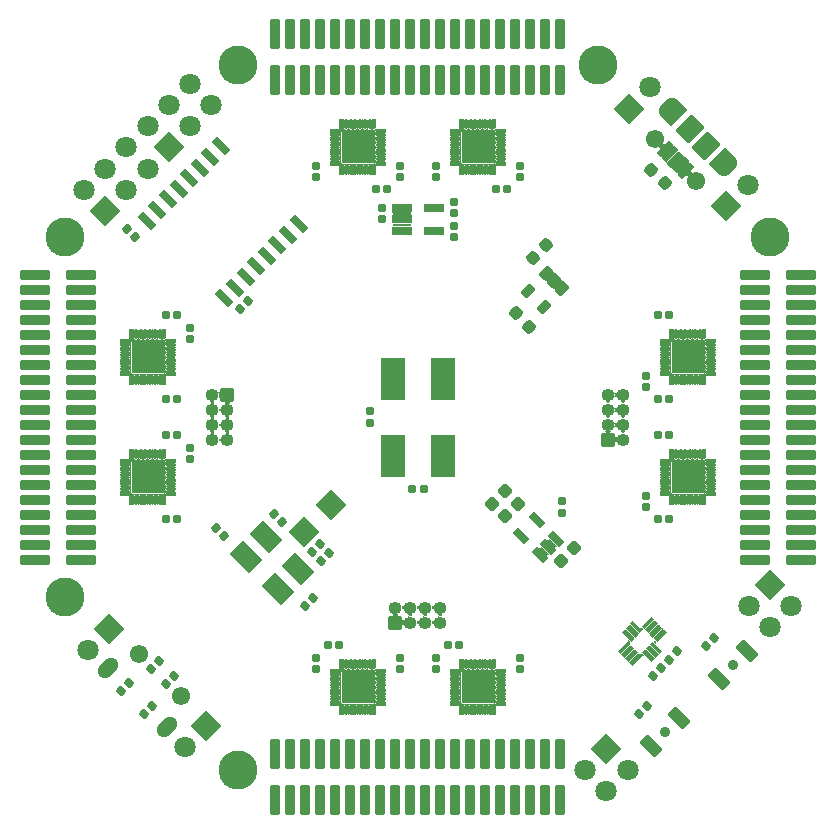
<source format=gbr>
G04 #@! TF.GenerationSoftware,KiCad,Pcbnew,5.99.0-unknown-243631a095~131~ubuntu18.04.1*
G04 #@! TF.CreationDate,2021-09-05T03:56:41+03:00*
G04 #@! TF.ProjectId,FreeEEG128-alpha,46726565-4545-4473-9132-382d616c7068,rev?*
G04 #@! TF.SameCoordinates,Original*
G04 #@! TF.FileFunction,Soldermask,Top*
G04 #@! TF.FilePolarity,Negative*
%FSLAX46Y46*%
G04 Gerber Fmt 4.6, Leading zero omitted, Abs format (unit mm)*
G04 Created by KiCad (PCBNEW 5.99.0-unknown-243631a095~131~ubuntu18.04.1) date 2021-09-05 03:56:41*
%MOMM*%
%LPD*%
G01*
G04 APERTURE LIST*
G04 Aperture macros list*
%AMRoundRect*
0 Rectangle with rounded corners*
0 $1 Rounding radius*
0 $2 $3 $4 $5 $6 $7 $8 $9 X,Y pos of 4 corners*
0 Add a 4 corners polygon primitive as box body*
4,1,4,$2,$3,$4,$5,$6,$7,$8,$9,$2,$3,0*
0 Add four circle primitives for the rounded corners*
1,1,$1+$1,$2,$3*
1,1,$1+$1,$4,$5*
1,1,$1+$1,$6,$7*
1,1,$1+$1,$8,$9*
0 Add four rect primitives between the rounded corners*
20,1,$1+$1,$2,$3,$4,$5,0*
20,1,$1+$1,$4,$5,$6,$7,0*
20,1,$1+$1,$6,$7,$8,$9,0*
20,1,$1+$1,$8,$9,$2,$3,0*%
%AMHorizOval*
0 Thick line with rounded ends*
0 $1 width*
0 $2 $3 position (X,Y) of the first rounded end (center of the circle)*
0 $4 $5 position (X,Y) of the second rounded end (center of the circle)*
0 Add line between two ends*
20,1,$1,$2,$3,$4,$5,0*
0 Add two circle primitives to create the rounded ends*
1,1,$1,$2,$3*
1,1,$1,$4,$5*%
%AMFreePoly0*
4,1,28,0.298806,0.147118,0.334161,0.132473,0.350706,0.121418,0.421417,0.050708,0.428886,0.032675,0.432473,0.034161,0.447118,-0.001194,0.451000,-0.020711,0.451000,-0.050000,0.447118,-0.069517,0.432473,-0.104872,0.404872,-0.132473,0.369517,-0.147118,0.350000,-0.151000,-0.350000,-0.151000,-0.369517,-0.147118,-0.404872,-0.132473,-0.432473,-0.104872,-0.447118,-0.069517,-0.451000,-0.050000,
-0.451000,0.050000,-0.447118,0.069517,-0.432473,0.104872,-0.404872,0.132473,-0.369517,0.147118,-0.350000,0.151000,0.279289,0.151000,0.298806,0.147118,0.298806,0.147118,$1*%
%AMFreePoly1*
4,1,28,0.369517,0.147118,0.404872,0.132473,0.432473,0.104872,0.447118,0.069517,0.451000,0.050000,0.451000,0.020711,0.447117,0.001192,0.444604,-0.004874,0.432473,-0.034161,0.421417,-0.050708,0.350706,-0.121418,0.334161,-0.132473,0.298806,-0.147118,0.279289,-0.151000,-0.350000,-0.151000,-0.369517,-0.147118,-0.404872,-0.132473,-0.432473,-0.104872,-0.447118,-0.069517,-0.451000,-0.050000,
-0.451000,0.050000,-0.447118,0.069517,-0.432473,0.104872,-0.404872,0.132473,-0.369517,0.147118,-0.350000,0.151000,0.350000,0.151000,0.369517,0.147118,0.369517,0.147118,$1*%
%AMFreePoly2*
4,1,29,0.069517,0.447118,0.104872,0.432473,0.132473,0.404872,0.147118,0.369517,0.151000,0.350000,0.151000,-0.350000,0.147118,-0.369517,0.132473,-0.404872,0.104872,-0.432473,0.069517,-0.447118,0.050000,-0.451000,-0.050000,-0.451000,-0.069517,-0.447118,-0.104872,-0.432473,-0.132473,-0.404872,-0.147118,-0.369517,-0.151000,-0.350000,-0.151000,0.279289,-0.147118,0.298806,-0.132473,0.334161,
-0.121418,0.350706,-0.050708,0.421417,-0.034160,0.432474,-0.023804,0.436763,-0.023804,0.436762,0.001193,0.447117,0.020711,0.451000,0.050000,0.451000,0.069517,0.447118,0.069517,0.447118,$1*%
%AMFreePoly3*
4,1,28,-0.001194,0.447118,0.034161,0.432473,0.050706,0.421418,0.121417,0.350708,0.128886,0.332675,0.132473,0.334161,0.147118,0.298806,0.151000,0.279289,0.151000,-0.350000,0.147118,-0.369517,0.132473,-0.404872,0.104872,-0.432473,0.069517,-0.447118,0.050000,-0.451000,-0.050000,-0.451000,-0.069517,-0.447118,-0.104872,-0.432473,-0.132473,-0.404872,-0.147118,-0.369517,-0.151000,-0.350000,
-0.151000,0.350000,-0.147118,0.369517,-0.132473,0.404872,-0.104872,0.432473,-0.069517,0.447118,-0.050000,0.451000,-0.020711,0.451000,-0.001194,0.447118,-0.001194,0.447118,$1*%
%AMFreePoly4*
4,1,29,0.369517,0.147118,0.404872,0.132473,0.432473,0.104872,0.447118,0.069517,0.451000,0.050000,0.451000,-0.050000,0.447118,-0.069517,0.432473,-0.104872,0.404872,-0.132473,0.369517,-0.147118,0.350000,-0.151000,-0.279289,-0.151000,-0.298807,-0.147117,-0.323804,-0.136762,-0.323804,-0.136763,-0.334160,-0.132474,-0.350708,-0.121417,-0.421418,-0.050706,-0.432473,-0.034161,-0.447118,0.001194,
-0.451000,0.020711,-0.451000,0.050000,-0.447118,0.069517,-0.432473,0.104872,-0.404872,0.132473,-0.369517,0.147118,-0.350000,0.151000,0.350000,0.151000,0.369517,0.147118,0.369517,0.147118,$1*%
%AMFreePoly5*
4,1,29,0.369517,0.147118,0.404872,0.132473,0.432473,0.104872,0.447118,0.069517,0.451000,0.050000,0.451000,-0.050000,0.447118,-0.069517,0.432473,-0.104872,0.404872,-0.132473,0.369517,-0.147118,0.350000,-0.151000,-0.350000,-0.151000,-0.369517,-0.147118,-0.404872,-0.132473,-0.432473,-0.104872,-0.447118,-0.069517,-0.451000,-0.050000,-0.451000,-0.020711,-0.447118,-0.001194,-0.432473,0.034161,
-0.421418,0.050706,-0.350708,0.121417,-0.334160,0.132474,-0.323804,0.136763,-0.323804,0.136762,-0.298807,0.147117,-0.279289,0.151000,0.350000,0.151000,0.369517,0.147118,0.369517,0.147118,$1*%
%AMFreePoly6*
4,1,28,0.069517,0.447118,0.104872,0.432473,0.132473,0.404872,0.147118,0.369517,0.151000,0.350000,0.151000,-0.279289,0.147118,-0.298806,0.138539,-0.319517,0.132473,-0.334162,0.121417,-0.350708,0.050706,-0.421418,0.034161,-0.432473,-0.001194,-0.447118,-0.020711,-0.451000,-0.050000,-0.451000,-0.069517,-0.447118,-0.104872,-0.432473,-0.132473,-0.404872,-0.147118,-0.369517,-0.151000,-0.350000,
-0.151000,0.350000,-0.147118,0.369517,-0.132473,0.404872,-0.104872,0.432473,-0.069517,0.447118,-0.050000,0.451000,0.050000,0.451000,0.069517,0.447118,0.069517,0.447118,$1*%
%AMFreePoly7*
4,1,29,0.069517,0.447118,0.104872,0.432473,0.132473,0.404872,0.147118,0.369517,0.151000,0.350000,0.151000,-0.350000,0.147118,-0.369517,0.132473,-0.404872,0.104872,-0.432473,0.069517,-0.447118,0.050000,-0.451000,0.020711,-0.451000,0.001193,-0.447117,-0.023804,-0.436762,-0.023804,-0.436763,-0.034160,-0.432474,-0.050708,-0.421417,-0.121418,-0.350706,-0.132473,-0.334161,-0.147118,-0.298806,
-0.151000,-0.279289,-0.151000,0.350000,-0.147118,0.369517,-0.132473,0.404872,-0.104872,0.432473,-0.069517,0.447118,-0.050000,0.451000,0.050000,0.451000,0.069517,0.447118,0.069517,0.447118,$1*%
G04 Aperture macros list end*
%ADD10RoundRect,0.051000X-0.500000X-0.500000X0.500000X-0.500000X0.500000X0.500000X-0.500000X0.500000X0*%
%ADD11O,1.102000X1.102000*%
%ADD12RoundRect,0.051000X0.500000X0.500000X-0.500000X0.500000X-0.500000X-0.500000X0.500000X-0.500000X0*%
%ADD13RoundRect,0.051000X-0.291682X-0.468458X0.468458X0.291682X0.291682X0.468458X-0.468458X-0.291682X0*%
%ADD14RoundRect,0.051000X0.291682X-0.468458X0.468458X-0.291682X-0.291682X0.468458X-0.468458X0.291682X0*%
%ADD15RoundRect,0.198500X-0.226274X-0.017678X-0.017678X-0.226274X0.226274X0.017678X0.017678X0.226274X0*%
%ADD16RoundRect,0.198500X0.017678X-0.226274X0.226274X-0.017678X-0.017678X0.226274X-0.226274X0.017678X0*%
%ADD17RoundRect,0.269750X0.026517X-0.335876X0.335876X-0.026517X-0.026517X0.335876X-0.335876X0.026517X0*%
%ADD18RoundRect,0.051000X0.000000X-1.202082X1.202082X0.000000X0.000000X1.202082X-1.202082X0.000000X0*%
%ADD19HorizOval,1.802000X0.000000X0.000000X0.000000X0.000000X0*%
%ADD20RoundRect,0.198500X-0.017678X0.226274X-0.226274X0.017678X0.017678X-0.226274X0.226274X-0.017678X0*%
%ADD21RoundRect,0.051000X0.144957X0.604576X-0.604576X-0.144957X-0.144957X-0.604576X0.604576X0.144957X0*%
%ADD22RoundRect,0.051000X1.336432X-0.275772X-0.275772X1.336432X-1.336432X0.275772X0.275772X-1.336432X0*%
%ADD23RoundRect,0.198500X0.226274X0.017678X0.017678X0.226274X-0.226274X-0.017678X-0.017678X-0.226274X0*%
%ADD24RoundRect,0.269750X-0.335876X-0.026517X-0.026517X-0.335876X0.335876X0.026517X0.026517X0.335876X0*%
%ADD25RoundRect,0.051000X0.618718X0.335876X0.335876X0.618718X-0.618718X-0.335876X-0.335876X-0.618718X0*%
%ADD26RoundRect,0.051000X1.096016X0.247487X0.247487X1.096016X-1.096016X-0.247487X-0.247487X-1.096016X0*%
%ADD27C,1.552000*%
%ADD28HorizOval,1.302000X-0.247487X-0.247487X0.247487X0.247487X0*%
%ADD29RoundRect,0.051000X1.202082X0.141421X0.141421X1.202082X-1.202082X-0.141421X-0.141421X-1.202082X0*%
%ADD30HorizOval,1.302000X0.247487X0.247487X-0.247487X-0.247487X0*%
%ADD31C,0.902000*%
%ADD32RoundRect,0.051000X-0.282843X0.919239X-0.919239X0.282843X0.282843X-0.919239X0.919239X-0.282843X0*%
%ADD33RoundRect,0.051000X-0.017678X1.255115X-1.255115X0.017678X0.017678X-1.255115X1.255115X-0.017678X0*%
%ADD34RoundRect,0.051000X0.000000X1.202082X-1.202082X0.000000X0.000000X-1.202082X1.202082X0.000000X0*%
%ADD35HorizOval,1.802000X0.000000X0.000000X0.000000X0.000000X0*%
%ADD36RoundRect,0.051000X1.000000X-1.750000X1.000000X1.750000X-1.000000X1.750000X-1.000000X-1.750000X0*%
%ADD37RoundRect,0.051000X0.282843X-0.919239X0.919239X-0.282843X-0.282843X0.919239X-0.919239X0.282843X0*%
%ADD38RoundRect,0.269750X0.335876X0.026517X0.026517X0.335876X-0.335876X-0.026517X-0.026517X-0.335876X0*%
%ADD39RoundRect,0.051000X-1.202082X0.000000X0.000000X-1.202082X1.202082X0.000000X0.000000X1.202082X0*%
%ADD40HorizOval,1.802000X0.000000X0.000000X0.000000X0.000000X0*%
%ADD41RoundRect,0.051000X0.742462X-0.318198X-0.318198X0.742462X-0.742462X0.318198X0.318198X-0.742462X0*%
%ADD42RoundRect,0.051000X1.202082X0.000000X0.000000X1.202082X-1.202082X0.000000X0.000000X-1.202082X0*%
%ADD43HorizOval,1.802000X0.000000X0.000000X0.000000X0.000000X0*%
%ADD44RoundRect,0.191000X-0.170000X0.140000X-0.170000X-0.140000X0.170000X-0.140000X0.170000X0.140000X0*%
%ADD45RoundRect,0.191000X0.140000X0.170000X-0.140000X0.170000X-0.140000X-0.170000X0.140000X-0.170000X0*%
%ADD46RoundRect,0.191000X-0.140000X-0.170000X0.140000X-0.170000X0.140000X0.170000X-0.140000X0.170000X0*%
%ADD47FreePoly0,180.000000*%
%ADD48RoundRect,0.101000X0.350000X0.050000X-0.350000X0.050000X-0.350000X-0.050000X0.350000X-0.050000X0*%
%ADD49FreePoly1,180.000000*%
%ADD50FreePoly2,180.000000*%
%ADD51RoundRect,0.101000X0.050000X0.350000X-0.050000X0.350000X-0.050000X-0.350000X0.050000X-0.350000X0*%
%ADD52FreePoly3,180.000000*%
%ADD53FreePoly4,180.000000*%
%ADD54FreePoly5,180.000000*%
%ADD55FreePoly6,180.000000*%
%ADD56FreePoly7,180.000000*%
%ADD57RoundRect,0.051000X1.325000X1.325000X-1.325000X1.325000X-1.325000X-1.325000X1.325000X-1.325000X0*%
%ADD58RoundRect,0.191000X0.170000X-0.140000X0.170000X0.140000X-0.170000X0.140000X-0.170000X-0.140000X0*%
%ADD59RoundRect,0.051000X-1.200000X-0.370000X1.200000X-0.370000X1.200000X0.370000X-1.200000X0.370000X0*%
%ADD60FreePoly0,270.000000*%
%ADD61RoundRect,0.101000X-0.050000X0.350000X-0.050000X-0.350000X0.050000X-0.350000X0.050000X0.350000X0*%
%ADD62FreePoly1,270.000000*%
%ADD63FreePoly2,270.000000*%
%ADD64RoundRect,0.101000X-0.350000X0.050000X-0.350000X-0.050000X0.350000X-0.050000X0.350000X0.050000X0*%
%ADD65FreePoly3,270.000000*%
%ADD66FreePoly4,270.000000*%
%ADD67FreePoly5,270.000000*%
%ADD68FreePoly6,270.000000*%
%ADD69FreePoly7,270.000000*%
%ADD70RoundRect,0.051000X-1.325000X1.325000X-1.325000X-1.325000X1.325000X-1.325000X1.325000X1.325000X0*%
%ADD71RoundRect,0.051000X0.500000X-0.500000X0.500000X0.500000X-0.500000X0.500000X-0.500000X-0.500000X0*%
%ADD72C,3.302000*%
%ADD73RoundRect,0.051000X1.200000X0.370000X-1.200000X0.370000X-1.200000X-0.370000X1.200000X-0.370000X0*%
%ADD74RoundRect,0.186000X-0.185000X0.135000X-0.185000X-0.135000X0.185000X-0.135000X0.185000X0.135000X0*%
%ADD75RoundRect,0.276000X0.335876X0.017678X0.017678X0.335876X-0.335876X-0.017678X-0.017678X-0.335876X0*%
%ADD76FreePoly0,0.000000*%
%ADD77RoundRect,0.101000X-0.350000X-0.050000X0.350000X-0.050000X0.350000X0.050000X-0.350000X0.050000X0*%
%ADD78FreePoly1,0.000000*%
%ADD79FreePoly2,0.000000*%
%ADD80RoundRect,0.101000X-0.050000X-0.350000X0.050000X-0.350000X0.050000X0.350000X-0.050000X0.350000X0*%
%ADD81FreePoly3,0.000000*%
%ADD82FreePoly4,0.000000*%
%ADD83FreePoly5,0.000000*%
%ADD84FreePoly6,0.000000*%
%ADD85FreePoly7,0.000000*%
%ADD86RoundRect,0.051000X-1.325000X-1.325000X1.325000X-1.325000X1.325000X1.325000X-1.325000X1.325000X0*%
%ADD87RoundRect,0.051000X-0.780000X-0.325000X0.780000X-0.325000X0.780000X0.325000X-0.780000X0.325000X0*%
%ADD88FreePoly0,90.000000*%
%ADD89RoundRect,0.101000X0.050000X-0.350000X0.050000X0.350000X-0.050000X0.350000X-0.050000X-0.350000X0*%
%ADD90FreePoly1,90.000000*%
%ADD91FreePoly2,90.000000*%
%ADD92RoundRect,0.101000X0.350000X-0.050000X0.350000X0.050000X-0.350000X0.050000X-0.350000X-0.050000X0*%
%ADD93FreePoly3,90.000000*%
%ADD94FreePoly4,90.000000*%
%ADD95FreePoly5,90.000000*%
%ADD96FreePoly6,90.000000*%
%ADD97FreePoly7,90.000000*%
%ADD98RoundRect,0.051000X1.325000X-1.325000X1.325000X1.325000X-1.325000X1.325000X-1.325000X-1.325000X0*%
%ADD99RoundRect,0.276000X-0.017678X0.335876X-0.335876X0.017678X0.017678X-0.335876X0.335876X-0.017678X0*%
%ADD100RoundRect,0.201000X0.468458X-0.256326X-0.256326X0.468458X-0.468458X0.256326X0.256326X-0.468458X0*%
%ADD101RoundRect,0.051000X-0.370000X1.200000X-0.370000X-1.200000X0.370000X-1.200000X0.370000X1.200000X0*%
%ADD102RoundRect,0.051000X0.370000X-1.200000X0.370000X1.200000X-0.370000X1.200000X-0.370000X-1.200000X0*%
%ADD103RoundRect,0.186000X0.135000X0.185000X-0.135000X0.185000X-0.135000X-0.185000X0.135000X-0.185000X0*%
G04 APERTURE END LIST*
D10*
X-16119000Y1900000D03*
D11*
X-17389000Y1900000D03*
X-16119000Y630000D03*
X-17389000Y630000D03*
X-16119000Y-640000D03*
X-17389000Y-640000D03*
X-16119000Y-1910000D03*
X-17389000Y-1910000D03*
D12*
X16119000Y-1900000D03*
D11*
X17389000Y-1900000D03*
X16119000Y-630000D03*
X17389000Y-630000D03*
X16119000Y640000D03*
X17389000Y640000D03*
X16119000Y1910000D03*
X17389000Y1910000D03*
D13*
X17431002Y-19506752D03*
X17784556Y-19860305D03*
X18138109Y-20213858D03*
X18491662Y-20567412D03*
D14*
X19499290Y-20213858D03*
X19852843Y-19860305D03*
X20206396Y-19506752D03*
D13*
X20559950Y-18499124D03*
X20206396Y-18145571D03*
X19852843Y-17792018D03*
X19499290Y-17438464D03*
D14*
X18491662Y-17792018D03*
X18138109Y-18145571D03*
X17784556Y-18499124D03*
D15*
X-24599947Y15963947D03*
X-23914053Y15278053D03*
D16*
X-9512347Y-16014747D03*
X-8826453Y-15328853D03*
D17*
X9730153Y13463953D03*
X10843847Y14577647D03*
D16*
X18707053Y-25107947D03*
X19392947Y-24422053D03*
X-23202947Y-25107947D03*
X-22517053Y-24422053D03*
D18*
X17888949Y26143949D03*
D19*
X19685000Y27940000D03*
D20*
X-21882053Y-20612053D03*
X-22567947Y-21297947D03*
X-7505653Y-11493453D03*
X-8191547Y-12179347D03*
D21*
X12244569Y10887094D03*
X11572817Y11558845D03*
X10901066Y12230597D03*
X9345431Y10674962D03*
X10688934Y9331459D03*
D16*
X24422053Y-19392947D03*
X25107947Y-18707053D03*
D22*
X-10126969Y-12813975D03*
X-12813975Y-10126969D03*
X-14511031Y-11824025D03*
X-11824025Y-14511031D03*
D23*
X-16421053Y-10020347D03*
X-17106947Y-9334453D03*
D24*
X19788553Y20953047D03*
X20902247Y19839353D03*
D25*
X22745095Y20887874D03*
X22285476Y21347493D03*
X21825856Y21807112D03*
X21366237Y22266732D03*
X20906618Y22726351D03*
D26*
X21684435Y25766910D03*
D27*
X23593623Y20039345D03*
D28*
X26209918Y21241427D03*
D29*
X23027938Y24423407D03*
D27*
X20058089Y23574879D03*
D29*
X24442151Y23009194D03*
D26*
X25785654Y21665691D03*
D30*
X21260171Y26191174D03*
D18*
X26143949Y17888949D03*
D19*
X27940000Y19685000D03*
D31*
X20955000Y-26670000D03*
D32*
X22157082Y-25467918D03*
X19752918Y-27872082D03*
D33*
X-7340600Y-7391400D03*
X-9638698Y-9689498D03*
D34*
X-17888949Y-26143949D03*
D35*
X-19685000Y-27940000D03*
D36*
X2100000Y-3250000D03*
X2100000Y3250000D03*
X-2100000Y3250000D03*
X-2100000Y-3250000D03*
D20*
X-20612053Y-21882053D03*
X-21297947Y-22567947D03*
D16*
X19922529Y-21885885D03*
X20608423Y-21199991D03*
D20*
X-8267653Y-10756853D03*
X-8953547Y-11442747D03*
D34*
X-26143949Y-17888949D03*
D35*
X-27940000Y-19685000D03*
D31*
X26670000Y-20955000D03*
D37*
X25467918Y-22157082D03*
X27872082Y-19752918D03*
D20*
X21983747Y-19824653D03*
X21297853Y-20510547D03*
D23*
X-11468053Y-8851947D03*
X-12153947Y-8166053D03*
D38*
X9446847Y7684181D03*
X8333153Y8797875D03*
D39*
X15983949Y-28048949D03*
D40*
X17780000Y-29845000D03*
X14187898Y-29845000D03*
X15983949Y-31641051D03*
D16*
X-25107947Y-23202947D03*
X-24422053Y-22517053D03*
D41*
X-16365043Y10078864D03*
X-15467017Y10976889D03*
X-14568992Y11874915D03*
X-13670966Y12772941D03*
X-12772941Y13670966D03*
X-11874915Y14568992D03*
X-10976889Y15467017D03*
X-10078864Y16365043D03*
X-16654957Y22941136D03*
X-17552983Y22043111D03*
X-18451008Y21145085D03*
X-19349034Y20247059D03*
X-20247059Y19349034D03*
X-21145085Y18451008D03*
X-22043111Y17552983D03*
X-22941136Y16654957D03*
D16*
X-15074947Y9182053D03*
X-14389053Y9867947D03*
D42*
X-21063949Y22860000D03*
D43*
X-22860000Y24656051D03*
X-19267898Y24656051D03*
X-21063949Y26452102D03*
X-17471847Y26452102D03*
X-19267898Y28248154D03*
D39*
X29845000Y-14187898D03*
D40*
X31641051Y-15983949D03*
X28048949Y-15983949D03*
X29845000Y-17780000D03*
D42*
X-26452102Y17471846D03*
D43*
X-28248153Y19267897D03*
X-24656051Y19267897D03*
X-26452102Y21063948D03*
X-22860000Y21063948D03*
X-24656051Y22860000D03*
D44*
X19304000Y-6632000D03*
X19304000Y-7592000D03*
D45*
X3528000Y-19304000D03*
X2568000Y-19304000D03*
X21308000Y1524000D03*
X20348000Y1524000D03*
X21308000Y-8636000D03*
X20348000Y-8636000D03*
D46*
X-21308000Y-1524000D03*
X-20348000Y-1524000D03*
D47*
X24810000Y3680000D03*
D48*
X24810000Y4080000D03*
X24810000Y4480000D03*
X24810000Y4880000D03*
X24810000Y5280000D03*
X24810000Y5680000D03*
X24810000Y6080000D03*
D49*
X24810000Y6480000D03*
D50*
X24260000Y7030000D03*
D51*
X23860000Y7030000D03*
X23460000Y7030000D03*
X23060000Y7030000D03*
X22660000Y7030000D03*
X22260000Y7030000D03*
X21860000Y7030000D03*
D52*
X21460000Y7030000D03*
D53*
X20910000Y6480000D03*
D48*
X20910000Y6080000D03*
X20910000Y5680000D03*
X20910000Y5280000D03*
X20910000Y4880000D03*
X20910000Y4480000D03*
X20910000Y4080000D03*
D54*
X20910000Y3680000D03*
D55*
X21460000Y3130000D03*
D51*
X21860000Y3130000D03*
X22260000Y3130000D03*
X22660000Y3130000D03*
X23060000Y3130000D03*
X23460000Y3130000D03*
X23860000Y3130000D03*
D56*
X24260000Y3130000D03*
D57*
X22860000Y5080000D03*
D58*
X-19304000Y-3528000D03*
X-19304000Y-2568000D03*
D59*
X28530000Y12065000D03*
X32430000Y12065000D03*
X28530000Y10795000D03*
X32430000Y10795000D03*
X28530000Y9525000D03*
X32430000Y9525000D03*
X28530000Y8255000D03*
X32430000Y8255000D03*
X28530000Y6985000D03*
X32430000Y6985000D03*
X28530000Y5715000D03*
X32430000Y5715000D03*
X28530000Y4445000D03*
X32430000Y4445000D03*
X28530000Y3175000D03*
X32430000Y3175000D03*
X28530000Y1905000D03*
X32430000Y1905000D03*
X28530000Y635000D03*
X32430000Y635000D03*
X28530000Y-635000D03*
X32430000Y-635000D03*
X28530000Y-1905000D03*
X32430000Y-1905000D03*
X28530000Y-3175000D03*
X32430000Y-3175000D03*
X28530000Y-4445000D03*
X32430000Y-4445000D03*
X28530000Y-5715000D03*
X32430000Y-5715000D03*
X28530000Y-6985000D03*
X32430000Y-6985000D03*
X28530000Y-8255000D03*
X32430000Y-8255000D03*
X28530000Y-9525000D03*
X32430000Y-9525000D03*
X28530000Y-10795000D03*
X32430000Y-10795000D03*
X28530000Y-12065000D03*
X32430000Y-12065000D03*
D46*
X6632000Y19304000D03*
X7592000Y19304000D03*
X-21308000Y1524000D03*
X-20348000Y1524000D03*
X-21308000Y8636000D03*
X-20348000Y8636000D03*
D60*
X-3680000Y24810000D03*
D61*
X-4080000Y24810000D03*
X-4480000Y24810000D03*
X-4880000Y24810000D03*
X-5280000Y24810000D03*
X-5680000Y24810000D03*
X-6080000Y24810000D03*
D62*
X-6480000Y24810000D03*
D63*
X-7030000Y24260000D03*
D64*
X-7030000Y23860000D03*
X-7030000Y23460000D03*
X-7030000Y23060000D03*
X-7030000Y22660000D03*
X-7030000Y22260000D03*
X-7030000Y21860000D03*
D65*
X-7030000Y21460000D03*
D66*
X-6480000Y20910000D03*
D61*
X-6080000Y20910000D03*
X-5680000Y20910000D03*
X-5280000Y20910000D03*
X-4880000Y20910000D03*
X-4480000Y20910000D03*
X-4080000Y20910000D03*
D67*
X-3680000Y20910000D03*
D68*
X-3130000Y21460000D03*
D64*
X-3130000Y21860000D03*
X-3130000Y22260000D03*
X-3130000Y22660000D03*
X-3130000Y23060000D03*
X-3130000Y23460000D03*
X-3130000Y23860000D03*
D69*
X-3130000Y24260000D03*
D70*
X-5080000Y22860000D03*
D46*
X-3528000Y19304000D03*
X-2568000Y19304000D03*
D71*
X-1900000Y-17389000D03*
D11*
X-1900000Y-16119000D03*
X-630000Y-17389000D03*
X-630000Y-16119000D03*
X640000Y-17389000D03*
X640000Y-16119000D03*
X1910000Y-17389000D03*
X1910000Y-16119000D03*
D72*
X29845000Y15240000D03*
D73*
X-28530000Y-12065000D03*
X-32430000Y-12065000D03*
X-28530000Y-10795000D03*
X-32430000Y-10795000D03*
X-28530000Y-9525000D03*
X-32430000Y-9525000D03*
X-28530000Y-8255000D03*
X-32430000Y-8255000D03*
X-28530000Y-6985000D03*
X-32430000Y-6985000D03*
X-28530000Y-5715000D03*
X-32430000Y-5715000D03*
X-28530000Y-4445000D03*
X-32430000Y-4445000D03*
X-28530000Y-3175000D03*
X-32430000Y-3175000D03*
X-28530000Y-1905000D03*
X-32430000Y-1905000D03*
X-28530000Y-635000D03*
X-32430000Y-635000D03*
X-28530000Y635000D03*
X-32430000Y635000D03*
X-28530000Y1905000D03*
X-32430000Y1905000D03*
X-28530000Y3175000D03*
X-32430000Y3175000D03*
X-28530000Y4445000D03*
X-32430000Y4445000D03*
X-28530000Y5715000D03*
X-32430000Y5715000D03*
X-28530000Y6985000D03*
X-32430000Y6985000D03*
X-28530000Y8255000D03*
X-32430000Y8255000D03*
X-28530000Y9525000D03*
X-32430000Y9525000D03*
X-28530000Y10795000D03*
X-32430000Y10795000D03*
X-28530000Y12065000D03*
X-32430000Y12065000D03*
D44*
X3048000Y18260000D03*
X3048000Y17300000D03*
X-8636000Y21308000D03*
X-8636000Y20348000D03*
D74*
X-4064000Y510000D03*
X-4064000Y-510000D03*
D58*
X-1524000Y-21308000D03*
X-1524000Y-20348000D03*
X1524000Y-21308000D03*
X1524000Y-20348000D03*
D72*
X-29845000Y-15240000D03*
X-15240000Y29845000D03*
D44*
X8636000Y21308000D03*
X8636000Y20348000D03*
X19304000Y3528000D03*
X19304000Y2568000D03*
D72*
X15240000Y29845000D03*
D44*
X-1524000Y21308000D03*
X-1524000Y20348000D03*
D47*
X24810000Y-6480000D03*
D48*
X24810000Y-6080000D03*
X24810000Y-5680000D03*
X24810000Y-5280000D03*
X24810000Y-4880000D03*
X24810000Y-4480000D03*
X24810000Y-4080000D03*
D49*
X24810000Y-3680000D03*
D50*
X24260000Y-3130000D03*
D51*
X23860000Y-3130000D03*
X23460000Y-3130000D03*
X23060000Y-3130000D03*
X22660000Y-3130000D03*
X22260000Y-3130000D03*
X21860000Y-3130000D03*
D52*
X21460000Y-3130000D03*
D53*
X20910000Y-3680000D03*
D48*
X20910000Y-4080000D03*
X20910000Y-4480000D03*
X20910000Y-4880000D03*
X20910000Y-5280000D03*
X20910000Y-5680000D03*
X20910000Y-6080000D03*
D54*
X20910000Y-6480000D03*
D55*
X21460000Y-7030000D03*
D51*
X21860000Y-7030000D03*
X22260000Y-7030000D03*
X22660000Y-7030000D03*
X23060000Y-7030000D03*
X23460000Y-7030000D03*
X23860000Y-7030000D03*
D56*
X24260000Y-7030000D03*
D57*
X22860000Y-5080000D03*
D58*
X-19304000Y6632000D03*
X-19304000Y7592000D03*
D75*
X7406008Y-8396608D03*
X6309992Y-7300592D03*
D72*
X-15240000Y-29845000D03*
D76*
X-24810000Y-3680000D03*
D77*
X-24810000Y-4080000D03*
X-24810000Y-4480000D03*
X-24810000Y-4880000D03*
X-24810000Y-5280000D03*
X-24810000Y-5680000D03*
X-24810000Y-6080000D03*
D78*
X-24810000Y-6480000D03*
D79*
X-24260000Y-7030000D03*
D80*
X-23860000Y-7030000D03*
X-23460000Y-7030000D03*
X-23060000Y-7030000D03*
X-22660000Y-7030000D03*
X-22260000Y-7030000D03*
X-21860000Y-7030000D03*
D81*
X-21460000Y-7030000D03*
D82*
X-20910000Y-6480000D03*
D77*
X-20910000Y-6080000D03*
X-20910000Y-5680000D03*
X-20910000Y-5280000D03*
X-20910000Y-4880000D03*
X-20910000Y-4480000D03*
X-20910000Y-4080000D03*
D83*
X-20910000Y-3680000D03*
D84*
X-21460000Y-3130000D03*
D80*
X-21860000Y-3130000D03*
X-22260000Y-3130000D03*
X-22660000Y-3130000D03*
X-23060000Y-3130000D03*
X-23460000Y-3130000D03*
X-23860000Y-3130000D03*
D85*
X-24260000Y-3130000D03*
D86*
X-22860000Y-5080000D03*
D58*
X3048000Y15268000D03*
X3048000Y16228000D03*
D46*
X-21308000Y-8636000D03*
X-20348000Y-8636000D03*
D87*
X-1350000Y17714000D03*
X-1350000Y16764000D03*
X-1350000Y15814000D03*
X1350000Y15814000D03*
X1350000Y17714000D03*
D58*
X-8636000Y-21308000D03*
X-8636000Y-20348000D03*
D88*
X-6480000Y-24810000D03*
D89*
X-6080000Y-24810000D03*
X-5680000Y-24810000D03*
X-5280000Y-24810000D03*
X-4880000Y-24810000D03*
X-4480000Y-24810000D03*
X-4080000Y-24810000D03*
D90*
X-3680000Y-24810000D03*
D91*
X-3130000Y-24260000D03*
D92*
X-3130000Y-23860000D03*
X-3130000Y-23460000D03*
X-3130000Y-23060000D03*
X-3130000Y-22660000D03*
X-3130000Y-22260000D03*
X-3130000Y-21860000D03*
D93*
X-3130000Y-21460000D03*
D94*
X-3680000Y-20910000D03*
D89*
X-4080000Y-20910000D03*
X-4480000Y-20910000D03*
X-4880000Y-20910000D03*
X-5280000Y-20910000D03*
X-5680000Y-20910000D03*
X-6080000Y-20910000D03*
D95*
X-6480000Y-20910000D03*
D96*
X-7030000Y-21460000D03*
D92*
X-7030000Y-21860000D03*
X-7030000Y-22260000D03*
X-7030000Y-22660000D03*
X-7030000Y-23060000D03*
X-7030000Y-23460000D03*
X-7030000Y-23860000D03*
D97*
X-7030000Y-24260000D03*
D98*
X-5080000Y-22860000D03*
D99*
X13197208Y-11059792D03*
X12101192Y-12155808D03*
D74*
X12192000Y-7110000D03*
X12192000Y-8130000D03*
D100*
X10343383Y-11686885D03*
X11015134Y-11015134D03*
X11686885Y-10343383D03*
X10078217Y-8734715D03*
X8734715Y-10078217D03*
D45*
X-6632000Y-19304000D03*
X-7592000Y-19304000D03*
D101*
X12065000Y-28530000D03*
X12065000Y-32430000D03*
X10795000Y-28530000D03*
X10795000Y-32430000D03*
X9525000Y-28530000D03*
X9525000Y-32430000D03*
X8255000Y-28530000D03*
X8255000Y-32430000D03*
X6985000Y-28530000D03*
X6985000Y-32430000D03*
X5715000Y-28530000D03*
X5715000Y-32430000D03*
X4445000Y-28530000D03*
X4445000Y-32430000D03*
X3175000Y-28530000D03*
X3175000Y-32430000D03*
X1905000Y-28530000D03*
X1905000Y-32430000D03*
X635000Y-28530000D03*
X635000Y-32430000D03*
X-635000Y-28530000D03*
X-635000Y-32430000D03*
X-1905000Y-28530000D03*
X-1905000Y-32430000D03*
X-3175000Y-28530000D03*
X-3175000Y-32430000D03*
X-4445000Y-28530000D03*
X-4445000Y-32430000D03*
X-5715000Y-28530000D03*
X-5715000Y-32430000D03*
X-6985000Y-28530000D03*
X-6985000Y-32430000D03*
X-8255000Y-28530000D03*
X-8255000Y-32430000D03*
X-9525000Y-28530000D03*
X-9525000Y-32430000D03*
X-10795000Y-28530000D03*
X-10795000Y-32430000D03*
X-12065000Y-28530000D03*
X-12065000Y-32430000D03*
D58*
X8636000Y-21308000D03*
X8636000Y-20348000D03*
D45*
X21308000Y8636000D03*
X20348000Y8636000D03*
D102*
X-12065000Y28530000D03*
X-12065000Y32430000D03*
X-10795000Y28530000D03*
X-10795000Y32430000D03*
X-9525000Y28530000D03*
X-9525000Y32430000D03*
X-8255000Y28530000D03*
X-8255000Y32430000D03*
X-6985000Y28530000D03*
X-6985000Y32430000D03*
X-5715000Y28530000D03*
X-5715000Y32430000D03*
X-4445000Y28530000D03*
X-4445000Y32430000D03*
X-3175000Y28530000D03*
X-3175000Y32430000D03*
X-1905000Y28530000D03*
X-1905000Y32430000D03*
X-635000Y28530000D03*
X-635000Y32430000D03*
X635000Y28530000D03*
X635000Y32430000D03*
X1905000Y28530000D03*
X1905000Y32430000D03*
X3175000Y28530000D03*
X3175000Y32430000D03*
X4445000Y28530000D03*
X4445000Y32430000D03*
X5715000Y28530000D03*
X5715000Y32430000D03*
X6985000Y28530000D03*
X6985000Y32430000D03*
X8255000Y28530000D03*
X8255000Y32430000D03*
X9525000Y28530000D03*
X9525000Y32430000D03*
X10795000Y28530000D03*
X10795000Y32430000D03*
X12065000Y28530000D03*
X12065000Y32430000D03*
D72*
X-29845000Y15240000D03*
D76*
X-24810000Y6480000D03*
D77*
X-24810000Y6080000D03*
X-24810000Y5680000D03*
X-24810000Y5280000D03*
X-24810000Y4880000D03*
X-24810000Y4480000D03*
X-24810000Y4080000D03*
D78*
X-24810000Y3680000D03*
D79*
X-24260000Y3130000D03*
D80*
X-23860000Y3130000D03*
X-23460000Y3130000D03*
X-23060000Y3130000D03*
X-22660000Y3130000D03*
X-22260000Y3130000D03*
X-21860000Y3130000D03*
D81*
X-21460000Y3130000D03*
D82*
X-20910000Y3680000D03*
D77*
X-20910000Y4080000D03*
X-20910000Y4480000D03*
X-20910000Y4880000D03*
X-20910000Y5280000D03*
X-20910000Y5680000D03*
X-20910000Y6080000D03*
D83*
X-20910000Y6480000D03*
D84*
X-21460000Y7030000D03*
D80*
X-21860000Y7030000D03*
X-22260000Y7030000D03*
X-22660000Y7030000D03*
X-23060000Y7030000D03*
X-23460000Y7030000D03*
X-23860000Y7030000D03*
D85*
X-24260000Y7030000D03*
D86*
X-22860000Y5080000D03*
D44*
X1524000Y21308000D03*
X1524000Y20348000D03*
X-3048000Y17752000D03*
X-3048000Y16792000D03*
D60*
X6480000Y24810000D03*
D61*
X6080000Y24810000D03*
X5680000Y24810000D03*
X5280000Y24810000D03*
X4880000Y24810000D03*
X4480000Y24810000D03*
X4080000Y24810000D03*
D62*
X3680000Y24810000D03*
D63*
X3130000Y24260000D03*
D64*
X3130000Y23860000D03*
X3130000Y23460000D03*
X3130000Y23060000D03*
X3130000Y22660000D03*
X3130000Y22260000D03*
X3130000Y21860000D03*
D65*
X3130000Y21460000D03*
D66*
X3680000Y20910000D03*
D61*
X4080000Y20910000D03*
X4480000Y20910000D03*
X4880000Y20910000D03*
X5280000Y20910000D03*
X5680000Y20910000D03*
X6080000Y20910000D03*
D67*
X6480000Y20910000D03*
D68*
X7030000Y21460000D03*
D64*
X7030000Y21860000D03*
X7030000Y22260000D03*
X7030000Y22660000D03*
X7030000Y23060000D03*
X7030000Y23460000D03*
X7030000Y23860000D03*
D69*
X7030000Y24260000D03*
D70*
X5080000Y22860000D03*
D75*
X8472808Y-7329808D03*
X7376792Y-6233792D03*
D88*
X3680000Y-24810000D03*
D89*
X4080000Y-24810000D03*
X4480000Y-24810000D03*
X4880000Y-24810000D03*
X5280000Y-24810000D03*
X5680000Y-24810000D03*
X6080000Y-24810000D03*
D90*
X6480000Y-24810000D03*
D91*
X7030000Y-24260000D03*
D92*
X7030000Y-23860000D03*
X7030000Y-23460000D03*
X7030000Y-23060000D03*
X7030000Y-22660000D03*
X7030000Y-22260000D03*
X7030000Y-21860000D03*
D93*
X7030000Y-21460000D03*
D94*
X6480000Y-20910000D03*
D89*
X6080000Y-20910000D03*
X5680000Y-20910000D03*
X5280000Y-20910000D03*
X4880000Y-20910000D03*
X4480000Y-20910000D03*
X4080000Y-20910000D03*
D95*
X3680000Y-20910000D03*
D96*
X3130000Y-21460000D03*
D92*
X3130000Y-21860000D03*
X3130000Y-22260000D03*
X3130000Y-22660000D03*
X3130000Y-23060000D03*
X3130000Y-23460000D03*
X3130000Y-23860000D03*
D97*
X3130000Y-24260000D03*
D98*
X5080000Y-22860000D03*
D103*
X510000Y-6096000D03*
X-510000Y-6096000D03*
D45*
X21308000Y-1524000D03*
X20348000Y-1524000D03*
D27*
X-23593623Y-20058089D03*
D28*
X-21260171Y-26209918D03*
D27*
X-20058089Y-23593623D03*
D30*
X-26209918Y-21260171D03*
G36*
X3806016Y-20492138D02*
G01*
X3811425Y-20495752D01*
X3877789Y-20516532D01*
X3948589Y-20495743D01*
X3953983Y-20492139D01*
X3955979Y-20492008D01*
X3957090Y-20493671D01*
X3956757Y-20494913D01*
X3938573Y-20522128D01*
X3931000Y-20560199D01*
X3931000Y-21259801D01*
X3938573Y-21297872D01*
X3960024Y-21329976D01*
X3992128Y-21351427D01*
X4030199Y-21359000D01*
X4129801Y-21359000D01*
X4167872Y-21351427D01*
X4199976Y-21329976D01*
X4221427Y-21297872D01*
X4229000Y-21259801D01*
X4229000Y-20560199D01*
X4221427Y-20522128D01*
X4203243Y-20494913D01*
X4203112Y-20492917D01*
X4204775Y-20491806D01*
X4206017Y-20492139D01*
X4211425Y-20495752D01*
X4277788Y-20516532D01*
X4348589Y-20495743D01*
X4353983Y-20492139D01*
X4355979Y-20492008D01*
X4357090Y-20493671D01*
X4356757Y-20494913D01*
X4338573Y-20522128D01*
X4331000Y-20560199D01*
X4331000Y-21259801D01*
X4338573Y-21297872D01*
X4360024Y-21329976D01*
X4392128Y-21351427D01*
X4430199Y-21359000D01*
X4529801Y-21359000D01*
X4567872Y-21351427D01*
X4599976Y-21329976D01*
X4621427Y-21297872D01*
X4629000Y-21259801D01*
X4629000Y-20560199D01*
X4621427Y-20522128D01*
X4603243Y-20494913D01*
X4603112Y-20492917D01*
X4604775Y-20491806D01*
X4606017Y-20492139D01*
X4611425Y-20495752D01*
X4677788Y-20516532D01*
X4748589Y-20495743D01*
X4753983Y-20492139D01*
X4755979Y-20492008D01*
X4757090Y-20493671D01*
X4756757Y-20494913D01*
X4738573Y-20522128D01*
X4731000Y-20560199D01*
X4731000Y-21259801D01*
X4738573Y-21297872D01*
X4760024Y-21329976D01*
X4792128Y-21351427D01*
X4830199Y-21359000D01*
X4929801Y-21359000D01*
X4967872Y-21351427D01*
X4999976Y-21329976D01*
X5021427Y-21297872D01*
X5029000Y-21259801D01*
X5029000Y-20560199D01*
X5021427Y-20522128D01*
X5003243Y-20494913D01*
X5003112Y-20492917D01*
X5004775Y-20491806D01*
X5006017Y-20492139D01*
X5011425Y-20495752D01*
X5077788Y-20516532D01*
X5148589Y-20495743D01*
X5153983Y-20492139D01*
X5155979Y-20492008D01*
X5157090Y-20493671D01*
X5156757Y-20494913D01*
X5138573Y-20522128D01*
X5131000Y-20560199D01*
X5131000Y-21259801D01*
X5138573Y-21297872D01*
X5160024Y-21329976D01*
X5192128Y-21351427D01*
X5230199Y-21359000D01*
X5329801Y-21359000D01*
X5367872Y-21351427D01*
X5399976Y-21329976D01*
X5421427Y-21297872D01*
X5429000Y-21259801D01*
X5429000Y-20560199D01*
X5421427Y-20522128D01*
X5403243Y-20494913D01*
X5403112Y-20492917D01*
X5404775Y-20491806D01*
X5406017Y-20492139D01*
X5411425Y-20495752D01*
X5477788Y-20516532D01*
X5548589Y-20495743D01*
X5553983Y-20492139D01*
X5555979Y-20492008D01*
X5557090Y-20493671D01*
X5556757Y-20494913D01*
X5538573Y-20522128D01*
X5531000Y-20560199D01*
X5531000Y-21259801D01*
X5538573Y-21297872D01*
X5560024Y-21329976D01*
X5592128Y-21351427D01*
X5630199Y-21359000D01*
X5729801Y-21359000D01*
X5767872Y-21351427D01*
X5799976Y-21329976D01*
X5821427Y-21297872D01*
X5829000Y-21259801D01*
X5829000Y-20560199D01*
X5821427Y-20522128D01*
X5803243Y-20494913D01*
X5803112Y-20492917D01*
X5804775Y-20491806D01*
X5806017Y-20492139D01*
X5811425Y-20495752D01*
X5877788Y-20516532D01*
X5948589Y-20495743D01*
X5953983Y-20492139D01*
X5955979Y-20492008D01*
X5957090Y-20493671D01*
X5956757Y-20494913D01*
X5938573Y-20522128D01*
X5931000Y-20560199D01*
X5931000Y-21259801D01*
X5938573Y-21297872D01*
X5960024Y-21329976D01*
X5992128Y-21351427D01*
X6030199Y-21359000D01*
X6129801Y-21359000D01*
X6167872Y-21351427D01*
X6199976Y-21329976D01*
X6221427Y-21297872D01*
X6229000Y-21259801D01*
X6229000Y-20560199D01*
X6221427Y-20522128D01*
X6203243Y-20494913D01*
X6203112Y-20492917D01*
X6204775Y-20491806D01*
X6206017Y-20492139D01*
X6211423Y-20495751D01*
X6277787Y-20516532D01*
X6348587Y-20495743D01*
X6353986Y-20492136D01*
X6355982Y-20492005D01*
X6357093Y-20493668D01*
X6356760Y-20494910D01*
X6349300Y-20506075D01*
X6334806Y-20541065D01*
X6331000Y-20560199D01*
X6331000Y-21259801D01*
X6334806Y-21278935D01*
X6349300Y-21313925D01*
X6360024Y-21329975D01*
X6376075Y-21340700D01*
X6411065Y-21355194D01*
X6430199Y-21359000D01*
X6459090Y-21359000D01*
X6478224Y-21355194D01*
X6513214Y-21340700D01*
X6529432Y-21329864D01*
X6599863Y-21259434D01*
X6610701Y-21243213D01*
X6614914Y-21233041D01*
X6614914Y-21233039D01*
X6625193Y-21208225D01*
X6629000Y-21189090D01*
X6629000Y-21184001D01*
X6630000Y-21182269D01*
X6632000Y-21182269D01*
X6632919Y-21183438D01*
X6652596Y-21250453D01*
X6704999Y-21295859D01*
X6756424Y-21307046D01*
X6757904Y-21308391D01*
X6757479Y-21310345D01*
X6755999Y-21311000D01*
X6750910Y-21311000D01*
X6731776Y-21314806D01*
X6696782Y-21329302D01*
X6680566Y-21340137D01*
X6610136Y-21410568D01*
X6599300Y-21426786D01*
X6584806Y-21461776D01*
X6581000Y-21480910D01*
X6581000Y-21509801D01*
X6584806Y-21528935D01*
X6599300Y-21563925D01*
X6610024Y-21579975D01*
X6626075Y-21590700D01*
X6661065Y-21605194D01*
X6680199Y-21609000D01*
X7379801Y-21609000D01*
X7398935Y-21605194D01*
X7433925Y-21590700D01*
X7445088Y-21583242D01*
X7447084Y-21583111D01*
X7448195Y-21584774D01*
X7447862Y-21586016D01*
X7444248Y-21591425D01*
X7423468Y-21657789D01*
X7444257Y-21728589D01*
X7447861Y-21733983D01*
X7447992Y-21735979D01*
X7446329Y-21737090D01*
X7445087Y-21736757D01*
X7417872Y-21718573D01*
X7379801Y-21711000D01*
X6680199Y-21711000D01*
X6642128Y-21718573D01*
X6610024Y-21740024D01*
X6588573Y-21772128D01*
X6581000Y-21810199D01*
X6581000Y-21909801D01*
X6588573Y-21947872D01*
X6610024Y-21979976D01*
X6642128Y-22001427D01*
X6680199Y-22009000D01*
X7379801Y-22009000D01*
X7417872Y-22001427D01*
X7445087Y-21983243D01*
X7447083Y-21983112D01*
X7448194Y-21984775D01*
X7447861Y-21986017D01*
X7444248Y-21991425D01*
X7423468Y-22057788D01*
X7444257Y-22128589D01*
X7447861Y-22133983D01*
X7447992Y-22135979D01*
X7446329Y-22137090D01*
X7445087Y-22136757D01*
X7417872Y-22118573D01*
X7379801Y-22111000D01*
X6680199Y-22111000D01*
X6642128Y-22118573D01*
X6610024Y-22140024D01*
X6588573Y-22172128D01*
X6581000Y-22210199D01*
X6581000Y-22309801D01*
X6588573Y-22347872D01*
X6610024Y-22379976D01*
X6642128Y-22401427D01*
X6680199Y-22409000D01*
X7379801Y-22409000D01*
X7417872Y-22401427D01*
X7445087Y-22383243D01*
X7447083Y-22383112D01*
X7448194Y-22384775D01*
X7447861Y-22386017D01*
X7444248Y-22391425D01*
X7423468Y-22457788D01*
X7444257Y-22528589D01*
X7447861Y-22533983D01*
X7447992Y-22535979D01*
X7446329Y-22537090D01*
X7445087Y-22536757D01*
X7417872Y-22518573D01*
X7379801Y-22511000D01*
X6680199Y-22511000D01*
X6642128Y-22518573D01*
X6610024Y-22540024D01*
X6588573Y-22572128D01*
X6581000Y-22610199D01*
X6581000Y-22709801D01*
X6588573Y-22747872D01*
X6610024Y-22779976D01*
X6642128Y-22801427D01*
X6680199Y-22809000D01*
X7379801Y-22809000D01*
X7417872Y-22801427D01*
X7445087Y-22783243D01*
X7447083Y-22783112D01*
X7448194Y-22784775D01*
X7447861Y-22786017D01*
X7444248Y-22791425D01*
X7423468Y-22857788D01*
X7444257Y-22928589D01*
X7447861Y-22933983D01*
X7447992Y-22935979D01*
X7446329Y-22937090D01*
X7445087Y-22936757D01*
X7417872Y-22918573D01*
X7379801Y-22911000D01*
X6680199Y-22911000D01*
X6642128Y-22918573D01*
X6610024Y-22940024D01*
X6588573Y-22972128D01*
X6581000Y-23010199D01*
X6581000Y-23109801D01*
X6588573Y-23147872D01*
X6610024Y-23179976D01*
X6642128Y-23201427D01*
X6680199Y-23209000D01*
X7379801Y-23209000D01*
X7417872Y-23201427D01*
X7445087Y-23183243D01*
X7447083Y-23183112D01*
X7448194Y-23184775D01*
X7447861Y-23186017D01*
X7444248Y-23191425D01*
X7423468Y-23257788D01*
X7444257Y-23328589D01*
X7447861Y-23333983D01*
X7447992Y-23335979D01*
X7446329Y-23337090D01*
X7445087Y-23336757D01*
X7417872Y-23318573D01*
X7379801Y-23311000D01*
X6680199Y-23311000D01*
X6642128Y-23318573D01*
X6610024Y-23340024D01*
X6588573Y-23372128D01*
X6581000Y-23410199D01*
X6581000Y-23509801D01*
X6588573Y-23547872D01*
X6610024Y-23579976D01*
X6642128Y-23601427D01*
X6680199Y-23609000D01*
X7379801Y-23609000D01*
X7417872Y-23601427D01*
X7445087Y-23583243D01*
X7447083Y-23583112D01*
X7448194Y-23584775D01*
X7447861Y-23586017D01*
X7444248Y-23591425D01*
X7423468Y-23657788D01*
X7444257Y-23728589D01*
X7447861Y-23733983D01*
X7447992Y-23735979D01*
X7446329Y-23737090D01*
X7445087Y-23736757D01*
X7417872Y-23718573D01*
X7379801Y-23711000D01*
X6680199Y-23711000D01*
X6642128Y-23718573D01*
X6610024Y-23740024D01*
X6588573Y-23772128D01*
X6581000Y-23810199D01*
X6581000Y-23909801D01*
X6588573Y-23947872D01*
X6610024Y-23979976D01*
X6642128Y-24001427D01*
X6680199Y-24009000D01*
X7379801Y-24009000D01*
X7417872Y-24001427D01*
X7445087Y-23983243D01*
X7447083Y-23983112D01*
X7448194Y-23984775D01*
X7447861Y-23986017D01*
X7444249Y-23991423D01*
X7423468Y-24057787D01*
X7444257Y-24128587D01*
X7447864Y-24133986D01*
X7447995Y-24135982D01*
X7446332Y-24137093D01*
X7445090Y-24136760D01*
X7433925Y-24129300D01*
X7398935Y-24114806D01*
X7379801Y-24111000D01*
X6680199Y-24111000D01*
X6661065Y-24114806D01*
X6626075Y-24129300D01*
X6610025Y-24140024D01*
X6599300Y-24156075D01*
X6584806Y-24191065D01*
X6581000Y-24210199D01*
X6581000Y-24239090D01*
X6584807Y-24258225D01*
X6595086Y-24283039D01*
X6595086Y-24283041D01*
X6599299Y-24293213D01*
X6610137Y-24309434D01*
X6680568Y-24379864D01*
X6696786Y-24390700D01*
X6731776Y-24405194D01*
X6750910Y-24409000D01*
X6755999Y-24409000D01*
X6757731Y-24410000D01*
X6757731Y-24412000D01*
X6756562Y-24412919D01*
X6689547Y-24432596D01*
X6644141Y-24484999D01*
X6632954Y-24536424D01*
X6631609Y-24537904D01*
X6629655Y-24537479D01*
X6629000Y-24535999D01*
X6629000Y-24530910D01*
X6625194Y-24511776D01*
X6610700Y-24476786D01*
X6599864Y-24460568D01*
X6529434Y-24390137D01*
X6513214Y-24379300D01*
X6484109Y-24367244D01*
X6478226Y-24364807D01*
X6459090Y-24361000D01*
X6430199Y-24361000D01*
X6411065Y-24364806D01*
X6376075Y-24379300D01*
X6360025Y-24390024D01*
X6349300Y-24406075D01*
X6334806Y-24441065D01*
X6331000Y-24460199D01*
X6331000Y-25159801D01*
X6334806Y-25178935D01*
X6349300Y-25213925D01*
X6356758Y-25225088D01*
X6356889Y-25227084D01*
X6355226Y-25228195D01*
X6353984Y-25227862D01*
X6348575Y-25224248D01*
X6282211Y-25203468D01*
X6211411Y-25224257D01*
X6206017Y-25227861D01*
X6204021Y-25227992D01*
X6202910Y-25226329D01*
X6203243Y-25225087D01*
X6221427Y-25197872D01*
X6229000Y-25159801D01*
X6229000Y-24460199D01*
X6221427Y-24422128D01*
X6199976Y-24390024D01*
X6167872Y-24368573D01*
X6129801Y-24361000D01*
X6030199Y-24361000D01*
X5992128Y-24368573D01*
X5960024Y-24390024D01*
X5938573Y-24422128D01*
X5931000Y-24460199D01*
X5931000Y-25159801D01*
X5938573Y-25197872D01*
X5956757Y-25225087D01*
X5956888Y-25227083D01*
X5955225Y-25228194D01*
X5953983Y-25227861D01*
X5948575Y-25224248D01*
X5882212Y-25203468D01*
X5811411Y-25224257D01*
X5806017Y-25227861D01*
X5804021Y-25227992D01*
X5802910Y-25226329D01*
X5803243Y-25225087D01*
X5821427Y-25197872D01*
X5829000Y-25159801D01*
X5829000Y-24460199D01*
X5821427Y-24422128D01*
X5799976Y-24390024D01*
X5767872Y-24368573D01*
X5729801Y-24361000D01*
X5630199Y-24361000D01*
X5592128Y-24368573D01*
X5560024Y-24390024D01*
X5538573Y-24422128D01*
X5531000Y-24460199D01*
X5531000Y-25159801D01*
X5538573Y-25197872D01*
X5556757Y-25225087D01*
X5556888Y-25227083D01*
X5555225Y-25228194D01*
X5553983Y-25227861D01*
X5548575Y-25224248D01*
X5482212Y-25203468D01*
X5411411Y-25224257D01*
X5406017Y-25227861D01*
X5404021Y-25227992D01*
X5402910Y-25226329D01*
X5403243Y-25225087D01*
X5421427Y-25197872D01*
X5429000Y-25159801D01*
X5429000Y-24460199D01*
X5421427Y-24422128D01*
X5399976Y-24390024D01*
X5367872Y-24368573D01*
X5329801Y-24361000D01*
X5230199Y-24361000D01*
X5192128Y-24368573D01*
X5160024Y-24390024D01*
X5138573Y-24422128D01*
X5131000Y-24460199D01*
X5131000Y-25159801D01*
X5138573Y-25197872D01*
X5156757Y-25225087D01*
X5156888Y-25227083D01*
X5155225Y-25228194D01*
X5153983Y-25227861D01*
X5148575Y-25224248D01*
X5082212Y-25203468D01*
X5011411Y-25224257D01*
X5006017Y-25227861D01*
X5004021Y-25227992D01*
X5002910Y-25226329D01*
X5003243Y-25225087D01*
X5021427Y-25197872D01*
X5029000Y-25159801D01*
X5029000Y-24460199D01*
X5021427Y-24422128D01*
X4999976Y-24390024D01*
X4967872Y-24368573D01*
X4929801Y-24361000D01*
X4830199Y-24361000D01*
X4792128Y-24368573D01*
X4760024Y-24390024D01*
X4738573Y-24422128D01*
X4731000Y-24460199D01*
X4731000Y-25159801D01*
X4738573Y-25197872D01*
X4756757Y-25225087D01*
X4756888Y-25227083D01*
X4755225Y-25228194D01*
X4753983Y-25227861D01*
X4748575Y-25224248D01*
X4682212Y-25203468D01*
X4611411Y-25224257D01*
X4606017Y-25227861D01*
X4604021Y-25227992D01*
X4602910Y-25226329D01*
X4603243Y-25225087D01*
X4621427Y-25197872D01*
X4629000Y-25159801D01*
X4629000Y-24460199D01*
X4621427Y-24422128D01*
X4599976Y-24390024D01*
X4567872Y-24368573D01*
X4529801Y-24361000D01*
X4430199Y-24361000D01*
X4392128Y-24368573D01*
X4360024Y-24390024D01*
X4338573Y-24422128D01*
X4331000Y-24460199D01*
X4331000Y-25159801D01*
X4338573Y-25197872D01*
X4356757Y-25225087D01*
X4356888Y-25227083D01*
X4355225Y-25228194D01*
X4353983Y-25227861D01*
X4348575Y-25224248D01*
X4282212Y-25203468D01*
X4211411Y-25224257D01*
X4206017Y-25227861D01*
X4204021Y-25227992D01*
X4202910Y-25226329D01*
X4203243Y-25225087D01*
X4221427Y-25197872D01*
X4229000Y-25159801D01*
X4229000Y-24460199D01*
X4221427Y-24422128D01*
X4199976Y-24390024D01*
X4167872Y-24368573D01*
X4129801Y-24361000D01*
X4030199Y-24361000D01*
X3992128Y-24368573D01*
X3960024Y-24390024D01*
X3938573Y-24422128D01*
X3931000Y-24460199D01*
X3931000Y-25159801D01*
X3938573Y-25197872D01*
X3956757Y-25225087D01*
X3956888Y-25227083D01*
X3955225Y-25228194D01*
X3953983Y-25227861D01*
X3948577Y-25224249D01*
X3882213Y-25203468D01*
X3811413Y-25224257D01*
X3806014Y-25227864D01*
X3804018Y-25227995D01*
X3802907Y-25226332D01*
X3803240Y-25225090D01*
X3810700Y-25213925D01*
X3825194Y-25178935D01*
X3829000Y-25159801D01*
X3829000Y-24460199D01*
X3825194Y-24441065D01*
X3810700Y-24406075D01*
X3799976Y-24390025D01*
X3783925Y-24379300D01*
X3748935Y-24364806D01*
X3729801Y-24361000D01*
X3700910Y-24361000D01*
X3681776Y-24364806D01*
X3646782Y-24379302D01*
X3630566Y-24390137D01*
X3560136Y-24460568D01*
X3549300Y-24476786D01*
X3534806Y-24511776D01*
X3531000Y-24530910D01*
X3531000Y-24535999D01*
X3530000Y-24537731D01*
X3528000Y-24537731D01*
X3527081Y-24536562D01*
X3507404Y-24469547D01*
X3455001Y-24424141D01*
X3403576Y-24412954D01*
X3402096Y-24411609D01*
X3402521Y-24409655D01*
X3404001Y-24409000D01*
X3409090Y-24409000D01*
X3428224Y-24405194D01*
X3463214Y-24390700D01*
X3479432Y-24379864D01*
X3549863Y-24309434D01*
X3560701Y-24293213D01*
X3564914Y-24283041D01*
X3564914Y-24283039D01*
X3575193Y-24258225D01*
X3579000Y-24239090D01*
X3579000Y-24210199D01*
X3575194Y-24191065D01*
X3560700Y-24156075D01*
X3549976Y-24140025D01*
X3533925Y-24129300D01*
X3498935Y-24114806D01*
X3479801Y-24111000D01*
X2780199Y-24111000D01*
X2761065Y-24114806D01*
X2726075Y-24129300D01*
X2714912Y-24136758D01*
X2712916Y-24136889D01*
X2711805Y-24135226D01*
X2712138Y-24133984D01*
X2715752Y-24128575D01*
X2736532Y-24062211D01*
X2715743Y-23991411D01*
X2712139Y-23986017D01*
X2712008Y-23984021D01*
X2713671Y-23982910D01*
X2714913Y-23983243D01*
X2742128Y-24001427D01*
X2780199Y-24009000D01*
X3479801Y-24009000D01*
X3517872Y-24001427D01*
X3549976Y-23979976D01*
X3571427Y-23947872D01*
X3579000Y-23909801D01*
X3579000Y-23810199D01*
X3571427Y-23772128D01*
X3549976Y-23740024D01*
X3517872Y-23718573D01*
X3479801Y-23711000D01*
X2780199Y-23711000D01*
X2742128Y-23718573D01*
X2714913Y-23736757D01*
X2712917Y-23736888D01*
X2711806Y-23735225D01*
X2712139Y-23733983D01*
X2715752Y-23728575D01*
X2736532Y-23662212D01*
X2715743Y-23591411D01*
X2712139Y-23586017D01*
X2712008Y-23584021D01*
X2713671Y-23582910D01*
X2714913Y-23583243D01*
X2742128Y-23601427D01*
X2780199Y-23609000D01*
X3479801Y-23609000D01*
X3517872Y-23601427D01*
X3549976Y-23579976D01*
X3571427Y-23547872D01*
X3579000Y-23509801D01*
X3579000Y-23410199D01*
X3571427Y-23372128D01*
X3549976Y-23340024D01*
X3517872Y-23318573D01*
X3479801Y-23311000D01*
X2780199Y-23311000D01*
X2742128Y-23318573D01*
X2714913Y-23336757D01*
X2712917Y-23336888D01*
X2711806Y-23335225D01*
X2712139Y-23333983D01*
X2715752Y-23328575D01*
X2736532Y-23262212D01*
X2715743Y-23191411D01*
X2712139Y-23186017D01*
X2712008Y-23184021D01*
X2713671Y-23182910D01*
X2714913Y-23183243D01*
X2742128Y-23201427D01*
X2780199Y-23209000D01*
X3479801Y-23209000D01*
X3517872Y-23201427D01*
X3549976Y-23179976D01*
X3571427Y-23147872D01*
X3579000Y-23109801D01*
X3579000Y-23010199D01*
X3571427Y-22972128D01*
X3549976Y-22940024D01*
X3517872Y-22918573D01*
X3479801Y-22911000D01*
X2780199Y-22911000D01*
X2742128Y-22918573D01*
X2714913Y-22936757D01*
X2712917Y-22936888D01*
X2711806Y-22935225D01*
X2712139Y-22933983D01*
X2715752Y-22928575D01*
X2736532Y-22862212D01*
X2715743Y-22791411D01*
X2712139Y-22786017D01*
X2712008Y-22784021D01*
X2713671Y-22782910D01*
X2714913Y-22783243D01*
X2742128Y-22801427D01*
X2780199Y-22809000D01*
X3479801Y-22809000D01*
X3517872Y-22801427D01*
X3549976Y-22779976D01*
X3571427Y-22747872D01*
X3579000Y-22709801D01*
X3579000Y-22610199D01*
X3571427Y-22572128D01*
X3549976Y-22540024D01*
X3517872Y-22518573D01*
X3479801Y-22511000D01*
X2780199Y-22511000D01*
X2742128Y-22518573D01*
X2714913Y-22536757D01*
X2712917Y-22536888D01*
X2711806Y-22535225D01*
X2712139Y-22533983D01*
X2715752Y-22528575D01*
X2736532Y-22462212D01*
X2715743Y-22391411D01*
X2712139Y-22386017D01*
X2712008Y-22384021D01*
X2713671Y-22382910D01*
X2714913Y-22383243D01*
X2742128Y-22401427D01*
X2780199Y-22409000D01*
X3479801Y-22409000D01*
X3517872Y-22401427D01*
X3549976Y-22379976D01*
X3571427Y-22347872D01*
X3579000Y-22309801D01*
X3579000Y-22210199D01*
X3571427Y-22172128D01*
X3549976Y-22140024D01*
X3517872Y-22118573D01*
X3479801Y-22111000D01*
X2780199Y-22111000D01*
X2742128Y-22118573D01*
X2714913Y-22136757D01*
X2712917Y-22136888D01*
X2711806Y-22135225D01*
X2712139Y-22133983D01*
X2715752Y-22128575D01*
X2736532Y-22062212D01*
X2715743Y-21991411D01*
X2712139Y-21986017D01*
X2712008Y-21984021D01*
X2713671Y-21982910D01*
X2714913Y-21983243D01*
X2742128Y-22001427D01*
X2780199Y-22009000D01*
X3479801Y-22009000D01*
X3517872Y-22001427D01*
X3549976Y-21979976D01*
X3571427Y-21947872D01*
X3579000Y-21909801D01*
X3579000Y-21810199D01*
X3571427Y-21772128D01*
X3549976Y-21740024D01*
X3517872Y-21718573D01*
X3479801Y-21711000D01*
X2780199Y-21711000D01*
X2742128Y-21718573D01*
X2714913Y-21736757D01*
X2712917Y-21736888D01*
X2711806Y-21735225D01*
X2712139Y-21733983D01*
X2715751Y-21728577D01*
X2736532Y-21662213D01*
X2715743Y-21591413D01*
X2712136Y-21586014D01*
X2712005Y-21584018D01*
X2713668Y-21582907D01*
X2714910Y-21583240D01*
X2726075Y-21590700D01*
X2761065Y-21605194D01*
X2780199Y-21609000D01*
X3479801Y-21609000D01*
X3498935Y-21605194D01*
X3533925Y-21590700D01*
X3549975Y-21579976D01*
X3560700Y-21563925D01*
X3572599Y-21535199D01*
X3706000Y-21535199D01*
X3706000Y-24184801D01*
X3709767Y-24203738D01*
X3720380Y-24219620D01*
X3736262Y-24230233D01*
X3755199Y-24234000D01*
X6404801Y-24234000D01*
X6423738Y-24230233D01*
X6439620Y-24219620D01*
X6450233Y-24203738D01*
X6454000Y-24184801D01*
X6454000Y-21535199D01*
X6450233Y-21516262D01*
X6439620Y-21500380D01*
X6423738Y-21489767D01*
X6404801Y-21486000D01*
X3755199Y-21486000D01*
X3736262Y-21489767D01*
X3720380Y-21500380D01*
X3709767Y-21516262D01*
X3706000Y-21535199D01*
X3572599Y-21535199D01*
X3575194Y-21528935D01*
X3579000Y-21509801D01*
X3579000Y-21480910D01*
X3575194Y-21461776D01*
X3560700Y-21426786D01*
X3549864Y-21410568D01*
X3479434Y-21340137D01*
X3463215Y-21329300D01*
X3448752Y-21323309D01*
X3428224Y-21314806D01*
X3409090Y-21311000D01*
X3404001Y-21311000D01*
X3402269Y-21310000D01*
X3402269Y-21308000D01*
X3403438Y-21307081D01*
X3470453Y-21287404D01*
X3515859Y-21235001D01*
X3527046Y-21183576D01*
X3528391Y-21182096D01*
X3530345Y-21182521D01*
X3531000Y-21184001D01*
X3531000Y-21189090D01*
X3534807Y-21208225D01*
X3545086Y-21233039D01*
X3545086Y-21233041D01*
X3549299Y-21243213D01*
X3560137Y-21259434D01*
X3630568Y-21329864D01*
X3646786Y-21340700D01*
X3681776Y-21355194D01*
X3700910Y-21359000D01*
X3729801Y-21359000D01*
X3748935Y-21355194D01*
X3783925Y-21340700D01*
X3799975Y-21329976D01*
X3810700Y-21313925D01*
X3825194Y-21278935D01*
X3829000Y-21259801D01*
X3829000Y-20560199D01*
X3825194Y-20541065D01*
X3810700Y-20506075D01*
X3803242Y-20494912D01*
X3803111Y-20492916D01*
X3804774Y-20491805D01*
X3806016Y-20492138D01*
G37*
G36*
X-6353984Y-20492138D02*
G01*
X-6348575Y-20495752D01*
X-6282211Y-20516532D01*
X-6211411Y-20495743D01*
X-6206017Y-20492139D01*
X-6204021Y-20492008D01*
X-6202910Y-20493671D01*
X-6203243Y-20494913D01*
X-6221427Y-20522128D01*
X-6229000Y-20560199D01*
X-6229000Y-21259801D01*
X-6221427Y-21297872D01*
X-6199976Y-21329976D01*
X-6167872Y-21351427D01*
X-6129801Y-21359000D01*
X-6030199Y-21359000D01*
X-5992128Y-21351427D01*
X-5960024Y-21329976D01*
X-5938573Y-21297872D01*
X-5931000Y-21259801D01*
X-5931000Y-20560199D01*
X-5938573Y-20522128D01*
X-5956757Y-20494913D01*
X-5956888Y-20492917D01*
X-5955225Y-20491806D01*
X-5953983Y-20492139D01*
X-5948575Y-20495752D01*
X-5882212Y-20516532D01*
X-5811411Y-20495743D01*
X-5806017Y-20492139D01*
X-5804021Y-20492008D01*
X-5802910Y-20493671D01*
X-5803243Y-20494913D01*
X-5821427Y-20522128D01*
X-5829000Y-20560199D01*
X-5829000Y-21259801D01*
X-5821427Y-21297872D01*
X-5799976Y-21329976D01*
X-5767872Y-21351427D01*
X-5729801Y-21359000D01*
X-5630199Y-21359000D01*
X-5592128Y-21351427D01*
X-5560024Y-21329976D01*
X-5538573Y-21297872D01*
X-5531000Y-21259801D01*
X-5531000Y-20560199D01*
X-5538573Y-20522128D01*
X-5556757Y-20494913D01*
X-5556888Y-20492917D01*
X-5555225Y-20491806D01*
X-5553983Y-20492139D01*
X-5548575Y-20495752D01*
X-5482212Y-20516532D01*
X-5411411Y-20495743D01*
X-5406017Y-20492139D01*
X-5404021Y-20492008D01*
X-5402910Y-20493671D01*
X-5403243Y-20494913D01*
X-5421427Y-20522128D01*
X-5429000Y-20560199D01*
X-5429000Y-21259801D01*
X-5421427Y-21297872D01*
X-5399976Y-21329976D01*
X-5367872Y-21351427D01*
X-5329801Y-21359000D01*
X-5230199Y-21359000D01*
X-5192128Y-21351427D01*
X-5160024Y-21329976D01*
X-5138573Y-21297872D01*
X-5131000Y-21259801D01*
X-5131000Y-20560199D01*
X-5138573Y-20522128D01*
X-5156757Y-20494913D01*
X-5156888Y-20492917D01*
X-5155225Y-20491806D01*
X-5153983Y-20492139D01*
X-5148575Y-20495752D01*
X-5082212Y-20516532D01*
X-5011411Y-20495743D01*
X-5006017Y-20492139D01*
X-5004021Y-20492008D01*
X-5002910Y-20493671D01*
X-5003243Y-20494913D01*
X-5021427Y-20522128D01*
X-5029000Y-20560199D01*
X-5029000Y-21259801D01*
X-5021427Y-21297872D01*
X-4999976Y-21329976D01*
X-4967872Y-21351427D01*
X-4929801Y-21359000D01*
X-4830199Y-21359000D01*
X-4792128Y-21351427D01*
X-4760024Y-21329976D01*
X-4738573Y-21297872D01*
X-4731000Y-21259801D01*
X-4731000Y-20560199D01*
X-4738573Y-20522128D01*
X-4756757Y-20494913D01*
X-4756888Y-20492917D01*
X-4755225Y-20491806D01*
X-4753983Y-20492139D01*
X-4748575Y-20495752D01*
X-4682212Y-20516532D01*
X-4611411Y-20495743D01*
X-4606017Y-20492139D01*
X-4604021Y-20492008D01*
X-4602910Y-20493671D01*
X-4603243Y-20494913D01*
X-4621427Y-20522128D01*
X-4629000Y-20560199D01*
X-4629000Y-21259801D01*
X-4621427Y-21297872D01*
X-4599976Y-21329976D01*
X-4567872Y-21351427D01*
X-4529801Y-21359000D01*
X-4430199Y-21359000D01*
X-4392128Y-21351427D01*
X-4360024Y-21329976D01*
X-4338573Y-21297872D01*
X-4331000Y-21259801D01*
X-4331000Y-20560199D01*
X-4338573Y-20522128D01*
X-4356757Y-20494913D01*
X-4356888Y-20492917D01*
X-4355225Y-20491806D01*
X-4353983Y-20492139D01*
X-4348575Y-20495752D01*
X-4282212Y-20516532D01*
X-4211411Y-20495743D01*
X-4206017Y-20492139D01*
X-4204021Y-20492008D01*
X-4202910Y-20493671D01*
X-4203243Y-20494913D01*
X-4221427Y-20522128D01*
X-4229000Y-20560199D01*
X-4229000Y-21259801D01*
X-4221427Y-21297872D01*
X-4199976Y-21329976D01*
X-4167872Y-21351427D01*
X-4129801Y-21359000D01*
X-4030199Y-21359000D01*
X-3992128Y-21351427D01*
X-3960024Y-21329976D01*
X-3938573Y-21297872D01*
X-3931000Y-21259801D01*
X-3931000Y-20560199D01*
X-3938573Y-20522128D01*
X-3956757Y-20494913D01*
X-3956888Y-20492917D01*
X-3955225Y-20491806D01*
X-3953983Y-20492139D01*
X-3948577Y-20495751D01*
X-3882213Y-20516532D01*
X-3811413Y-20495743D01*
X-3806014Y-20492136D01*
X-3804018Y-20492005D01*
X-3802907Y-20493668D01*
X-3803240Y-20494910D01*
X-3810700Y-20506075D01*
X-3825194Y-20541065D01*
X-3829000Y-20560199D01*
X-3829000Y-21259801D01*
X-3825194Y-21278935D01*
X-3810700Y-21313925D01*
X-3799976Y-21329975D01*
X-3783925Y-21340700D01*
X-3748935Y-21355194D01*
X-3729801Y-21359000D01*
X-3700910Y-21359000D01*
X-3681776Y-21355194D01*
X-3646786Y-21340700D01*
X-3630568Y-21329864D01*
X-3560137Y-21259434D01*
X-3549299Y-21243213D01*
X-3545086Y-21233041D01*
X-3545086Y-21233039D01*
X-3534807Y-21208225D01*
X-3531000Y-21189090D01*
X-3531000Y-21184001D01*
X-3530000Y-21182269D01*
X-3528000Y-21182269D01*
X-3527081Y-21183438D01*
X-3507404Y-21250453D01*
X-3455001Y-21295859D01*
X-3403576Y-21307046D01*
X-3402096Y-21308391D01*
X-3402521Y-21310345D01*
X-3404001Y-21311000D01*
X-3409090Y-21311000D01*
X-3428224Y-21314806D01*
X-3463218Y-21329302D01*
X-3479434Y-21340137D01*
X-3549864Y-21410568D01*
X-3560700Y-21426786D01*
X-3575194Y-21461776D01*
X-3579000Y-21480910D01*
X-3579000Y-21509801D01*
X-3575194Y-21528935D01*
X-3560700Y-21563925D01*
X-3549976Y-21579975D01*
X-3533925Y-21590700D01*
X-3498935Y-21605194D01*
X-3479801Y-21609000D01*
X-2780199Y-21609000D01*
X-2761065Y-21605194D01*
X-2726075Y-21590700D01*
X-2714912Y-21583242D01*
X-2712916Y-21583111D01*
X-2711805Y-21584774D01*
X-2712138Y-21586016D01*
X-2715752Y-21591425D01*
X-2736532Y-21657789D01*
X-2715743Y-21728589D01*
X-2712139Y-21733983D01*
X-2712008Y-21735979D01*
X-2713671Y-21737090D01*
X-2714913Y-21736757D01*
X-2742128Y-21718573D01*
X-2780199Y-21711000D01*
X-3479801Y-21711000D01*
X-3517872Y-21718573D01*
X-3549976Y-21740024D01*
X-3571427Y-21772128D01*
X-3579000Y-21810199D01*
X-3579000Y-21909801D01*
X-3571427Y-21947872D01*
X-3549976Y-21979976D01*
X-3517872Y-22001427D01*
X-3479801Y-22009000D01*
X-2780199Y-22009000D01*
X-2742128Y-22001427D01*
X-2714913Y-21983243D01*
X-2712917Y-21983112D01*
X-2711806Y-21984775D01*
X-2712139Y-21986017D01*
X-2715752Y-21991425D01*
X-2736532Y-22057788D01*
X-2715743Y-22128589D01*
X-2712139Y-22133983D01*
X-2712008Y-22135979D01*
X-2713671Y-22137090D01*
X-2714913Y-22136757D01*
X-2742128Y-22118573D01*
X-2780199Y-22111000D01*
X-3479801Y-22111000D01*
X-3517872Y-22118573D01*
X-3549976Y-22140024D01*
X-3571427Y-22172128D01*
X-3579000Y-22210199D01*
X-3579000Y-22309801D01*
X-3571427Y-22347872D01*
X-3549976Y-22379976D01*
X-3517872Y-22401427D01*
X-3479801Y-22409000D01*
X-2780199Y-22409000D01*
X-2742128Y-22401427D01*
X-2714913Y-22383243D01*
X-2712917Y-22383112D01*
X-2711806Y-22384775D01*
X-2712139Y-22386017D01*
X-2715752Y-22391425D01*
X-2736532Y-22457788D01*
X-2715743Y-22528589D01*
X-2712139Y-22533983D01*
X-2712008Y-22535979D01*
X-2713671Y-22537090D01*
X-2714913Y-22536757D01*
X-2742128Y-22518573D01*
X-2780199Y-22511000D01*
X-3479801Y-22511000D01*
X-3517872Y-22518573D01*
X-3549976Y-22540024D01*
X-3571427Y-22572128D01*
X-3579000Y-22610199D01*
X-3579000Y-22709801D01*
X-3571427Y-22747872D01*
X-3549976Y-22779976D01*
X-3517872Y-22801427D01*
X-3479801Y-22809000D01*
X-2780199Y-22809000D01*
X-2742128Y-22801427D01*
X-2714913Y-22783243D01*
X-2712917Y-22783112D01*
X-2711806Y-22784775D01*
X-2712139Y-22786017D01*
X-2715752Y-22791425D01*
X-2736532Y-22857788D01*
X-2715743Y-22928589D01*
X-2712139Y-22933983D01*
X-2712008Y-22935979D01*
X-2713671Y-22937090D01*
X-2714913Y-22936757D01*
X-2742128Y-22918573D01*
X-2780199Y-22911000D01*
X-3479801Y-22911000D01*
X-3517872Y-22918573D01*
X-3549976Y-22940024D01*
X-3571427Y-22972128D01*
X-3579000Y-23010199D01*
X-3579000Y-23109801D01*
X-3571427Y-23147872D01*
X-3549976Y-23179976D01*
X-3517872Y-23201427D01*
X-3479801Y-23209000D01*
X-2780199Y-23209000D01*
X-2742128Y-23201427D01*
X-2714913Y-23183243D01*
X-2712917Y-23183112D01*
X-2711806Y-23184775D01*
X-2712139Y-23186017D01*
X-2715752Y-23191425D01*
X-2736532Y-23257788D01*
X-2715743Y-23328589D01*
X-2712139Y-23333983D01*
X-2712008Y-23335979D01*
X-2713671Y-23337090D01*
X-2714913Y-23336757D01*
X-2742128Y-23318573D01*
X-2780199Y-23311000D01*
X-3479801Y-23311000D01*
X-3517872Y-23318573D01*
X-3549976Y-23340024D01*
X-3571427Y-23372128D01*
X-3579000Y-23410199D01*
X-3579000Y-23509801D01*
X-3571427Y-23547872D01*
X-3549976Y-23579976D01*
X-3517872Y-23601427D01*
X-3479801Y-23609000D01*
X-2780199Y-23609000D01*
X-2742128Y-23601427D01*
X-2714913Y-23583243D01*
X-2712917Y-23583112D01*
X-2711806Y-23584775D01*
X-2712139Y-23586017D01*
X-2715752Y-23591425D01*
X-2736532Y-23657788D01*
X-2715743Y-23728589D01*
X-2712139Y-23733983D01*
X-2712008Y-23735979D01*
X-2713671Y-23737090D01*
X-2714913Y-23736757D01*
X-2742128Y-23718573D01*
X-2780199Y-23711000D01*
X-3479801Y-23711000D01*
X-3517872Y-23718573D01*
X-3549976Y-23740024D01*
X-3571427Y-23772128D01*
X-3579000Y-23810199D01*
X-3579000Y-23909801D01*
X-3571427Y-23947872D01*
X-3549976Y-23979976D01*
X-3517872Y-24001427D01*
X-3479801Y-24009000D01*
X-2780199Y-24009000D01*
X-2742128Y-24001427D01*
X-2714913Y-23983243D01*
X-2712917Y-23983112D01*
X-2711806Y-23984775D01*
X-2712139Y-23986017D01*
X-2715751Y-23991423D01*
X-2736532Y-24057787D01*
X-2715743Y-24128587D01*
X-2712136Y-24133986D01*
X-2712005Y-24135982D01*
X-2713668Y-24137093D01*
X-2714910Y-24136760D01*
X-2726075Y-24129300D01*
X-2761065Y-24114806D01*
X-2780199Y-24111000D01*
X-3479801Y-24111000D01*
X-3498935Y-24114806D01*
X-3533925Y-24129300D01*
X-3549975Y-24140024D01*
X-3560700Y-24156075D01*
X-3575194Y-24191065D01*
X-3579000Y-24210199D01*
X-3579000Y-24239090D01*
X-3575193Y-24258225D01*
X-3564914Y-24283039D01*
X-3564914Y-24283041D01*
X-3560701Y-24293213D01*
X-3549863Y-24309434D01*
X-3479432Y-24379864D01*
X-3463214Y-24390700D01*
X-3428224Y-24405194D01*
X-3409090Y-24409000D01*
X-3404001Y-24409000D01*
X-3402269Y-24410000D01*
X-3402269Y-24412000D01*
X-3403438Y-24412919D01*
X-3470453Y-24432596D01*
X-3515859Y-24484999D01*
X-3527046Y-24536424D01*
X-3528391Y-24537904D01*
X-3530345Y-24537479D01*
X-3531000Y-24535999D01*
X-3531000Y-24530910D01*
X-3534806Y-24511776D01*
X-3549300Y-24476786D01*
X-3560136Y-24460568D01*
X-3630566Y-24390137D01*
X-3646786Y-24379300D01*
X-3675891Y-24367244D01*
X-3681774Y-24364807D01*
X-3700910Y-24361000D01*
X-3729801Y-24361000D01*
X-3748935Y-24364806D01*
X-3783925Y-24379300D01*
X-3799975Y-24390024D01*
X-3810700Y-24406075D01*
X-3825194Y-24441065D01*
X-3829000Y-24460199D01*
X-3829000Y-25159801D01*
X-3825194Y-25178935D01*
X-3810700Y-25213925D01*
X-3803242Y-25225088D01*
X-3803111Y-25227084D01*
X-3804774Y-25228195D01*
X-3806016Y-25227862D01*
X-3811425Y-25224248D01*
X-3877789Y-25203468D01*
X-3948589Y-25224257D01*
X-3953983Y-25227861D01*
X-3955979Y-25227992D01*
X-3957090Y-25226329D01*
X-3956757Y-25225087D01*
X-3938573Y-25197872D01*
X-3931000Y-25159801D01*
X-3931000Y-24460199D01*
X-3938573Y-24422128D01*
X-3960024Y-24390024D01*
X-3992128Y-24368573D01*
X-4030199Y-24361000D01*
X-4129801Y-24361000D01*
X-4167872Y-24368573D01*
X-4199976Y-24390024D01*
X-4221427Y-24422128D01*
X-4229000Y-24460199D01*
X-4229000Y-25159801D01*
X-4221427Y-25197872D01*
X-4203243Y-25225087D01*
X-4203112Y-25227083D01*
X-4204775Y-25228194D01*
X-4206017Y-25227861D01*
X-4211425Y-25224248D01*
X-4277788Y-25203468D01*
X-4348589Y-25224257D01*
X-4353983Y-25227861D01*
X-4355979Y-25227992D01*
X-4357090Y-25226329D01*
X-4356757Y-25225087D01*
X-4338573Y-25197872D01*
X-4331000Y-25159801D01*
X-4331000Y-24460199D01*
X-4338573Y-24422128D01*
X-4360024Y-24390024D01*
X-4392128Y-24368573D01*
X-4430199Y-24361000D01*
X-4529801Y-24361000D01*
X-4567872Y-24368573D01*
X-4599976Y-24390024D01*
X-4621427Y-24422128D01*
X-4629000Y-24460199D01*
X-4629000Y-25159801D01*
X-4621427Y-25197872D01*
X-4603243Y-25225087D01*
X-4603112Y-25227083D01*
X-4604775Y-25228194D01*
X-4606017Y-25227861D01*
X-4611425Y-25224248D01*
X-4677788Y-25203468D01*
X-4748589Y-25224257D01*
X-4753983Y-25227861D01*
X-4755979Y-25227992D01*
X-4757090Y-25226329D01*
X-4756757Y-25225087D01*
X-4738573Y-25197872D01*
X-4731000Y-25159801D01*
X-4731000Y-24460199D01*
X-4738573Y-24422128D01*
X-4760024Y-24390024D01*
X-4792128Y-24368573D01*
X-4830199Y-24361000D01*
X-4929801Y-24361000D01*
X-4967872Y-24368573D01*
X-4999976Y-24390024D01*
X-5021427Y-24422128D01*
X-5029000Y-24460199D01*
X-5029000Y-25159801D01*
X-5021427Y-25197872D01*
X-5003243Y-25225087D01*
X-5003112Y-25227083D01*
X-5004775Y-25228194D01*
X-5006017Y-25227861D01*
X-5011425Y-25224248D01*
X-5077788Y-25203468D01*
X-5148589Y-25224257D01*
X-5153983Y-25227861D01*
X-5155979Y-25227992D01*
X-5157090Y-25226329D01*
X-5156757Y-25225087D01*
X-5138573Y-25197872D01*
X-5131000Y-25159801D01*
X-5131000Y-24460199D01*
X-5138573Y-24422128D01*
X-5160024Y-24390024D01*
X-5192128Y-24368573D01*
X-5230199Y-24361000D01*
X-5329801Y-24361000D01*
X-5367872Y-24368573D01*
X-5399976Y-24390024D01*
X-5421427Y-24422128D01*
X-5429000Y-24460199D01*
X-5429000Y-25159801D01*
X-5421427Y-25197872D01*
X-5403243Y-25225087D01*
X-5403112Y-25227083D01*
X-5404775Y-25228194D01*
X-5406017Y-25227861D01*
X-5411425Y-25224248D01*
X-5477788Y-25203468D01*
X-5548589Y-25224257D01*
X-5553983Y-25227861D01*
X-5555979Y-25227992D01*
X-5557090Y-25226329D01*
X-5556757Y-25225087D01*
X-5538573Y-25197872D01*
X-5531000Y-25159801D01*
X-5531000Y-24460199D01*
X-5538573Y-24422128D01*
X-5560024Y-24390024D01*
X-5592128Y-24368573D01*
X-5630199Y-24361000D01*
X-5729801Y-24361000D01*
X-5767872Y-24368573D01*
X-5799976Y-24390024D01*
X-5821427Y-24422128D01*
X-5829000Y-24460199D01*
X-5829000Y-25159801D01*
X-5821427Y-25197872D01*
X-5803243Y-25225087D01*
X-5803112Y-25227083D01*
X-5804775Y-25228194D01*
X-5806017Y-25227861D01*
X-5811425Y-25224248D01*
X-5877788Y-25203468D01*
X-5948589Y-25224257D01*
X-5953983Y-25227861D01*
X-5955979Y-25227992D01*
X-5957090Y-25226329D01*
X-5956757Y-25225087D01*
X-5938573Y-25197872D01*
X-5931000Y-25159801D01*
X-5931000Y-24460199D01*
X-5938573Y-24422128D01*
X-5960024Y-24390024D01*
X-5992128Y-24368573D01*
X-6030199Y-24361000D01*
X-6129801Y-24361000D01*
X-6167872Y-24368573D01*
X-6199976Y-24390024D01*
X-6221427Y-24422128D01*
X-6229000Y-24460199D01*
X-6229000Y-25159801D01*
X-6221427Y-25197872D01*
X-6203243Y-25225087D01*
X-6203112Y-25227083D01*
X-6204775Y-25228194D01*
X-6206017Y-25227861D01*
X-6211423Y-25224249D01*
X-6277787Y-25203468D01*
X-6348587Y-25224257D01*
X-6353986Y-25227864D01*
X-6355982Y-25227995D01*
X-6357093Y-25226332D01*
X-6356760Y-25225090D01*
X-6349300Y-25213925D01*
X-6334806Y-25178935D01*
X-6331000Y-25159801D01*
X-6331000Y-24460199D01*
X-6334806Y-24441065D01*
X-6349300Y-24406075D01*
X-6360024Y-24390025D01*
X-6376075Y-24379300D01*
X-6411065Y-24364806D01*
X-6430199Y-24361000D01*
X-6459090Y-24361000D01*
X-6478224Y-24364806D01*
X-6513218Y-24379302D01*
X-6529434Y-24390137D01*
X-6599864Y-24460568D01*
X-6610700Y-24476786D01*
X-6625194Y-24511776D01*
X-6629000Y-24530910D01*
X-6629000Y-24535999D01*
X-6630000Y-24537731D01*
X-6632000Y-24537731D01*
X-6632919Y-24536562D01*
X-6652596Y-24469547D01*
X-6704999Y-24424141D01*
X-6756424Y-24412954D01*
X-6757904Y-24411609D01*
X-6757479Y-24409655D01*
X-6755999Y-24409000D01*
X-6750910Y-24409000D01*
X-6731776Y-24405194D01*
X-6696786Y-24390700D01*
X-6680568Y-24379864D01*
X-6610137Y-24309434D01*
X-6599299Y-24293213D01*
X-6595086Y-24283041D01*
X-6595086Y-24283039D01*
X-6584807Y-24258225D01*
X-6581000Y-24239090D01*
X-6581000Y-24210199D01*
X-6584806Y-24191065D01*
X-6599300Y-24156075D01*
X-6610024Y-24140025D01*
X-6626075Y-24129300D01*
X-6661065Y-24114806D01*
X-6680199Y-24111000D01*
X-7379801Y-24111000D01*
X-7398935Y-24114806D01*
X-7433925Y-24129300D01*
X-7445088Y-24136758D01*
X-7447084Y-24136889D01*
X-7448195Y-24135226D01*
X-7447862Y-24133984D01*
X-7444248Y-24128575D01*
X-7423468Y-24062211D01*
X-7444257Y-23991411D01*
X-7447861Y-23986017D01*
X-7447992Y-23984021D01*
X-7446329Y-23982910D01*
X-7445087Y-23983243D01*
X-7417872Y-24001427D01*
X-7379801Y-24009000D01*
X-6680199Y-24009000D01*
X-6642128Y-24001427D01*
X-6610024Y-23979976D01*
X-6588573Y-23947872D01*
X-6581000Y-23909801D01*
X-6581000Y-23810199D01*
X-6588573Y-23772128D01*
X-6610024Y-23740024D01*
X-6642128Y-23718573D01*
X-6680199Y-23711000D01*
X-7379801Y-23711000D01*
X-7417872Y-23718573D01*
X-7445087Y-23736757D01*
X-7447083Y-23736888D01*
X-7448194Y-23735225D01*
X-7447861Y-23733983D01*
X-7444248Y-23728575D01*
X-7423468Y-23662212D01*
X-7444257Y-23591411D01*
X-7447861Y-23586017D01*
X-7447992Y-23584021D01*
X-7446329Y-23582910D01*
X-7445087Y-23583243D01*
X-7417872Y-23601427D01*
X-7379801Y-23609000D01*
X-6680199Y-23609000D01*
X-6642128Y-23601427D01*
X-6610024Y-23579976D01*
X-6588573Y-23547872D01*
X-6581000Y-23509801D01*
X-6581000Y-23410199D01*
X-6588573Y-23372128D01*
X-6610024Y-23340024D01*
X-6642128Y-23318573D01*
X-6680199Y-23311000D01*
X-7379801Y-23311000D01*
X-7417872Y-23318573D01*
X-7445087Y-23336757D01*
X-7447083Y-23336888D01*
X-7448194Y-23335225D01*
X-7447861Y-23333983D01*
X-7444248Y-23328575D01*
X-7423468Y-23262212D01*
X-7444257Y-23191411D01*
X-7447861Y-23186017D01*
X-7447992Y-23184021D01*
X-7446329Y-23182910D01*
X-7445087Y-23183243D01*
X-7417872Y-23201427D01*
X-7379801Y-23209000D01*
X-6680199Y-23209000D01*
X-6642128Y-23201427D01*
X-6610024Y-23179976D01*
X-6588573Y-23147872D01*
X-6581000Y-23109801D01*
X-6581000Y-23010199D01*
X-6588573Y-22972128D01*
X-6610024Y-22940024D01*
X-6642128Y-22918573D01*
X-6680199Y-22911000D01*
X-7379801Y-22911000D01*
X-7417872Y-22918573D01*
X-7445087Y-22936757D01*
X-7447083Y-22936888D01*
X-7448194Y-22935225D01*
X-7447861Y-22933983D01*
X-7444248Y-22928575D01*
X-7423468Y-22862212D01*
X-7444257Y-22791411D01*
X-7447861Y-22786017D01*
X-7447992Y-22784021D01*
X-7446329Y-22782910D01*
X-7445087Y-22783243D01*
X-7417872Y-22801427D01*
X-7379801Y-22809000D01*
X-6680199Y-22809000D01*
X-6642128Y-22801427D01*
X-6610024Y-22779976D01*
X-6588573Y-22747872D01*
X-6581000Y-22709801D01*
X-6581000Y-22610199D01*
X-6588573Y-22572128D01*
X-6610024Y-22540024D01*
X-6642128Y-22518573D01*
X-6680199Y-22511000D01*
X-7379801Y-22511000D01*
X-7417872Y-22518573D01*
X-7445087Y-22536757D01*
X-7447083Y-22536888D01*
X-7448194Y-22535225D01*
X-7447861Y-22533983D01*
X-7444248Y-22528575D01*
X-7423468Y-22462212D01*
X-7444257Y-22391411D01*
X-7447861Y-22386017D01*
X-7447992Y-22384021D01*
X-7446329Y-22382910D01*
X-7445087Y-22383243D01*
X-7417872Y-22401427D01*
X-7379801Y-22409000D01*
X-6680199Y-22409000D01*
X-6642128Y-22401427D01*
X-6610024Y-22379976D01*
X-6588573Y-22347872D01*
X-6581000Y-22309801D01*
X-6581000Y-22210199D01*
X-6588573Y-22172128D01*
X-6610024Y-22140024D01*
X-6642128Y-22118573D01*
X-6680199Y-22111000D01*
X-7379801Y-22111000D01*
X-7417872Y-22118573D01*
X-7445087Y-22136757D01*
X-7447083Y-22136888D01*
X-7448194Y-22135225D01*
X-7447861Y-22133983D01*
X-7444248Y-22128575D01*
X-7423468Y-22062212D01*
X-7444257Y-21991411D01*
X-7447861Y-21986017D01*
X-7447992Y-21984021D01*
X-7446329Y-21982910D01*
X-7445087Y-21983243D01*
X-7417872Y-22001427D01*
X-7379801Y-22009000D01*
X-6680199Y-22009000D01*
X-6642128Y-22001427D01*
X-6610024Y-21979976D01*
X-6588573Y-21947872D01*
X-6581000Y-21909801D01*
X-6581000Y-21810199D01*
X-6588573Y-21772128D01*
X-6610024Y-21740024D01*
X-6642128Y-21718573D01*
X-6680199Y-21711000D01*
X-7379801Y-21711000D01*
X-7417872Y-21718573D01*
X-7445087Y-21736757D01*
X-7447083Y-21736888D01*
X-7448194Y-21735225D01*
X-7447861Y-21733983D01*
X-7444249Y-21728577D01*
X-7423468Y-21662213D01*
X-7444257Y-21591413D01*
X-7447864Y-21586014D01*
X-7447995Y-21584018D01*
X-7446332Y-21582907D01*
X-7445090Y-21583240D01*
X-7433925Y-21590700D01*
X-7398935Y-21605194D01*
X-7379801Y-21609000D01*
X-6680199Y-21609000D01*
X-6661065Y-21605194D01*
X-6626075Y-21590700D01*
X-6610025Y-21579976D01*
X-6599300Y-21563925D01*
X-6587401Y-21535199D01*
X-6454000Y-21535199D01*
X-6454000Y-24184801D01*
X-6450233Y-24203738D01*
X-6439620Y-24219620D01*
X-6423738Y-24230233D01*
X-6404801Y-24234000D01*
X-3755199Y-24234000D01*
X-3736262Y-24230233D01*
X-3720380Y-24219620D01*
X-3709767Y-24203738D01*
X-3706000Y-24184801D01*
X-3706000Y-21535199D01*
X-3709767Y-21516262D01*
X-3720380Y-21500380D01*
X-3736262Y-21489767D01*
X-3755199Y-21486000D01*
X-6404801Y-21486000D01*
X-6423738Y-21489767D01*
X-6439620Y-21500380D01*
X-6450233Y-21516262D01*
X-6454000Y-21535199D01*
X-6587401Y-21535199D01*
X-6584806Y-21528935D01*
X-6581000Y-21509801D01*
X-6581000Y-21480910D01*
X-6584806Y-21461776D01*
X-6599300Y-21426786D01*
X-6610136Y-21410568D01*
X-6680566Y-21340137D01*
X-6696785Y-21329300D01*
X-6711248Y-21323309D01*
X-6731776Y-21314806D01*
X-6750910Y-21311000D01*
X-6755999Y-21311000D01*
X-6757731Y-21310000D01*
X-6757731Y-21308000D01*
X-6756562Y-21307081D01*
X-6689547Y-21287404D01*
X-6644141Y-21235001D01*
X-6632954Y-21183576D01*
X-6631609Y-21182096D01*
X-6629655Y-21182521D01*
X-6629000Y-21184001D01*
X-6629000Y-21189090D01*
X-6625193Y-21208225D01*
X-6614914Y-21233039D01*
X-6614914Y-21233041D01*
X-6610701Y-21243213D01*
X-6599863Y-21259434D01*
X-6529432Y-21329864D01*
X-6513214Y-21340700D01*
X-6478224Y-21355194D01*
X-6459090Y-21359000D01*
X-6430199Y-21359000D01*
X-6411065Y-21355194D01*
X-6376075Y-21340700D01*
X-6360025Y-21329976D01*
X-6349300Y-21313925D01*
X-6334806Y-21278935D01*
X-6331000Y-21259801D01*
X-6331000Y-20560199D01*
X-6334806Y-20541065D01*
X-6349300Y-20506075D01*
X-6356758Y-20494912D01*
X-6356889Y-20492916D01*
X-6355226Y-20491805D01*
X-6353984Y-20492138D01*
G37*
G36*
X18657662Y-19926827D02*
G01*
X18658305Y-19927941D01*
X18661541Y-19944210D01*
X18663596Y-19943801D01*
X18665490Y-19944444D01*
X18665978Y-19945584D01*
X18668009Y-19968191D01*
X18710514Y-20022870D01*
X18760272Y-20040404D01*
X18761573Y-20041923D01*
X18761569Y-20042680D01*
X18761310Y-20043980D01*
X18777579Y-20047216D01*
X18779083Y-20048535D01*
X18778693Y-20050497D01*
X18777579Y-20051140D01*
X18764606Y-20053721D01*
X18748555Y-20064445D01*
X17988695Y-20824305D01*
X17977971Y-20840356D01*
X17975390Y-20853329D01*
X17974071Y-20854833D01*
X17972109Y-20854443D01*
X17971466Y-20853329D01*
X17968230Y-20837060D01*
X17966175Y-20837469D01*
X17964281Y-20836826D01*
X17963793Y-20835686D01*
X17961762Y-20813079D01*
X17919257Y-20758400D01*
X17869499Y-20740866D01*
X17868198Y-20739347D01*
X17868202Y-20738590D01*
X17868461Y-20737290D01*
X17852192Y-20734054D01*
X17850688Y-20732735D01*
X17851078Y-20730773D01*
X17852192Y-20730130D01*
X17865165Y-20727549D01*
X17881216Y-20716825D01*
X18641076Y-19956965D01*
X18651800Y-19940914D01*
X18654381Y-19927941D01*
X18655700Y-19926437D01*
X18657662Y-19926827D01*
G37*
G36*
X18304109Y-19573274D02*
G01*
X18304752Y-19574388D01*
X18307988Y-19590657D01*
X18310040Y-19590248D01*
X18311934Y-19590891D01*
X18312422Y-19592031D01*
X18314447Y-19614614D01*
X18356942Y-19669301D01*
X18406718Y-19686854D01*
X18408019Y-19688373D01*
X18408015Y-19689130D01*
X18407757Y-19690426D01*
X18424026Y-19693662D01*
X18425530Y-19694981D01*
X18425140Y-19696943D01*
X18424026Y-19697586D01*
X18411053Y-19700167D01*
X18395002Y-19710891D01*
X17635142Y-20470751D01*
X17624418Y-20486802D01*
X17621837Y-20499775D01*
X17620518Y-20501279D01*
X17618556Y-20500889D01*
X17617913Y-20499775D01*
X17614677Y-20483506D01*
X17612625Y-20483915D01*
X17610731Y-20483272D01*
X17610243Y-20482132D01*
X17608218Y-20459549D01*
X17565723Y-20404862D01*
X17515947Y-20387309D01*
X17514646Y-20385790D01*
X17514650Y-20385033D01*
X17514908Y-20383737D01*
X17498639Y-20380501D01*
X17497135Y-20379182D01*
X17497525Y-20377220D01*
X17498639Y-20376577D01*
X17511612Y-20373996D01*
X17527663Y-20363272D01*
X18287523Y-19603412D01*
X18298247Y-19587361D01*
X18300828Y-19574388D01*
X18302147Y-19572884D01*
X18304109Y-19573274D01*
G37*
G36*
X19335928Y-19573274D02*
G01*
X19336571Y-19574388D01*
X19339152Y-19587361D01*
X19349876Y-19603412D01*
X20109736Y-20363272D01*
X20125787Y-20373996D01*
X20138760Y-20376577D01*
X20140264Y-20377896D01*
X20139874Y-20379858D01*
X20138760Y-20380501D01*
X20122491Y-20383737D01*
X20122900Y-20385789D01*
X20122257Y-20387683D01*
X20121117Y-20388171D01*
X20098534Y-20390196D01*
X20043847Y-20432691D01*
X20026294Y-20482467D01*
X20024775Y-20483768D01*
X20024018Y-20483764D01*
X20022722Y-20483506D01*
X20019486Y-20499775D01*
X20018167Y-20501279D01*
X20016205Y-20500889D01*
X20015562Y-20499775D01*
X20012981Y-20486802D01*
X20002257Y-20470751D01*
X19242397Y-19710891D01*
X19226346Y-19700167D01*
X19213373Y-19697586D01*
X19211869Y-19696267D01*
X19212259Y-19694305D01*
X19213373Y-19693662D01*
X19229642Y-19690426D01*
X19229233Y-19688374D01*
X19229876Y-19686480D01*
X19231016Y-19685992D01*
X19253599Y-19683967D01*
X19308286Y-19641472D01*
X19325839Y-19591696D01*
X19327358Y-19590395D01*
X19328115Y-19590399D01*
X19329411Y-19590657D01*
X19332647Y-19574388D01*
X19333966Y-19572884D01*
X19335928Y-19573274D01*
G37*
G36*
X18983055Y-19930473D02*
G01*
X18983753Y-19931633D01*
X18985599Y-19940914D01*
X18996323Y-19956965D01*
X19225814Y-20186456D01*
X19226332Y-20188388D01*
X19224918Y-20189802D01*
X19223442Y-20189625D01*
X19162142Y-20156154D01*
X19093060Y-20161094D01*
X19037563Y-20202639D01*
X19015335Y-20252484D01*
X19011858Y-20269965D01*
X19010539Y-20271469D01*
X19008577Y-20271079D01*
X19007934Y-20269965D01*
X19005353Y-20256993D01*
X18994629Y-20240942D01*
X18818132Y-20064445D01*
X18806968Y-20056986D01*
X18806083Y-20055192D01*
X18807194Y-20053529D01*
X18808469Y-20053361D01*
X18824943Y-20056638D01*
X18825985Y-20055450D01*
X18827226Y-20055435D01*
X18856520Y-20064609D01*
X18923310Y-20046288D01*
X18969595Y-19994766D01*
X18979817Y-19931703D01*
X18981081Y-19930153D01*
X18983055Y-19930473D01*
G37*
G36*
X17950555Y-19219721D02*
G01*
X17951198Y-19220835D01*
X17954434Y-19237104D01*
X17956486Y-19236695D01*
X17958380Y-19237338D01*
X17958868Y-19238478D01*
X17960893Y-19261061D01*
X18003388Y-19315748D01*
X18053165Y-19333301D01*
X18054466Y-19334820D01*
X18054462Y-19335577D01*
X18054204Y-19336873D01*
X18070473Y-19340109D01*
X18071977Y-19341428D01*
X18071587Y-19343390D01*
X18070473Y-19344033D01*
X18057500Y-19346614D01*
X18041449Y-19357338D01*
X17281589Y-20117198D01*
X17270865Y-20133249D01*
X17268284Y-20146222D01*
X17266965Y-20147726D01*
X17265003Y-20147336D01*
X17264360Y-20146222D01*
X17261124Y-20129953D01*
X17259072Y-20130362D01*
X17257178Y-20129719D01*
X17256690Y-20128579D01*
X17254665Y-20105996D01*
X17212170Y-20051309D01*
X17162393Y-20033756D01*
X17161092Y-20032237D01*
X17161096Y-20031480D01*
X17161354Y-20030184D01*
X17145085Y-20026948D01*
X17143581Y-20025629D01*
X17143971Y-20023667D01*
X17145085Y-20023024D01*
X17158058Y-20020443D01*
X17174109Y-20009719D01*
X17933969Y-19249859D01*
X17944693Y-19233808D01*
X17947274Y-19220835D01*
X17948593Y-19219331D01*
X17950555Y-19219721D01*
G37*
G36*
X19689481Y-19219721D02*
G01*
X19690124Y-19220835D01*
X19692705Y-19233808D01*
X19703429Y-19249859D01*
X20463289Y-20009719D01*
X20479340Y-20020443D01*
X20492313Y-20023024D01*
X20493817Y-20024343D01*
X20493427Y-20026305D01*
X20492313Y-20026948D01*
X20476044Y-20030184D01*
X20476453Y-20032236D01*
X20475810Y-20034130D01*
X20474670Y-20034618D01*
X20452087Y-20036643D01*
X20397400Y-20079138D01*
X20379847Y-20128914D01*
X20378328Y-20130215D01*
X20377571Y-20130211D01*
X20376275Y-20129953D01*
X20373039Y-20146222D01*
X20371720Y-20147726D01*
X20369758Y-20147336D01*
X20369115Y-20146222D01*
X20366534Y-20133249D01*
X20355810Y-20117198D01*
X19595950Y-19357338D01*
X19579899Y-19346614D01*
X19566926Y-19344033D01*
X19565422Y-19342714D01*
X19565812Y-19340752D01*
X19566926Y-19340109D01*
X19583195Y-19336873D01*
X19582786Y-19334821D01*
X19583429Y-19332927D01*
X19584569Y-19332439D01*
X19607152Y-19330414D01*
X19661839Y-19287919D01*
X19679392Y-19238143D01*
X19680911Y-19236842D01*
X19681668Y-19236846D01*
X19682964Y-19237104D01*
X19686200Y-19220835D01*
X19687519Y-19219331D01*
X19689481Y-19219721D01*
G37*
G36*
X20049524Y-18814430D02*
G01*
X20056983Y-18825594D01*
X20233480Y-19002091D01*
X20249531Y-19012815D01*
X20262503Y-19015396D01*
X20264007Y-19016715D01*
X20263617Y-19018677D01*
X20262503Y-19019320D01*
X20245080Y-19022785D01*
X20183448Y-19055025D01*
X20149175Y-19115209D01*
X20152886Y-19184435D01*
X20182097Y-19230793D01*
X20182174Y-19232791D01*
X20180482Y-19233858D01*
X20178991Y-19233273D01*
X19949503Y-19003785D01*
X19933452Y-18993061D01*
X19920479Y-18990480D01*
X19918975Y-18989161D01*
X19919365Y-18987199D01*
X19920479Y-18986556D01*
X19927097Y-18985240D01*
X19927309Y-18985210D01*
X19979257Y-18980560D01*
X20033950Y-18938071D01*
X20056991Y-18872757D01*
X20047960Y-18834545D01*
X20048534Y-18832629D01*
X20049156Y-18832308D01*
X20045899Y-18815931D01*
X20046542Y-18814037D01*
X20048504Y-18813647D01*
X20049524Y-18814430D01*
G37*
G36*
X17811961Y-18772603D02*
G01*
X18041449Y-19002091D01*
X18057500Y-19012815D01*
X18070473Y-19015396D01*
X18071977Y-19016715D01*
X18071587Y-19018677D01*
X18070473Y-19019320D01*
X18063855Y-19020636D01*
X18063643Y-19020666D01*
X18011695Y-19025316D01*
X17957002Y-19067805D01*
X17933961Y-19133119D01*
X17942992Y-19171331D01*
X17942418Y-19173247D01*
X17941796Y-19173568D01*
X17945053Y-19189945D01*
X17944410Y-19191839D01*
X17942448Y-19192229D01*
X17941428Y-19191446D01*
X17933969Y-19180282D01*
X17757472Y-19003785D01*
X17741421Y-18993061D01*
X17728449Y-18990480D01*
X17726945Y-18989161D01*
X17727335Y-18987199D01*
X17728449Y-18986556D01*
X17745872Y-18983091D01*
X17807504Y-18950851D01*
X17841777Y-18890667D01*
X17838066Y-18821441D01*
X17808855Y-18775083D01*
X17808778Y-18773085D01*
X17810470Y-18772018D01*
X17811961Y-18772603D01*
G37*
G36*
X20725949Y-17858540D02*
G01*
X20726592Y-17859654D01*
X20729828Y-17875923D01*
X20731880Y-17875514D01*
X20733774Y-17876157D01*
X20734262Y-17877297D01*
X20736287Y-17899880D01*
X20778782Y-17954567D01*
X20828559Y-17972120D01*
X20829860Y-17973639D01*
X20829856Y-17974396D01*
X20829598Y-17975692D01*
X20845867Y-17978928D01*
X20847371Y-17980247D01*
X20846981Y-17982209D01*
X20845867Y-17982852D01*
X20832894Y-17985433D01*
X20816843Y-17996157D01*
X20056983Y-18756017D01*
X20046259Y-18772068D01*
X20043678Y-18785041D01*
X20042359Y-18786545D01*
X20040397Y-18786155D01*
X20039754Y-18785041D01*
X20036518Y-18768772D01*
X20034466Y-18769181D01*
X20032572Y-18768538D01*
X20032084Y-18767398D01*
X20030059Y-18744815D01*
X19987564Y-18690128D01*
X19937787Y-18672575D01*
X19936486Y-18671056D01*
X19936490Y-18670299D01*
X19936748Y-18669003D01*
X19920479Y-18665767D01*
X19918975Y-18664448D01*
X19919365Y-18662486D01*
X19920479Y-18661843D01*
X19933452Y-18659262D01*
X19949503Y-18648538D01*
X20709363Y-17888678D01*
X20720087Y-17872627D01*
X20722668Y-17859654D01*
X20723987Y-17858150D01*
X20725949Y-17858540D01*
G37*
G36*
X17621194Y-17858540D02*
G01*
X17621837Y-17859654D01*
X17624418Y-17872627D01*
X17635142Y-17888678D01*
X18395002Y-18648538D01*
X18411053Y-18659262D01*
X18424026Y-18661843D01*
X18425530Y-18663162D01*
X18425140Y-18665124D01*
X18424026Y-18665767D01*
X18407757Y-18669003D01*
X18408166Y-18671055D01*
X18407523Y-18672949D01*
X18406383Y-18673437D01*
X18383800Y-18675462D01*
X18329113Y-18717957D01*
X18311560Y-18767733D01*
X18310041Y-18769034D01*
X18309284Y-18769030D01*
X18307988Y-18768772D01*
X18304752Y-18785041D01*
X18303433Y-18786545D01*
X18301471Y-18786155D01*
X18300828Y-18785041D01*
X18298247Y-18772068D01*
X18287523Y-18756017D01*
X17527663Y-17996157D01*
X17511612Y-17985433D01*
X17498639Y-17982852D01*
X17497135Y-17981533D01*
X17497525Y-17979571D01*
X17498639Y-17978928D01*
X17514908Y-17975692D01*
X17514499Y-17973640D01*
X17515142Y-17971746D01*
X17516282Y-17971258D01*
X17538865Y-17969233D01*
X17593552Y-17926738D01*
X17611105Y-17876962D01*
X17612624Y-17875661D01*
X17613381Y-17875665D01*
X17614677Y-17875923D01*
X17617913Y-17859654D01*
X17619232Y-17858150D01*
X17621194Y-17858540D01*
G37*
G36*
X17974747Y-17504987D02*
G01*
X17975390Y-17506101D01*
X17977971Y-17519074D01*
X17988695Y-17535125D01*
X18748555Y-18294985D01*
X18764606Y-18305709D01*
X18777579Y-18308290D01*
X18779083Y-18309609D01*
X18778693Y-18311571D01*
X18777579Y-18312214D01*
X18761310Y-18315450D01*
X18761719Y-18317502D01*
X18761076Y-18319396D01*
X18759936Y-18319884D01*
X18737353Y-18321909D01*
X18682666Y-18364404D01*
X18665113Y-18414180D01*
X18663594Y-18415481D01*
X18662837Y-18415477D01*
X18661541Y-18415219D01*
X18658305Y-18431488D01*
X18656986Y-18432992D01*
X18655024Y-18432602D01*
X18654381Y-18431488D01*
X18651800Y-18418515D01*
X18641076Y-18402464D01*
X17881216Y-17642604D01*
X17865165Y-17631880D01*
X17852192Y-17629299D01*
X17850688Y-17627980D01*
X17851078Y-17626018D01*
X17852192Y-17625375D01*
X17868461Y-17622139D01*
X17868052Y-17620087D01*
X17868695Y-17618193D01*
X17869835Y-17617705D01*
X17892418Y-17615680D01*
X17947105Y-17573185D01*
X17964658Y-17523409D01*
X17966177Y-17522108D01*
X17966934Y-17522112D01*
X17968230Y-17522370D01*
X17971466Y-17506101D01*
X17972785Y-17504597D01*
X17974747Y-17504987D01*
G37*
G36*
X20372396Y-17504987D02*
G01*
X20373039Y-17506101D01*
X20376275Y-17522370D01*
X20378327Y-17521961D01*
X20380221Y-17522604D01*
X20380709Y-17523744D01*
X20382734Y-17546327D01*
X20425229Y-17601014D01*
X20475005Y-17618567D01*
X20476306Y-17620086D01*
X20476302Y-17620843D01*
X20476044Y-17622139D01*
X20492313Y-17625375D01*
X20493817Y-17626694D01*
X20493427Y-17628656D01*
X20492313Y-17629299D01*
X20479340Y-17631880D01*
X20463289Y-17642604D01*
X19703429Y-18402464D01*
X19692705Y-18418515D01*
X19690124Y-18431488D01*
X19688805Y-18432992D01*
X19686843Y-18432602D01*
X19686200Y-18431488D01*
X19682964Y-18415219D01*
X19680912Y-18415628D01*
X19679018Y-18414985D01*
X19678530Y-18413845D01*
X19676505Y-18391262D01*
X19634010Y-18336575D01*
X19584234Y-18319022D01*
X19582933Y-18317503D01*
X19582937Y-18316746D01*
X19583195Y-18315450D01*
X19566926Y-18312214D01*
X19565422Y-18310895D01*
X19565812Y-18308933D01*
X19566926Y-18308290D01*
X19579899Y-18305709D01*
X19595950Y-18294985D01*
X20355810Y-17535125D01*
X20366534Y-17519074D01*
X20369115Y-17506101D01*
X20370434Y-17504597D01*
X20372396Y-17504987D01*
G37*
G36*
X20018843Y-17151433D02*
G01*
X20019486Y-17152547D01*
X20022722Y-17168816D01*
X20024777Y-17168407D01*
X20026671Y-17169050D01*
X20027159Y-17170190D01*
X20029190Y-17192797D01*
X20071695Y-17247476D01*
X20121453Y-17265010D01*
X20122754Y-17266529D01*
X20122750Y-17267286D01*
X20122491Y-17268586D01*
X20138760Y-17271822D01*
X20140264Y-17273141D01*
X20139874Y-17275103D01*
X20138760Y-17275746D01*
X20125787Y-17278327D01*
X20109736Y-17289051D01*
X19349876Y-18048911D01*
X19339152Y-18064962D01*
X19336571Y-18077935D01*
X19335252Y-18079439D01*
X19333290Y-18079049D01*
X19332647Y-18077935D01*
X19329411Y-18061666D01*
X19327356Y-18062075D01*
X19325462Y-18061432D01*
X19324974Y-18060292D01*
X19322943Y-18037685D01*
X19280438Y-17983006D01*
X19230680Y-17965472D01*
X19229379Y-17963953D01*
X19229383Y-17963196D01*
X19229642Y-17961896D01*
X19213373Y-17958660D01*
X19211869Y-17957341D01*
X19212259Y-17955379D01*
X19213373Y-17954736D01*
X19226346Y-17952155D01*
X19242397Y-17941431D01*
X20002257Y-17181571D01*
X20012981Y-17165520D01*
X20015562Y-17152547D01*
X20016881Y-17151043D01*
X20018843Y-17151433D01*
G37*
G36*
X18982375Y-17734797D02*
G01*
X18983018Y-17735911D01*
X18985599Y-17748883D01*
X18996323Y-17764934D01*
X19172820Y-17941431D01*
X19183984Y-17948890D01*
X19184869Y-17950684D01*
X19183758Y-17952347D01*
X19182483Y-17952515D01*
X19166009Y-17949238D01*
X19164967Y-17950426D01*
X19163726Y-17950441D01*
X19134432Y-17941267D01*
X19067642Y-17959588D01*
X19021357Y-18011110D01*
X19011135Y-18074173D01*
X19009871Y-18075723D01*
X19007897Y-18075403D01*
X19007199Y-18074243D01*
X19005353Y-18064962D01*
X18994629Y-18048911D01*
X18765138Y-17819420D01*
X18764620Y-17817488D01*
X18766034Y-17816074D01*
X18767510Y-17816251D01*
X18828810Y-17849722D01*
X18897892Y-17844782D01*
X18953389Y-17803237D01*
X18975617Y-17753392D01*
X18979094Y-17735911D01*
X18980413Y-17734407D01*
X18982375Y-17734797D01*
G37*
G36*
X-1347081Y-17066494D02*
G01*
X-1327405Y-17133506D01*
X-1275062Y-17178861D01*
X-1206509Y-17188718D01*
X-1143353Y-17159875D01*
X-1123298Y-17137677D01*
X-1113578Y-17123846D01*
X-1111764Y-17123004D01*
X-1110128Y-17124154D01*
X-1110094Y-17125761D01*
X-1160276Y-17246913D01*
X-1178983Y-17389000D01*
X-1160276Y-17531087D01*
X-1112341Y-17646814D01*
X-1112602Y-17648797D01*
X-1114450Y-17649562D01*
X-1115849Y-17648694D01*
X-1121749Y-17639913D01*
X-1175239Y-17595448D01*
X-1243980Y-17586997D01*
X-1306377Y-17617051D01*
X-1342706Y-17676209D01*
X-1347018Y-17708541D01*
X-1348238Y-17710126D01*
X-1350220Y-17709862D01*
X-1351000Y-17708277D01*
X-1351000Y-17067057D01*
X-1350000Y-17065325D01*
X-1348000Y-17065325D01*
X-1347081Y-17066494D01*
G37*
G36*
X-107874Y-17216952D02*
G01*
X-68371Y-17269254D01*
X-3374Y-17293179D01*
X64236Y-17278167D01*
X112969Y-17229016D01*
X114898Y-17228490D01*
X116319Y-17229898D01*
X116237Y-17231189D01*
X109724Y-17246913D01*
X91017Y-17389000D01*
X109724Y-17531087D01*
X121686Y-17559967D01*
X121425Y-17561950D01*
X119577Y-17562715D01*
X118230Y-17561921D01*
X79662Y-17509731D01*
X14921Y-17485125D01*
X-52844Y-17499428D01*
X-102287Y-17548262D01*
X-104020Y-17551906D01*
X-105667Y-17553041D01*
X-107473Y-17552182D01*
X-107674Y-17550282D01*
X-99724Y-17531087D01*
X-81017Y-17389000D01*
X-99724Y-17246913D01*
X-111318Y-17218922D01*
X-111057Y-17216939D01*
X-109209Y-17216174D01*
X-107874Y-17216952D01*
G37*
G36*
X1162126Y-17216952D02*
G01*
X1201629Y-17269254D01*
X1266626Y-17293179D01*
X1334236Y-17278167D01*
X1382969Y-17229016D01*
X1384898Y-17228490D01*
X1386319Y-17229898D01*
X1386237Y-17231189D01*
X1379724Y-17246913D01*
X1361017Y-17389000D01*
X1379724Y-17531087D01*
X1391686Y-17559967D01*
X1391425Y-17561950D01*
X1389577Y-17562715D01*
X1388230Y-17561921D01*
X1349662Y-17509731D01*
X1284921Y-17485125D01*
X1217156Y-17499428D01*
X1167713Y-17548262D01*
X1165980Y-17551906D01*
X1164333Y-17553041D01*
X1162527Y-17552182D01*
X1162326Y-17550282D01*
X1170276Y-17531087D01*
X1188983Y-17389000D01*
X1170276Y-17246913D01*
X1158682Y-17218922D01*
X1158943Y-17216939D01*
X1160791Y-17216174D01*
X1162126Y-17216952D01*
G37*
G36*
X1767913Y-16649276D02*
G01*
X1910000Y-16667983D01*
X2052087Y-16649276D01*
X2134489Y-16615144D01*
X2136472Y-16615405D01*
X2137237Y-16617253D01*
X2136153Y-16618779D01*
X2084595Y-16644710D01*
X2033777Y-16692204D01*
X2016776Y-16759345D01*
X2038772Y-16825015D01*
X2092960Y-16868513D01*
X2106969Y-16873131D01*
X2107279Y-16873262D01*
X2142005Y-16891648D01*
X2143068Y-16893343D01*
X2142132Y-16895110D01*
X2140304Y-16895264D01*
X2052087Y-16858724D01*
X1910000Y-16840017D01*
X1767913Y-16858724D01*
X1682563Y-16894077D01*
X1680580Y-16893816D01*
X1679815Y-16891968D01*
X1680881Y-16890452D01*
X1729002Y-16865615D01*
X1728818Y-16865258D01*
X1728912Y-16863260D01*
X1729599Y-16862606D01*
X1771886Y-16838323D01*
X1803767Y-16776836D01*
X1797345Y-16707878D01*
X1754590Y-16653249D01*
X1714165Y-16634275D01*
X1706989Y-16632393D01*
X1706542Y-16632216D01*
X1675144Y-16615168D01*
X1674099Y-16613462D01*
X1675053Y-16611705D01*
X1676863Y-16611562D01*
X1767913Y-16649276D01*
G37*
G36*
X-772087Y-16649276D02*
G01*
X-630000Y-16667983D01*
X-487913Y-16649276D01*
X-405511Y-16615144D01*
X-403528Y-16615405D01*
X-402763Y-16617253D01*
X-403847Y-16618779D01*
X-455405Y-16644710D01*
X-506223Y-16692204D01*
X-523224Y-16759345D01*
X-501228Y-16825015D01*
X-447040Y-16868513D01*
X-433031Y-16873131D01*
X-432721Y-16873262D01*
X-397995Y-16891648D01*
X-396932Y-16893343D01*
X-397868Y-16895110D01*
X-399696Y-16895264D01*
X-487913Y-16858724D01*
X-630000Y-16840017D01*
X-772087Y-16858724D01*
X-857437Y-16894077D01*
X-859420Y-16893816D01*
X-860185Y-16891968D01*
X-859119Y-16890452D01*
X-810998Y-16865615D01*
X-811182Y-16865258D01*
X-811088Y-16863260D01*
X-810401Y-16862606D01*
X-768114Y-16838323D01*
X-736233Y-16776836D01*
X-742655Y-16707878D01*
X-785410Y-16653249D01*
X-825835Y-16634275D01*
X-833011Y-16632393D01*
X-833458Y-16632216D01*
X-864856Y-16615168D01*
X-865901Y-16613462D01*
X-864947Y-16611705D01*
X-863137Y-16611562D01*
X-772087Y-16649276D01*
G37*
G36*
X497913Y-16649276D02*
G01*
X640000Y-16667983D01*
X782087Y-16649276D01*
X864489Y-16615144D01*
X866472Y-16615405D01*
X867237Y-16617253D01*
X866153Y-16618779D01*
X814595Y-16644710D01*
X763777Y-16692204D01*
X746776Y-16759345D01*
X768772Y-16825015D01*
X822960Y-16868513D01*
X836969Y-16873131D01*
X837279Y-16873262D01*
X872005Y-16891648D01*
X873068Y-16893343D01*
X872132Y-16895110D01*
X870304Y-16895264D01*
X782087Y-16858724D01*
X640000Y-16840017D01*
X497913Y-16858724D01*
X412563Y-16894077D01*
X410580Y-16893816D01*
X409815Y-16891968D01*
X410881Y-16890452D01*
X459002Y-16865615D01*
X458818Y-16865258D01*
X458912Y-16863260D01*
X459599Y-16862606D01*
X501886Y-16838323D01*
X533767Y-16776836D01*
X527345Y-16707878D01*
X484590Y-16653249D01*
X444165Y-16634275D01*
X436989Y-16632393D01*
X436542Y-16632216D01*
X405144Y-16615168D01*
X404099Y-16613462D01*
X405053Y-16611705D01*
X406863Y-16611562D01*
X497913Y-16649276D01*
G37*
G36*
X-1647696Y-16604705D02*
G01*
X-1646931Y-16606553D01*
X-1647548Y-16607753D01*
X-1693267Y-16650482D01*
X-1710268Y-16717623D01*
X-1688272Y-16783293D01*
X-1634186Y-16826709D01*
X-1587052Y-16836038D01*
X-1585547Y-16837355D01*
X-1585935Y-16839317D01*
X-1587440Y-16840000D01*
X-2212438Y-16840000D01*
X-2214170Y-16839000D01*
X-2214170Y-16837000D01*
X-2213001Y-16836081D01*
X-2145989Y-16816405D01*
X-2100634Y-16764062D01*
X-2090777Y-16695509D01*
X-2119595Y-16632407D01*
X-2147806Y-16609729D01*
X-2148529Y-16607864D01*
X-2147276Y-16606305D01*
X-2145788Y-16606322D01*
X-2042087Y-16649276D01*
X-1900000Y-16667983D01*
X-1757913Y-16649276D01*
X-1649679Y-16604444D01*
X-1647696Y-16604705D01*
G37*
G36*
X1162126Y-15946952D02*
G01*
X1201629Y-15999254D01*
X1266626Y-16023179D01*
X1334236Y-16008167D01*
X1382969Y-15959016D01*
X1384898Y-15958490D01*
X1386319Y-15959898D01*
X1386237Y-15961189D01*
X1379724Y-15976913D01*
X1361017Y-16119000D01*
X1379724Y-16261087D01*
X1391686Y-16289967D01*
X1391425Y-16291950D01*
X1389577Y-16292715D01*
X1388230Y-16291921D01*
X1349662Y-16239731D01*
X1284921Y-16215125D01*
X1217156Y-16229428D01*
X1167713Y-16278262D01*
X1165980Y-16281906D01*
X1164333Y-16283041D01*
X1162527Y-16282182D01*
X1162326Y-16280282D01*
X1170276Y-16261087D01*
X1188983Y-16119000D01*
X1170276Y-15976913D01*
X1158682Y-15948922D01*
X1158943Y-15946939D01*
X1160791Y-15946174D01*
X1162126Y-15946952D01*
G37*
G36*
X-1377874Y-15946952D02*
G01*
X-1338371Y-15999254D01*
X-1273374Y-16023179D01*
X-1205764Y-16008167D01*
X-1157031Y-15959016D01*
X-1155102Y-15958490D01*
X-1153681Y-15959898D01*
X-1153763Y-15961189D01*
X-1160276Y-15976913D01*
X-1178983Y-16119000D01*
X-1160276Y-16261087D01*
X-1148314Y-16289967D01*
X-1148575Y-16291950D01*
X-1150423Y-16292715D01*
X-1151770Y-16291921D01*
X-1190338Y-16239731D01*
X-1255079Y-16215125D01*
X-1322844Y-16229428D01*
X-1372287Y-16278262D01*
X-1374020Y-16281906D01*
X-1375667Y-16283041D01*
X-1377473Y-16282182D01*
X-1377674Y-16280282D01*
X-1369724Y-16261087D01*
X-1351017Y-16119000D01*
X-1369724Y-15976913D01*
X-1381318Y-15948922D01*
X-1381057Y-15946939D01*
X-1379209Y-15946174D01*
X-1377874Y-15946952D01*
G37*
G36*
X-107874Y-15946952D02*
G01*
X-68371Y-15999254D01*
X-3374Y-16023179D01*
X64236Y-16008167D01*
X112969Y-15959016D01*
X114898Y-15958490D01*
X116319Y-15959898D01*
X116237Y-15961189D01*
X109724Y-15976913D01*
X91017Y-16119000D01*
X109724Y-16261087D01*
X121686Y-16289967D01*
X121425Y-16291950D01*
X119577Y-16292715D01*
X118230Y-16291921D01*
X79662Y-16239731D01*
X14921Y-16215125D01*
X-52844Y-16229428D01*
X-102287Y-16278262D01*
X-104020Y-16281906D01*
X-105667Y-16283041D01*
X-107473Y-16282182D01*
X-107674Y-16280282D01*
X-99724Y-16261087D01*
X-81017Y-16119000D01*
X-99724Y-15976913D01*
X-111318Y-15948922D01*
X-111057Y-15946939D01*
X-109209Y-15946174D01*
X-107874Y-15946952D01*
G37*
G36*
X10411757Y-10905318D02*
G01*
X11124949Y-11618510D01*
X11125467Y-11620442D01*
X11124053Y-11621856D01*
X11122318Y-11621511D01*
X11122120Y-11621359D01*
X11057243Y-11596278D01*
X10989397Y-11610192D01*
X10939844Y-11658579D01*
X10924321Y-11726061D01*
X10949617Y-11793882D01*
X10949760Y-11794069D01*
X10950022Y-11796052D01*
X10948435Y-11797270D01*
X10946760Y-11796701D01*
X10233568Y-11083509D01*
X10233050Y-11081577D01*
X10234464Y-11080163D01*
X10236199Y-11080508D01*
X10236397Y-11080660D01*
X10301274Y-11105741D01*
X10369120Y-11091827D01*
X10418673Y-11043440D01*
X10434196Y-10975958D01*
X10408900Y-10908137D01*
X10408757Y-10907950D01*
X10408495Y-10905967D01*
X10410082Y-10904749D01*
X10411757Y-10905318D01*
G37*
G36*
X11083508Y-10233567D02*
G01*
X11796700Y-10946759D01*
X11797218Y-10948691D01*
X11795804Y-10950105D01*
X11794069Y-10949760D01*
X11793871Y-10949608D01*
X11728994Y-10924527D01*
X11661148Y-10938441D01*
X11611595Y-10986828D01*
X11596072Y-11054310D01*
X11621368Y-11122131D01*
X11621511Y-11122318D01*
X11621773Y-11124301D01*
X11620186Y-11125519D01*
X11618511Y-11124950D01*
X10905319Y-10411758D01*
X10904801Y-10409826D01*
X10906215Y-10408412D01*
X10907950Y-10408757D01*
X10908148Y-10408909D01*
X10973025Y-10433990D01*
X11040871Y-10420076D01*
X11090424Y-10371689D01*
X11105947Y-10304207D01*
X11080651Y-10236386D01*
X11080508Y-10236199D01*
X11080246Y-10234216D01*
X11081833Y-10232998D01*
X11083508Y-10233567D01*
G37*
G36*
X-24133984Y-2712138D02*
G01*
X-24128575Y-2715752D01*
X-24062211Y-2736532D01*
X-23991411Y-2715743D01*
X-23986017Y-2712139D01*
X-23984021Y-2712008D01*
X-23982910Y-2713671D01*
X-23983243Y-2714913D01*
X-24001427Y-2742128D01*
X-24009000Y-2780199D01*
X-24009000Y-3479801D01*
X-24001427Y-3517872D01*
X-23979976Y-3549976D01*
X-23947872Y-3571427D01*
X-23909801Y-3579000D01*
X-23810199Y-3579000D01*
X-23772128Y-3571427D01*
X-23740024Y-3549976D01*
X-23718573Y-3517872D01*
X-23711000Y-3479801D01*
X-23711000Y-2780199D01*
X-23718573Y-2742128D01*
X-23736757Y-2714913D01*
X-23736888Y-2712917D01*
X-23735225Y-2711806D01*
X-23733983Y-2712139D01*
X-23728575Y-2715752D01*
X-23662212Y-2736532D01*
X-23591411Y-2715743D01*
X-23586017Y-2712139D01*
X-23584021Y-2712008D01*
X-23582910Y-2713671D01*
X-23583243Y-2714913D01*
X-23601427Y-2742128D01*
X-23609000Y-2780199D01*
X-23609000Y-3479801D01*
X-23601427Y-3517872D01*
X-23579976Y-3549976D01*
X-23547872Y-3571427D01*
X-23509801Y-3579000D01*
X-23410199Y-3579000D01*
X-23372128Y-3571427D01*
X-23340024Y-3549976D01*
X-23318573Y-3517872D01*
X-23311000Y-3479801D01*
X-23311000Y-2780199D01*
X-23318573Y-2742128D01*
X-23336757Y-2714913D01*
X-23336888Y-2712917D01*
X-23335225Y-2711806D01*
X-23333983Y-2712139D01*
X-23328575Y-2715752D01*
X-23262212Y-2736532D01*
X-23191411Y-2715743D01*
X-23186017Y-2712139D01*
X-23184021Y-2712008D01*
X-23182910Y-2713671D01*
X-23183243Y-2714913D01*
X-23201427Y-2742128D01*
X-23209000Y-2780199D01*
X-23209000Y-3479801D01*
X-23201427Y-3517872D01*
X-23179976Y-3549976D01*
X-23147872Y-3571427D01*
X-23109801Y-3579000D01*
X-23010199Y-3579000D01*
X-22972128Y-3571427D01*
X-22940024Y-3549976D01*
X-22918573Y-3517872D01*
X-22911000Y-3479801D01*
X-22911000Y-2780199D01*
X-22918573Y-2742128D01*
X-22936757Y-2714913D01*
X-22936888Y-2712917D01*
X-22935225Y-2711806D01*
X-22933983Y-2712139D01*
X-22928575Y-2715752D01*
X-22862212Y-2736532D01*
X-22791411Y-2715743D01*
X-22786017Y-2712139D01*
X-22784021Y-2712008D01*
X-22782910Y-2713671D01*
X-22783243Y-2714913D01*
X-22801427Y-2742128D01*
X-22809000Y-2780199D01*
X-22809000Y-3479801D01*
X-22801427Y-3517872D01*
X-22779976Y-3549976D01*
X-22747872Y-3571427D01*
X-22709801Y-3579000D01*
X-22610199Y-3579000D01*
X-22572128Y-3571427D01*
X-22540024Y-3549976D01*
X-22518573Y-3517872D01*
X-22511000Y-3479801D01*
X-22511000Y-2780199D01*
X-22518573Y-2742128D01*
X-22536757Y-2714913D01*
X-22536888Y-2712917D01*
X-22535225Y-2711806D01*
X-22533983Y-2712139D01*
X-22528575Y-2715752D01*
X-22462212Y-2736532D01*
X-22391411Y-2715743D01*
X-22386017Y-2712139D01*
X-22384021Y-2712008D01*
X-22382910Y-2713671D01*
X-22383243Y-2714913D01*
X-22401427Y-2742128D01*
X-22409000Y-2780199D01*
X-22409000Y-3479801D01*
X-22401427Y-3517872D01*
X-22379976Y-3549976D01*
X-22347872Y-3571427D01*
X-22309801Y-3579000D01*
X-22210199Y-3579000D01*
X-22172128Y-3571427D01*
X-22140024Y-3549976D01*
X-22118573Y-3517872D01*
X-22111000Y-3479801D01*
X-22111000Y-2780199D01*
X-22118573Y-2742128D01*
X-22136757Y-2714913D01*
X-22136888Y-2712917D01*
X-22135225Y-2711806D01*
X-22133983Y-2712139D01*
X-22128575Y-2715752D01*
X-22062212Y-2736532D01*
X-21991411Y-2715743D01*
X-21986017Y-2712139D01*
X-21984021Y-2712008D01*
X-21982910Y-2713671D01*
X-21983243Y-2714913D01*
X-22001427Y-2742128D01*
X-22009000Y-2780199D01*
X-22009000Y-3479801D01*
X-22001427Y-3517872D01*
X-21979976Y-3549976D01*
X-21947872Y-3571427D01*
X-21909801Y-3579000D01*
X-21810199Y-3579000D01*
X-21772128Y-3571427D01*
X-21740024Y-3549976D01*
X-21718573Y-3517872D01*
X-21711000Y-3479801D01*
X-21711000Y-2780199D01*
X-21718573Y-2742128D01*
X-21736757Y-2714913D01*
X-21736888Y-2712917D01*
X-21735225Y-2711806D01*
X-21733983Y-2712139D01*
X-21728577Y-2715751D01*
X-21662213Y-2736532D01*
X-21591413Y-2715743D01*
X-21586014Y-2712136D01*
X-21584018Y-2712005D01*
X-21582907Y-2713668D01*
X-21583240Y-2714910D01*
X-21590700Y-2726075D01*
X-21605194Y-2761065D01*
X-21609000Y-2780199D01*
X-21609000Y-3479801D01*
X-21605194Y-3498935D01*
X-21590700Y-3533925D01*
X-21579976Y-3549975D01*
X-21563925Y-3560700D01*
X-21528935Y-3575194D01*
X-21509801Y-3579000D01*
X-21480910Y-3579000D01*
X-21461776Y-3575194D01*
X-21426786Y-3560700D01*
X-21410568Y-3549864D01*
X-21340137Y-3479434D01*
X-21329300Y-3463215D01*
X-21323309Y-3448752D01*
X-21314806Y-3428224D01*
X-21311000Y-3409090D01*
X-21311000Y-3404001D01*
X-21310000Y-3402269D01*
X-21308000Y-3402269D01*
X-21307081Y-3403438D01*
X-21287404Y-3470453D01*
X-21235001Y-3515859D01*
X-21183576Y-3527046D01*
X-21182096Y-3528391D01*
X-21182521Y-3530345D01*
X-21184001Y-3531000D01*
X-21189090Y-3531000D01*
X-21208225Y-3534807D01*
X-21233039Y-3545086D01*
X-21233041Y-3545086D01*
X-21243213Y-3549299D01*
X-21259434Y-3560137D01*
X-21329864Y-3630568D01*
X-21340700Y-3646786D01*
X-21355194Y-3681776D01*
X-21359000Y-3700910D01*
X-21359000Y-3729801D01*
X-21355194Y-3748935D01*
X-21340700Y-3783925D01*
X-21329976Y-3799975D01*
X-21313925Y-3810700D01*
X-21278935Y-3825194D01*
X-21259801Y-3829000D01*
X-20560199Y-3829000D01*
X-20541065Y-3825194D01*
X-20506075Y-3810700D01*
X-20494912Y-3803242D01*
X-20492916Y-3803111D01*
X-20491805Y-3804774D01*
X-20492138Y-3806016D01*
X-20495752Y-3811425D01*
X-20516532Y-3877789D01*
X-20495743Y-3948589D01*
X-20492139Y-3953983D01*
X-20492008Y-3955979D01*
X-20493671Y-3957090D01*
X-20494913Y-3956757D01*
X-20522128Y-3938573D01*
X-20560199Y-3931000D01*
X-21259801Y-3931000D01*
X-21297872Y-3938573D01*
X-21329976Y-3960024D01*
X-21351427Y-3992128D01*
X-21359000Y-4030199D01*
X-21359000Y-4129801D01*
X-21351427Y-4167872D01*
X-21329976Y-4199976D01*
X-21297872Y-4221427D01*
X-21259801Y-4229000D01*
X-20560199Y-4229000D01*
X-20522128Y-4221427D01*
X-20494913Y-4203243D01*
X-20492917Y-4203112D01*
X-20491806Y-4204775D01*
X-20492139Y-4206017D01*
X-20495752Y-4211425D01*
X-20516532Y-4277788D01*
X-20495743Y-4348589D01*
X-20492139Y-4353983D01*
X-20492008Y-4355979D01*
X-20493671Y-4357090D01*
X-20494913Y-4356757D01*
X-20522128Y-4338573D01*
X-20560199Y-4331000D01*
X-21259801Y-4331000D01*
X-21297872Y-4338573D01*
X-21329976Y-4360024D01*
X-21351427Y-4392128D01*
X-21359000Y-4430199D01*
X-21359000Y-4529801D01*
X-21351427Y-4567872D01*
X-21329976Y-4599976D01*
X-21297872Y-4621427D01*
X-21259801Y-4629000D01*
X-20560199Y-4629000D01*
X-20522128Y-4621427D01*
X-20494913Y-4603243D01*
X-20492917Y-4603112D01*
X-20491806Y-4604775D01*
X-20492139Y-4606017D01*
X-20495752Y-4611425D01*
X-20516532Y-4677788D01*
X-20495743Y-4748589D01*
X-20492139Y-4753983D01*
X-20492008Y-4755979D01*
X-20493671Y-4757090D01*
X-20494913Y-4756757D01*
X-20522128Y-4738573D01*
X-20560199Y-4731000D01*
X-21259801Y-4731000D01*
X-21297872Y-4738573D01*
X-21329976Y-4760024D01*
X-21351427Y-4792128D01*
X-21359000Y-4830199D01*
X-21359000Y-4929801D01*
X-21351427Y-4967872D01*
X-21329976Y-4999976D01*
X-21297872Y-5021427D01*
X-21259801Y-5029000D01*
X-20560199Y-5029000D01*
X-20522128Y-5021427D01*
X-20494913Y-5003243D01*
X-20492917Y-5003112D01*
X-20491806Y-5004775D01*
X-20492139Y-5006017D01*
X-20495752Y-5011425D01*
X-20516532Y-5077788D01*
X-20495743Y-5148589D01*
X-20492139Y-5153983D01*
X-20492008Y-5155979D01*
X-20493671Y-5157090D01*
X-20494913Y-5156757D01*
X-20522128Y-5138573D01*
X-20560199Y-5131000D01*
X-21259801Y-5131000D01*
X-21297872Y-5138573D01*
X-21329976Y-5160024D01*
X-21351427Y-5192128D01*
X-21359000Y-5230199D01*
X-21359000Y-5329801D01*
X-21351427Y-5367872D01*
X-21329976Y-5399976D01*
X-21297872Y-5421427D01*
X-21259801Y-5429000D01*
X-20560199Y-5429000D01*
X-20522128Y-5421427D01*
X-20494913Y-5403243D01*
X-20492917Y-5403112D01*
X-20491806Y-5404775D01*
X-20492139Y-5406017D01*
X-20495752Y-5411425D01*
X-20516532Y-5477788D01*
X-20495743Y-5548589D01*
X-20492139Y-5553983D01*
X-20492008Y-5555979D01*
X-20493671Y-5557090D01*
X-20494913Y-5556757D01*
X-20522128Y-5538573D01*
X-20560199Y-5531000D01*
X-21259801Y-5531000D01*
X-21297872Y-5538573D01*
X-21329976Y-5560024D01*
X-21351427Y-5592128D01*
X-21359000Y-5630199D01*
X-21359000Y-5729801D01*
X-21351427Y-5767872D01*
X-21329976Y-5799976D01*
X-21297872Y-5821427D01*
X-21259801Y-5829000D01*
X-20560199Y-5829000D01*
X-20522128Y-5821427D01*
X-20494913Y-5803243D01*
X-20492917Y-5803112D01*
X-20491806Y-5804775D01*
X-20492139Y-5806017D01*
X-20495752Y-5811425D01*
X-20516532Y-5877788D01*
X-20495743Y-5948589D01*
X-20492139Y-5953983D01*
X-20492008Y-5955979D01*
X-20493671Y-5957090D01*
X-20494913Y-5956757D01*
X-20522128Y-5938573D01*
X-20560199Y-5931000D01*
X-21259801Y-5931000D01*
X-21297872Y-5938573D01*
X-21329976Y-5960024D01*
X-21351427Y-5992128D01*
X-21359000Y-6030199D01*
X-21359000Y-6129801D01*
X-21351427Y-6167872D01*
X-21329976Y-6199976D01*
X-21297872Y-6221427D01*
X-21259801Y-6229000D01*
X-20560199Y-6229000D01*
X-20522128Y-6221427D01*
X-20494913Y-6203243D01*
X-20492917Y-6203112D01*
X-20491806Y-6204775D01*
X-20492139Y-6206017D01*
X-20495751Y-6211423D01*
X-20516532Y-6277787D01*
X-20495743Y-6348587D01*
X-20492136Y-6353986D01*
X-20492005Y-6355982D01*
X-20493668Y-6357093D01*
X-20494910Y-6356760D01*
X-20506075Y-6349300D01*
X-20541065Y-6334806D01*
X-20560199Y-6331000D01*
X-21259801Y-6331000D01*
X-21278935Y-6334806D01*
X-21313925Y-6349300D01*
X-21329975Y-6360024D01*
X-21340700Y-6376075D01*
X-21355194Y-6411065D01*
X-21359000Y-6430199D01*
X-21359000Y-6459090D01*
X-21355194Y-6478224D01*
X-21340700Y-6513214D01*
X-21329864Y-6529432D01*
X-21259434Y-6599863D01*
X-21243213Y-6610701D01*
X-21233041Y-6614914D01*
X-21233039Y-6614914D01*
X-21208225Y-6625193D01*
X-21189090Y-6629000D01*
X-21184001Y-6629000D01*
X-21182269Y-6630000D01*
X-21182269Y-6632000D01*
X-21183438Y-6632919D01*
X-21250453Y-6652596D01*
X-21295859Y-6704999D01*
X-21307046Y-6756424D01*
X-21308391Y-6757904D01*
X-21310345Y-6757479D01*
X-21311000Y-6755999D01*
X-21311000Y-6750910D01*
X-21314806Y-6731776D01*
X-21329301Y-6696783D01*
X-21340137Y-6680566D01*
X-21410568Y-6610136D01*
X-21426786Y-6599300D01*
X-21461776Y-6584806D01*
X-21480910Y-6581000D01*
X-21509801Y-6581000D01*
X-21528935Y-6584806D01*
X-21563925Y-6599300D01*
X-21579975Y-6610024D01*
X-21590700Y-6626075D01*
X-21605194Y-6661065D01*
X-21609000Y-6680199D01*
X-21609000Y-7379801D01*
X-21605194Y-7398935D01*
X-21590700Y-7433925D01*
X-21583242Y-7445088D01*
X-21583111Y-7447084D01*
X-21584774Y-7448195D01*
X-21586016Y-7447862D01*
X-21591425Y-7444248D01*
X-21657789Y-7423468D01*
X-21728589Y-7444257D01*
X-21733983Y-7447861D01*
X-21735979Y-7447992D01*
X-21737090Y-7446329D01*
X-21736757Y-7445087D01*
X-21718573Y-7417872D01*
X-21711000Y-7379801D01*
X-21711000Y-6680199D01*
X-21718573Y-6642128D01*
X-21740024Y-6610024D01*
X-21772128Y-6588573D01*
X-21810199Y-6581000D01*
X-21909801Y-6581000D01*
X-21947872Y-6588573D01*
X-21979976Y-6610024D01*
X-22001427Y-6642128D01*
X-22009000Y-6680199D01*
X-22009000Y-7379801D01*
X-22001427Y-7417872D01*
X-21983243Y-7445087D01*
X-21983112Y-7447083D01*
X-21984775Y-7448194D01*
X-21986017Y-7447861D01*
X-21991425Y-7444248D01*
X-22057788Y-7423468D01*
X-22128589Y-7444257D01*
X-22133983Y-7447861D01*
X-22135979Y-7447992D01*
X-22137090Y-7446329D01*
X-22136757Y-7445087D01*
X-22118573Y-7417872D01*
X-22111000Y-7379801D01*
X-22111000Y-6680199D01*
X-22118573Y-6642128D01*
X-22140024Y-6610024D01*
X-22172128Y-6588573D01*
X-22210199Y-6581000D01*
X-22309801Y-6581000D01*
X-22347872Y-6588573D01*
X-22379976Y-6610024D01*
X-22401427Y-6642128D01*
X-22409000Y-6680199D01*
X-22409000Y-7379801D01*
X-22401427Y-7417872D01*
X-22383243Y-7445087D01*
X-22383112Y-7447083D01*
X-22384775Y-7448194D01*
X-22386017Y-7447861D01*
X-22391425Y-7444248D01*
X-22457788Y-7423468D01*
X-22528589Y-7444257D01*
X-22533983Y-7447861D01*
X-22535979Y-7447992D01*
X-22537090Y-7446329D01*
X-22536757Y-7445087D01*
X-22518573Y-7417872D01*
X-22511000Y-7379801D01*
X-22511000Y-6680199D01*
X-22518573Y-6642128D01*
X-22540024Y-6610024D01*
X-22572128Y-6588573D01*
X-22610199Y-6581000D01*
X-22709801Y-6581000D01*
X-22747872Y-6588573D01*
X-22779976Y-6610024D01*
X-22801427Y-6642128D01*
X-22809000Y-6680199D01*
X-22809000Y-7379801D01*
X-22801427Y-7417872D01*
X-22783243Y-7445087D01*
X-22783112Y-7447083D01*
X-22784775Y-7448194D01*
X-22786017Y-7447861D01*
X-22791425Y-7444248D01*
X-22857788Y-7423468D01*
X-22928589Y-7444257D01*
X-22933983Y-7447861D01*
X-22935979Y-7447992D01*
X-22937090Y-7446329D01*
X-22936757Y-7445087D01*
X-22918573Y-7417872D01*
X-22911000Y-7379801D01*
X-22911000Y-6680199D01*
X-22918573Y-6642128D01*
X-22940024Y-6610024D01*
X-22972128Y-6588573D01*
X-23010199Y-6581000D01*
X-23109801Y-6581000D01*
X-23147872Y-6588573D01*
X-23179976Y-6610024D01*
X-23201427Y-6642128D01*
X-23209000Y-6680199D01*
X-23209000Y-7379801D01*
X-23201427Y-7417872D01*
X-23183243Y-7445087D01*
X-23183112Y-7447083D01*
X-23184775Y-7448194D01*
X-23186017Y-7447861D01*
X-23191425Y-7444248D01*
X-23257788Y-7423468D01*
X-23328589Y-7444257D01*
X-23333983Y-7447861D01*
X-23335979Y-7447992D01*
X-23337090Y-7446329D01*
X-23336757Y-7445087D01*
X-23318573Y-7417872D01*
X-23311000Y-7379801D01*
X-23311000Y-6680199D01*
X-23318573Y-6642128D01*
X-23340024Y-6610024D01*
X-23372128Y-6588573D01*
X-23410199Y-6581000D01*
X-23509801Y-6581000D01*
X-23547872Y-6588573D01*
X-23579976Y-6610024D01*
X-23601427Y-6642128D01*
X-23609000Y-6680199D01*
X-23609000Y-7379801D01*
X-23601427Y-7417872D01*
X-23583243Y-7445087D01*
X-23583112Y-7447083D01*
X-23584775Y-7448194D01*
X-23586017Y-7447861D01*
X-23591425Y-7444248D01*
X-23657788Y-7423468D01*
X-23728589Y-7444257D01*
X-23733983Y-7447861D01*
X-23735979Y-7447992D01*
X-23737090Y-7446329D01*
X-23736757Y-7445087D01*
X-23718573Y-7417872D01*
X-23711000Y-7379801D01*
X-23711000Y-6680199D01*
X-23718573Y-6642128D01*
X-23740024Y-6610024D01*
X-23772128Y-6588573D01*
X-23810199Y-6581000D01*
X-23909801Y-6581000D01*
X-23947872Y-6588573D01*
X-23979976Y-6610024D01*
X-24001427Y-6642128D01*
X-24009000Y-6680199D01*
X-24009000Y-7379801D01*
X-24001427Y-7417872D01*
X-23983243Y-7445087D01*
X-23983112Y-7447083D01*
X-23984775Y-7448194D01*
X-23986017Y-7447861D01*
X-23991423Y-7444249D01*
X-24057787Y-7423468D01*
X-24128587Y-7444257D01*
X-24133986Y-7447864D01*
X-24135982Y-7447995D01*
X-24137093Y-7446332D01*
X-24136760Y-7445090D01*
X-24129300Y-7433925D01*
X-24114806Y-7398935D01*
X-24111000Y-7379801D01*
X-24111000Y-6680199D01*
X-24114806Y-6661065D01*
X-24129300Y-6626075D01*
X-24140024Y-6610025D01*
X-24156075Y-6599300D01*
X-24191065Y-6584806D01*
X-24210199Y-6581000D01*
X-24239090Y-6581000D01*
X-24258225Y-6584807D01*
X-24283039Y-6595086D01*
X-24283041Y-6595086D01*
X-24293213Y-6599299D01*
X-24309434Y-6610137D01*
X-24379864Y-6680568D01*
X-24390700Y-6696786D01*
X-24405194Y-6731776D01*
X-24409000Y-6750910D01*
X-24409000Y-6755999D01*
X-24410000Y-6757731D01*
X-24412000Y-6757731D01*
X-24412919Y-6756562D01*
X-24432596Y-6689547D01*
X-24484999Y-6644141D01*
X-24536424Y-6632954D01*
X-24537904Y-6631609D01*
X-24537479Y-6629655D01*
X-24535999Y-6629000D01*
X-24530910Y-6629000D01*
X-24511776Y-6625194D01*
X-24476786Y-6610700D01*
X-24460568Y-6599864D01*
X-24390137Y-6529434D01*
X-24379300Y-6513214D01*
X-24367244Y-6484109D01*
X-24364807Y-6478226D01*
X-24361000Y-6459090D01*
X-24361000Y-6430199D01*
X-24364806Y-6411065D01*
X-24379300Y-6376075D01*
X-24390024Y-6360025D01*
X-24406075Y-6349300D01*
X-24441065Y-6334806D01*
X-24460199Y-6331000D01*
X-25159801Y-6331000D01*
X-25178935Y-6334806D01*
X-25213925Y-6349300D01*
X-25225088Y-6356758D01*
X-25227084Y-6356889D01*
X-25228195Y-6355226D01*
X-25227862Y-6353984D01*
X-25224248Y-6348575D01*
X-25203468Y-6282211D01*
X-25224257Y-6211411D01*
X-25227861Y-6206017D01*
X-25227992Y-6204021D01*
X-25226329Y-6202910D01*
X-25225087Y-6203243D01*
X-25197872Y-6221427D01*
X-25159801Y-6229000D01*
X-24460199Y-6229000D01*
X-24422128Y-6221427D01*
X-24390024Y-6199976D01*
X-24368573Y-6167872D01*
X-24361000Y-6129801D01*
X-24361000Y-6030199D01*
X-24368573Y-5992128D01*
X-24390024Y-5960024D01*
X-24422128Y-5938573D01*
X-24460199Y-5931000D01*
X-25159801Y-5931000D01*
X-25197872Y-5938573D01*
X-25225087Y-5956757D01*
X-25227083Y-5956888D01*
X-25228194Y-5955225D01*
X-25227861Y-5953983D01*
X-25224248Y-5948575D01*
X-25203468Y-5882212D01*
X-25224257Y-5811411D01*
X-25227861Y-5806017D01*
X-25227992Y-5804021D01*
X-25226329Y-5802910D01*
X-25225087Y-5803243D01*
X-25197872Y-5821427D01*
X-25159801Y-5829000D01*
X-24460199Y-5829000D01*
X-24422128Y-5821427D01*
X-24390024Y-5799976D01*
X-24368573Y-5767872D01*
X-24361000Y-5729801D01*
X-24361000Y-5630199D01*
X-24368573Y-5592128D01*
X-24390024Y-5560024D01*
X-24422128Y-5538573D01*
X-24460199Y-5531000D01*
X-25159801Y-5531000D01*
X-25197872Y-5538573D01*
X-25225087Y-5556757D01*
X-25227083Y-5556888D01*
X-25228194Y-5555225D01*
X-25227861Y-5553983D01*
X-25224248Y-5548575D01*
X-25203468Y-5482212D01*
X-25224257Y-5411411D01*
X-25227861Y-5406017D01*
X-25227992Y-5404021D01*
X-25226329Y-5402910D01*
X-25225087Y-5403243D01*
X-25197872Y-5421427D01*
X-25159801Y-5429000D01*
X-24460199Y-5429000D01*
X-24422128Y-5421427D01*
X-24390024Y-5399976D01*
X-24368573Y-5367872D01*
X-24361000Y-5329801D01*
X-24361000Y-5230199D01*
X-24368573Y-5192128D01*
X-24390024Y-5160024D01*
X-24422128Y-5138573D01*
X-24460199Y-5131000D01*
X-25159801Y-5131000D01*
X-25197872Y-5138573D01*
X-25225087Y-5156757D01*
X-25227083Y-5156888D01*
X-25228194Y-5155225D01*
X-25227861Y-5153983D01*
X-25224248Y-5148575D01*
X-25203468Y-5082212D01*
X-25224257Y-5011411D01*
X-25227861Y-5006017D01*
X-25227992Y-5004021D01*
X-25226329Y-5002910D01*
X-25225087Y-5003243D01*
X-25197872Y-5021427D01*
X-25159801Y-5029000D01*
X-24460199Y-5029000D01*
X-24422128Y-5021427D01*
X-24390024Y-4999976D01*
X-24368573Y-4967872D01*
X-24361000Y-4929801D01*
X-24361000Y-4830199D01*
X-24368573Y-4792128D01*
X-24390024Y-4760024D01*
X-24422128Y-4738573D01*
X-24460199Y-4731000D01*
X-25159801Y-4731000D01*
X-25197872Y-4738573D01*
X-25225087Y-4756757D01*
X-25227083Y-4756888D01*
X-25228194Y-4755225D01*
X-25227861Y-4753983D01*
X-25224248Y-4748575D01*
X-25203468Y-4682212D01*
X-25224257Y-4611411D01*
X-25227861Y-4606017D01*
X-25227992Y-4604021D01*
X-25226329Y-4602910D01*
X-25225087Y-4603243D01*
X-25197872Y-4621427D01*
X-25159801Y-4629000D01*
X-24460199Y-4629000D01*
X-24422128Y-4621427D01*
X-24390024Y-4599976D01*
X-24368573Y-4567872D01*
X-24361000Y-4529801D01*
X-24361000Y-4430199D01*
X-24368573Y-4392128D01*
X-24390024Y-4360024D01*
X-24422128Y-4338573D01*
X-24460199Y-4331000D01*
X-25159801Y-4331000D01*
X-25197872Y-4338573D01*
X-25225087Y-4356757D01*
X-25227083Y-4356888D01*
X-25228194Y-4355225D01*
X-25227861Y-4353983D01*
X-25224248Y-4348575D01*
X-25203468Y-4282212D01*
X-25224257Y-4211411D01*
X-25227861Y-4206017D01*
X-25227992Y-4204021D01*
X-25226329Y-4202910D01*
X-25225087Y-4203243D01*
X-25197872Y-4221427D01*
X-25159801Y-4229000D01*
X-24460199Y-4229000D01*
X-24422128Y-4221427D01*
X-24390024Y-4199976D01*
X-24368573Y-4167872D01*
X-24361000Y-4129801D01*
X-24361000Y-4030199D01*
X-24368573Y-3992128D01*
X-24390024Y-3960024D01*
X-24422128Y-3938573D01*
X-24460199Y-3931000D01*
X-25159801Y-3931000D01*
X-25197872Y-3938573D01*
X-25225087Y-3956757D01*
X-25227083Y-3956888D01*
X-25228194Y-3955225D01*
X-25227861Y-3953983D01*
X-25224249Y-3948577D01*
X-25203468Y-3882213D01*
X-25224257Y-3811413D01*
X-25227864Y-3806014D01*
X-25227995Y-3804018D01*
X-25226332Y-3802907D01*
X-25225090Y-3803240D01*
X-25213925Y-3810700D01*
X-25178935Y-3825194D01*
X-25159801Y-3829000D01*
X-24460199Y-3829000D01*
X-24441065Y-3825194D01*
X-24406075Y-3810700D01*
X-24390025Y-3799976D01*
X-24379300Y-3783925D01*
X-24367401Y-3755199D01*
X-24234000Y-3755199D01*
X-24234000Y-6404801D01*
X-24230233Y-6423738D01*
X-24219620Y-6439620D01*
X-24203738Y-6450233D01*
X-24184801Y-6454000D01*
X-21535199Y-6454000D01*
X-21516262Y-6450233D01*
X-21500380Y-6439620D01*
X-21489767Y-6423738D01*
X-21486000Y-6404801D01*
X-21486000Y-3755199D01*
X-21489767Y-3736262D01*
X-21500380Y-3720380D01*
X-21516262Y-3709767D01*
X-21535199Y-3706000D01*
X-24184801Y-3706000D01*
X-24203738Y-3709767D01*
X-24219620Y-3720380D01*
X-24230233Y-3736262D01*
X-24234000Y-3755199D01*
X-24367401Y-3755199D01*
X-24364806Y-3748935D01*
X-24361000Y-3729801D01*
X-24361000Y-3700910D01*
X-24364806Y-3681776D01*
X-24379301Y-3646783D01*
X-24390137Y-3630566D01*
X-24460568Y-3560136D01*
X-24476786Y-3549300D01*
X-24511776Y-3534806D01*
X-24530910Y-3531000D01*
X-24535999Y-3531000D01*
X-24537731Y-3530000D01*
X-24537731Y-3528000D01*
X-24536562Y-3527081D01*
X-24469547Y-3507404D01*
X-24424141Y-3455001D01*
X-24412954Y-3403576D01*
X-24411609Y-3402096D01*
X-24409655Y-3402521D01*
X-24409000Y-3404001D01*
X-24409000Y-3409090D01*
X-24405194Y-3428224D01*
X-24390700Y-3463214D01*
X-24379864Y-3479432D01*
X-24309434Y-3549863D01*
X-24293213Y-3560701D01*
X-24283041Y-3564914D01*
X-24283039Y-3564914D01*
X-24258225Y-3575193D01*
X-24239090Y-3579000D01*
X-24210199Y-3579000D01*
X-24191065Y-3575194D01*
X-24156075Y-3560700D01*
X-24140025Y-3549976D01*
X-24129300Y-3533925D01*
X-24114806Y-3498935D01*
X-24111000Y-3479801D01*
X-24111000Y-2780199D01*
X-24114806Y-2761065D01*
X-24129300Y-2726075D01*
X-24136758Y-2714912D01*
X-24136889Y-2712916D01*
X-24135226Y-2711805D01*
X-24133984Y-2712138D01*
G37*
G36*
X21586016Y-2712138D02*
G01*
X21591425Y-2715752D01*
X21657789Y-2736532D01*
X21728589Y-2715743D01*
X21733983Y-2712139D01*
X21735979Y-2712008D01*
X21737090Y-2713671D01*
X21736757Y-2714913D01*
X21718573Y-2742128D01*
X21711000Y-2780199D01*
X21711000Y-3479801D01*
X21718573Y-3517872D01*
X21740024Y-3549976D01*
X21772128Y-3571427D01*
X21810199Y-3579000D01*
X21909801Y-3579000D01*
X21947872Y-3571427D01*
X21979976Y-3549976D01*
X22001427Y-3517872D01*
X22009000Y-3479801D01*
X22009000Y-2780199D01*
X22001427Y-2742128D01*
X21983243Y-2714913D01*
X21983112Y-2712917D01*
X21984775Y-2711806D01*
X21986017Y-2712139D01*
X21991425Y-2715752D01*
X22057788Y-2736532D01*
X22128589Y-2715743D01*
X22133983Y-2712139D01*
X22135979Y-2712008D01*
X22137090Y-2713671D01*
X22136757Y-2714913D01*
X22118573Y-2742128D01*
X22111000Y-2780199D01*
X22111000Y-3479801D01*
X22118573Y-3517872D01*
X22140024Y-3549976D01*
X22172128Y-3571427D01*
X22210199Y-3579000D01*
X22309801Y-3579000D01*
X22347872Y-3571427D01*
X22379976Y-3549976D01*
X22401427Y-3517872D01*
X22409000Y-3479801D01*
X22409000Y-2780199D01*
X22401427Y-2742128D01*
X22383243Y-2714913D01*
X22383112Y-2712917D01*
X22384775Y-2711806D01*
X22386017Y-2712139D01*
X22391425Y-2715752D01*
X22457788Y-2736532D01*
X22528589Y-2715743D01*
X22533983Y-2712139D01*
X22535979Y-2712008D01*
X22537090Y-2713671D01*
X22536757Y-2714913D01*
X22518573Y-2742128D01*
X22511000Y-2780199D01*
X22511000Y-3479801D01*
X22518573Y-3517872D01*
X22540024Y-3549976D01*
X22572128Y-3571427D01*
X22610199Y-3579000D01*
X22709801Y-3579000D01*
X22747872Y-3571427D01*
X22779976Y-3549976D01*
X22801427Y-3517872D01*
X22809000Y-3479801D01*
X22809000Y-2780199D01*
X22801427Y-2742128D01*
X22783243Y-2714913D01*
X22783112Y-2712917D01*
X22784775Y-2711806D01*
X22786017Y-2712139D01*
X22791425Y-2715752D01*
X22857788Y-2736532D01*
X22928589Y-2715743D01*
X22933983Y-2712139D01*
X22935979Y-2712008D01*
X22937090Y-2713671D01*
X22936757Y-2714913D01*
X22918573Y-2742128D01*
X22911000Y-2780199D01*
X22911000Y-3479801D01*
X22918573Y-3517872D01*
X22940024Y-3549976D01*
X22972128Y-3571427D01*
X23010199Y-3579000D01*
X23109801Y-3579000D01*
X23147872Y-3571427D01*
X23179976Y-3549976D01*
X23201427Y-3517872D01*
X23209000Y-3479801D01*
X23209000Y-2780199D01*
X23201427Y-2742128D01*
X23183243Y-2714913D01*
X23183112Y-2712917D01*
X23184775Y-2711806D01*
X23186017Y-2712139D01*
X23191425Y-2715752D01*
X23257788Y-2736532D01*
X23328589Y-2715743D01*
X23333983Y-2712139D01*
X23335979Y-2712008D01*
X23337090Y-2713671D01*
X23336757Y-2714913D01*
X23318573Y-2742128D01*
X23311000Y-2780199D01*
X23311000Y-3479801D01*
X23318573Y-3517872D01*
X23340024Y-3549976D01*
X23372128Y-3571427D01*
X23410199Y-3579000D01*
X23509801Y-3579000D01*
X23547872Y-3571427D01*
X23579976Y-3549976D01*
X23601427Y-3517872D01*
X23609000Y-3479801D01*
X23609000Y-2780199D01*
X23601427Y-2742128D01*
X23583243Y-2714913D01*
X23583112Y-2712917D01*
X23584775Y-2711806D01*
X23586017Y-2712139D01*
X23591425Y-2715752D01*
X23657788Y-2736532D01*
X23728589Y-2715743D01*
X23733983Y-2712139D01*
X23735979Y-2712008D01*
X23737090Y-2713671D01*
X23736757Y-2714913D01*
X23718573Y-2742128D01*
X23711000Y-2780199D01*
X23711000Y-3479801D01*
X23718573Y-3517872D01*
X23740024Y-3549976D01*
X23772128Y-3571427D01*
X23810199Y-3579000D01*
X23909801Y-3579000D01*
X23947872Y-3571427D01*
X23979976Y-3549976D01*
X24001427Y-3517872D01*
X24009000Y-3479801D01*
X24009000Y-2780199D01*
X24001427Y-2742128D01*
X23983243Y-2714913D01*
X23983112Y-2712917D01*
X23984775Y-2711806D01*
X23986017Y-2712139D01*
X23991423Y-2715751D01*
X24057787Y-2736532D01*
X24128587Y-2715743D01*
X24133986Y-2712136D01*
X24135982Y-2712005D01*
X24137093Y-2713668D01*
X24136760Y-2714910D01*
X24129300Y-2726075D01*
X24114806Y-2761065D01*
X24111000Y-2780199D01*
X24111000Y-3479801D01*
X24114806Y-3498935D01*
X24129300Y-3533925D01*
X24140024Y-3549975D01*
X24156075Y-3560700D01*
X24191065Y-3575194D01*
X24210199Y-3579000D01*
X24239090Y-3579000D01*
X24258225Y-3575193D01*
X24283039Y-3564914D01*
X24283041Y-3564914D01*
X24293213Y-3560701D01*
X24309434Y-3549863D01*
X24379864Y-3479432D01*
X24390700Y-3463214D01*
X24405194Y-3428224D01*
X24409000Y-3409090D01*
X24409000Y-3404001D01*
X24410000Y-3402269D01*
X24412000Y-3402269D01*
X24412919Y-3403438D01*
X24432596Y-3470453D01*
X24484999Y-3515859D01*
X24536424Y-3527046D01*
X24537904Y-3528391D01*
X24537479Y-3530345D01*
X24535999Y-3531000D01*
X24530910Y-3531000D01*
X24511776Y-3534806D01*
X24476786Y-3549300D01*
X24460568Y-3560136D01*
X24390137Y-3630566D01*
X24379300Y-3646786D01*
X24367244Y-3675891D01*
X24364807Y-3681774D01*
X24361000Y-3700910D01*
X24361000Y-3729801D01*
X24364806Y-3748935D01*
X24379300Y-3783925D01*
X24390024Y-3799975D01*
X24406075Y-3810700D01*
X24441065Y-3825194D01*
X24460199Y-3829000D01*
X25159801Y-3829000D01*
X25178935Y-3825194D01*
X25213925Y-3810700D01*
X25225088Y-3803242D01*
X25227084Y-3803111D01*
X25228195Y-3804774D01*
X25227862Y-3806016D01*
X25224248Y-3811425D01*
X25203468Y-3877789D01*
X25224257Y-3948589D01*
X25227861Y-3953983D01*
X25227992Y-3955979D01*
X25226329Y-3957090D01*
X25225087Y-3956757D01*
X25197872Y-3938573D01*
X25159801Y-3931000D01*
X24460199Y-3931000D01*
X24422128Y-3938573D01*
X24390024Y-3960024D01*
X24368573Y-3992128D01*
X24361000Y-4030199D01*
X24361000Y-4129801D01*
X24368573Y-4167872D01*
X24390024Y-4199976D01*
X24422128Y-4221427D01*
X24460199Y-4229000D01*
X25159801Y-4229000D01*
X25197872Y-4221427D01*
X25225087Y-4203243D01*
X25227083Y-4203112D01*
X25228194Y-4204775D01*
X25227861Y-4206017D01*
X25224248Y-4211425D01*
X25203468Y-4277788D01*
X25224257Y-4348589D01*
X25227861Y-4353983D01*
X25227992Y-4355979D01*
X25226329Y-4357090D01*
X25225087Y-4356757D01*
X25197872Y-4338573D01*
X25159801Y-4331000D01*
X24460199Y-4331000D01*
X24422128Y-4338573D01*
X24390024Y-4360024D01*
X24368573Y-4392128D01*
X24361000Y-4430199D01*
X24361000Y-4529801D01*
X24368573Y-4567872D01*
X24390024Y-4599976D01*
X24422128Y-4621427D01*
X24460199Y-4629000D01*
X25159801Y-4629000D01*
X25197872Y-4621427D01*
X25225087Y-4603243D01*
X25227083Y-4603112D01*
X25228194Y-4604775D01*
X25227861Y-4606017D01*
X25224248Y-4611425D01*
X25203468Y-4677788D01*
X25224257Y-4748589D01*
X25227861Y-4753983D01*
X25227992Y-4755979D01*
X25226329Y-4757090D01*
X25225087Y-4756757D01*
X25197872Y-4738573D01*
X25159801Y-4731000D01*
X24460199Y-4731000D01*
X24422128Y-4738573D01*
X24390024Y-4760024D01*
X24368573Y-4792128D01*
X24361000Y-4830199D01*
X24361000Y-4929801D01*
X24368573Y-4967872D01*
X24390024Y-4999976D01*
X24422128Y-5021427D01*
X24460199Y-5029000D01*
X25159801Y-5029000D01*
X25197872Y-5021427D01*
X25225087Y-5003243D01*
X25227083Y-5003112D01*
X25228194Y-5004775D01*
X25227861Y-5006017D01*
X25224248Y-5011425D01*
X25203468Y-5077788D01*
X25224257Y-5148589D01*
X25227861Y-5153983D01*
X25227992Y-5155979D01*
X25226329Y-5157090D01*
X25225087Y-5156757D01*
X25197872Y-5138573D01*
X25159801Y-5131000D01*
X24460199Y-5131000D01*
X24422128Y-5138573D01*
X24390024Y-5160024D01*
X24368573Y-5192128D01*
X24361000Y-5230199D01*
X24361000Y-5329801D01*
X24368573Y-5367872D01*
X24390024Y-5399976D01*
X24422128Y-5421427D01*
X24460199Y-5429000D01*
X25159801Y-5429000D01*
X25197872Y-5421427D01*
X25225087Y-5403243D01*
X25227083Y-5403112D01*
X25228194Y-5404775D01*
X25227861Y-5406017D01*
X25224248Y-5411425D01*
X25203468Y-5477788D01*
X25224257Y-5548589D01*
X25227861Y-5553983D01*
X25227992Y-5555979D01*
X25226329Y-5557090D01*
X25225087Y-5556757D01*
X25197872Y-5538573D01*
X25159801Y-5531000D01*
X24460199Y-5531000D01*
X24422128Y-5538573D01*
X24390024Y-5560024D01*
X24368573Y-5592128D01*
X24361000Y-5630199D01*
X24361000Y-5729801D01*
X24368573Y-5767872D01*
X24390024Y-5799976D01*
X24422128Y-5821427D01*
X24460199Y-5829000D01*
X25159801Y-5829000D01*
X25197872Y-5821427D01*
X25225087Y-5803243D01*
X25227083Y-5803112D01*
X25228194Y-5804775D01*
X25227861Y-5806017D01*
X25224248Y-5811425D01*
X25203468Y-5877788D01*
X25224257Y-5948589D01*
X25227861Y-5953983D01*
X25227992Y-5955979D01*
X25226329Y-5957090D01*
X25225087Y-5956757D01*
X25197872Y-5938573D01*
X25159801Y-5931000D01*
X24460199Y-5931000D01*
X24422128Y-5938573D01*
X24390024Y-5960024D01*
X24368573Y-5992128D01*
X24361000Y-6030199D01*
X24361000Y-6129801D01*
X24368573Y-6167872D01*
X24390024Y-6199976D01*
X24422128Y-6221427D01*
X24460199Y-6229000D01*
X25159801Y-6229000D01*
X25197872Y-6221427D01*
X25225087Y-6203243D01*
X25227083Y-6203112D01*
X25228194Y-6204775D01*
X25227861Y-6206017D01*
X25224249Y-6211423D01*
X25203468Y-6277787D01*
X25224257Y-6348587D01*
X25227864Y-6353986D01*
X25227995Y-6355982D01*
X25226332Y-6357093D01*
X25225090Y-6356760D01*
X25213925Y-6349300D01*
X25178935Y-6334806D01*
X25159801Y-6331000D01*
X24460199Y-6331000D01*
X24441065Y-6334806D01*
X24406075Y-6349300D01*
X24390025Y-6360024D01*
X24379300Y-6376075D01*
X24364806Y-6411065D01*
X24361000Y-6430199D01*
X24361000Y-6459090D01*
X24364806Y-6478224D01*
X24379301Y-6513217D01*
X24390137Y-6529434D01*
X24460568Y-6599864D01*
X24476786Y-6610700D01*
X24511776Y-6625194D01*
X24530910Y-6629000D01*
X24535999Y-6629000D01*
X24537731Y-6630000D01*
X24537731Y-6632000D01*
X24536562Y-6632919D01*
X24469547Y-6652596D01*
X24424141Y-6704999D01*
X24412954Y-6756424D01*
X24411609Y-6757904D01*
X24409655Y-6757479D01*
X24409000Y-6755999D01*
X24409000Y-6750910D01*
X24405194Y-6731776D01*
X24390700Y-6696786D01*
X24379864Y-6680568D01*
X24309434Y-6610137D01*
X24293213Y-6599299D01*
X24283041Y-6595086D01*
X24283039Y-6595086D01*
X24258225Y-6584807D01*
X24239090Y-6581000D01*
X24210199Y-6581000D01*
X24191065Y-6584806D01*
X24156075Y-6599300D01*
X24140025Y-6610024D01*
X24129300Y-6626075D01*
X24114806Y-6661065D01*
X24111000Y-6680199D01*
X24111000Y-7379801D01*
X24114806Y-7398935D01*
X24129300Y-7433925D01*
X24136758Y-7445088D01*
X24136889Y-7447084D01*
X24135226Y-7448195D01*
X24133984Y-7447862D01*
X24128575Y-7444248D01*
X24062211Y-7423468D01*
X23991411Y-7444257D01*
X23986017Y-7447861D01*
X23984021Y-7447992D01*
X23982910Y-7446329D01*
X23983243Y-7445087D01*
X24001427Y-7417872D01*
X24009000Y-7379801D01*
X24009000Y-6680199D01*
X24001427Y-6642128D01*
X23979976Y-6610024D01*
X23947872Y-6588573D01*
X23909801Y-6581000D01*
X23810199Y-6581000D01*
X23772128Y-6588573D01*
X23740024Y-6610024D01*
X23718573Y-6642128D01*
X23711000Y-6680199D01*
X23711000Y-7379801D01*
X23718573Y-7417872D01*
X23736757Y-7445087D01*
X23736888Y-7447083D01*
X23735225Y-7448194D01*
X23733983Y-7447861D01*
X23728575Y-7444248D01*
X23662212Y-7423468D01*
X23591411Y-7444257D01*
X23586017Y-7447861D01*
X23584021Y-7447992D01*
X23582910Y-7446329D01*
X23583243Y-7445087D01*
X23601427Y-7417872D01*
X23609000Y-7379801D01*
X23609000Y-6680199D01*
X23601427Y-6642128D01*
X23579976Y-6610024D01*
X23547872Y-6588573D01*
X23509801Y-6581000D01*
X23410199Y-6581000D01*
X23372128Y-6588573D01*
X23340024Y-6610024D01*
X23318573Y-6642128D01*
X23311000Y-6680199D01*
X23311000Y-7379801D01*
X23318573Y-7417872D01*
X23336757Y-7445087D01*
X23336888Y-7447083D01*
X23335225Y-7448194D01*
X23333983Y-7447861D01*
X23328575Y-7444248D01*
X23262212Y-7423468D01*
X23191411Y-7444257D01*
X23186017Y-7447861D01*
X23184021Y-7447992D01*
X23182910Y-7446329D01*
X23183243Y-7445087D01*
X23201427Y-7417872D01*
X23209000Y-7379801D01*
X23209000Y-6680199D01*
X23201427Y-6642128D01*
X23179976Y-6610024D01*
X23147872Y-6588573D01*
X23109801Y-6581000D01*
X23010199Y-6581000D01*
X22972128Y-6588573D01*
X22940024Y-6610024D01*
X22918573Y-6642128D01*
X22911000Y-6680199D01*
X22911000Y-7379801D01*
X22918573Y-7417872D01*
X22936757Y-7445087D01*
X22936888Y-7447083D01*
X22935225Y-7448194D01*
X22933983Y-7447861D01*
X22928575Y-7444248D01*
X22862212Y-7423468D01*
X22791411Y-7444257D01*
X22786017Y-7447861D01*
X22784021Y-7447992D01*
X22782910Y-7446329D01*
X22783243Y-7445087D01*
X22801427Y-7417872D01*
X22809000Y-7379801D01*
X22809000Y-6680199D01*
X22801427Y-6642128D01*
X22779976Y-6610024D01*
X22747872Y-6588573D01*
X22709801Y-6581000D01*
X22610199Y-6581000D01*
X22572128Y-6588573D01*
X22540024Y-6610024D01*
X22518573Y-6642128D01*
X22511000Y-6680199D01*
X22511000Y-7379801D01*
X22518573Y-7417872D01*
X22536757Y-7445087D01*
X22536888Y-7447083D01*
X22535225Y-7448194D01*
X22533983Y-7447861D01*
X22528575Y-7444248D01*
X22462212Y-7423468D01*
X22391411Y-7444257D01*
X22386017Y-7447861D01*
X22384021Y-7447992D01*
X22382910Y-7446329D01*
X22383243Y-7445087D01*
X22401427Y-7417872D01*
X22409000Y-7379801D01*
X22409000Y-6680199D01*
X22401427Y-6642128D01*
X22379976Y-6610024D01*
X22347872Y-6588573D01*
X22309801Y-6581000D01*
X22210199Y-6581000D01*
X22172128Y-6588573D01*
X22140024Y-6610024D01*
X22118573Y-6642128D01*
X22111000Y-6680199D01*
X22111000Y-7379801D01*
X22118573Y-7417872D01*
X22136757Y-7445087D01*
X22136888Y-7447083D01*
X22135225Y-7448194D01*
X22133983Y-7447861D01*
X22128575Y-7444248D01*
X22062212Y-7423468D01*
X21991411Y-7444257D01*
X21986017Y-7447861D01*
X21984021Y-7447992D01*
X21982910Y-7446329D01*
X21983243Y-7445087D01*
X22001427Y-7417872D01*
X22009000Y-7379801D01*
X22009000Y-6680199D01*
X22001427Y-6642128D01*
X21979976Y-6610024D01*
X21947872Y-6588573D01*
X21909801Y-6581000D01*
X21810199Y-6581000D01*
X21772128Y-6588573D01*
X21740024Y-6610024D01*
X21718573Y-6642128D01*
X21711000Y-6680199D01*
X21711000Y-7379801D01*
X21718573Y-7417872D01*
X21736757Y-7445087D01*
X21736888Y-7447083D01*
X21735225Y-7448194D01*
X21733983Y-7447861D01*
X21728577Y-7444249D01*
X21662213Y-7423468D01*
X21591413Y-7444257D01*
X21586014Y-7447864D01*
X21584018Y-7447995D01*
X21582907Y-7446332D01*
X21583240Y-7445090D01*
X21590700Y-7433925D01*
X21605194Y-7398935D01*
X21609000Y-7379801D01*
X21609000Y-6680199D01*
X21605194Y-6661065D01*
X21590700Y-6626075D01*
X21579976Y-6610025D01*
X21563925Y-6599300D01*
X21528935Y-6584806D01*
X21509801Y-6581000D01*
X21480910Y-6581000D01*
X21461776Y-6584806D01*
X21426786Y-6599300D01*
X21410568Y-6610136D01*
X21340137Y-6680566D01*
X21329300Y-6696785D01*
X21323309Y-6711248D01*
X21314806Y-6731776D01*
X21311000Y-6750910D01*
X21311000Y-6755999D01*
X21310000Y-6757731D01*
X21308000Y-6757731D01*
X21307081Y-6756562D01*
X21287404Y-6689547D01*
X21235001Y-6644141D01*
X21183576Y-6632954D01*
X21182096Y-6631609D01*
X21182521Y-6629655D01*
X21184001Y-6629000D01*
X21189090Y-6629000D01*
X21208225Y-6625193D01*
X21233039Y-6614914D01*
X21233041Y-6614914D01*
X21243213Y-6610701D01*
X21259434Y-6599863D01*
X21329864Y-6529432D01*
X21340700Y-6513214D01*
X21355194Y-6478224D01*
X21359000Y-6459090D01*
X21359000Y-6430199D01*
X21355194Y-6411065D01*
X21340700Y-6376075D01*
X21329976Y-6360025D01*
X21313925Y-6349300D01*
X21278935Y-6334806D01*
X21259801Y-6331000D01*
X20560199Y-6331000D01*
X20541065Y-6334806D01*
X20506075Y-6349300D01*
X20494912Y-6356758D01*
X20492916Y-6356889D01*
X20491805Y-6355226D01*
X20492138Y-6353984D01*
X20495752Y-6348575D01*
X20516532Y-6282211D01*
X20495743Y-6211411D01*
X20492139Y-6206017D01*
X20492008Y-6204021D01*
X20493671Y-6202910D01*
X20494913Y-6203243D01*
X20522128Y-6221427D01*
X20560199Y-6229000D01*
X21259801Y-6229000D01*
X21297872Y-6221427D01*
X21329976Y-6199976D01*
X21351427Y-6167872D01*
X21359000Y-6129801D01*
X21359000Y-6030199D01*
X21351427Y-5992128D01*
X21329976Y-5960024D01*
X21297872Y-5938573D01*
X21259801Y-5931000D01*
X20560199Y-5931000D01*
X20522128Y-5938573D01*
X20494913Y-5956757D01*
X20492917Y-5956888D01*
X20491806Y-5955225D01*
X20492139Y-5953983D01*
X20495752Y-5948575D01*
X20516532Y-5882212D01*
X20495743Y-5811411D01*
X20492139Y-5806017D01*
X20492008Y-5804021D01*
X20493671Y-5802910D01*
X20494913Y-5803243D01*
X20522128Y-5821427D01*
X20560199Y-5829000D01*
X21259801Y-5829000D01*
X21297872Y-5821427D01*
X21329976Y-5799976D01*
X21351427Y-5767872D01*
X21359000Y-5729801D01*
X21359000Y-5630199D01*
X21351427Y-5592128D01*
X21329976Y-5560024D01*
X21297872Y-5538573D01*
X21259801Y-5531000D01*
X20560199Y-5531000D01*
X20522128Y-5538573D01*
X20494913Y-5556757D01*
X20492917Y-5556888D01*
X20491806Y-5555225D01*
X20492139Y-5553983D01*
X20495752Y-5548575D01*
X20516532Y-5482212D01*
X20495743Y-5411411D01*
X20492139Y-5406017D01*
X20492008Y-5404021D01*
X20493671Y-5402910D01*
X20494913Y-5403243D01*
X20522128Y-5421427D01*
X20560199Y-5429000D01*
X21259801Y-5429000D01*
X21297872Y-5421427D01*
X21329976Y-5399976D01*
X21351427Y-5367872D01*
X21359000Y-5329801D01*
X21359000Y-5230199D01*
X21351427Y-5192128D01*
X21329976Y-5160024D01*
X21297872Y-5138573D01*
X21259801Y-5131000D01*
X20560199Y-5131000D01*
X20522128Y-5138573D01*
X20494913Y-5156757D01*
X20492917Y-5156888D01*
X20491806Y-5155225D01*
X20492139Y-5153983D01*
X20495752Y-5148575D01*
X20516532Y-5082212D01*
X20495743Y-5011411D01*
X20492139Y-5006017D01*
X20492008Y-5004021D01*
X20493671Y-5002910D01*
X20494913Y-5003243D01*
X20522128Y-5021427D01*
X20560199Y-5029000D01*
X21259801Y-5029000D01*
X21297872Y-5021427D01*
X21329976Y-4999976D01*
X21351427Y-4967872D01*
X21359000Y-4929801D01*
X21359000Y-4830199D01*
X21351427Y-4792128D01*
X21329976Y-4760024D01*
X21297872Y-4738573D01*
X21259801Y-4731000D01*
X20560199Y-4731000D01*
X20522128Y-4738573D01*
X20494913Y-4756757D01*
X20492917Y-4756888D01*
X20491806Y-4755225D01*
X20492139Y-4753983D01*
X20495752Y-4748575D01*
X20516532Y-4682212D01*
X20495743Y-4611411D01*
X20492139Y-4606017D01*
X20492008Y-4604021D01*
X20493671Y-4602910D01*
X20494913Y-4603243D01*
X20522128Y-4621427D01*
X20560199Y-4629000D01*
X21259801Y-4629000D01*
X21297872Y-4621427D01*
X21329976Y-4599976D01*
X21351427Y-4567872D01*
X21359000Y-4529801D01*
X21359000Y-4430199D01*
X21351427Y-4392128D01*
X21329976Y-4360024D01*
X21297872Y-4338573D01*
X21259801Y-4331000D01*
X20560199Y-4331000D01*
X20522128Y-4338573D01*
X20494913Y-4356757D01*
X20492917Y-4356888D01*
X20491806Y-4355225D01*
X20492139Y-4353983D01*
X20495752Y-4348575D01*
X20516532Y-4282212D01*
X20495743Y-4211411D01*
X20492139Y-4206017D01*
X20492008Y-4204021D01*
X20493671Y-4202910D01*
X20494913Y-4203243D01*
X20522128Y-4221427D01*
X20560199Y-4229000D01*
X21259801Y-4229000D01*
X21297872Y-4221427D01*
X21329976Y-4199976D01*
X21351427Y-4167872D01*
X21359000Y-4129801D01*
X21359000Y-4030199D01*
X21351427Y-3992128D01*
X21329976Y-3960024D01*
X21297872Y-3938573D01*
X21259801Y-3931000D01*
X20560199Y-3931000D01*
X20522128Y-3938573D01*
X20494913Y-3956757D01*
X20492917Y-3956888D01*
X20491806Y-3955225D01*
X20492139Y-3953983D01*
X20495751Y-3948577D01*
X20516532Y-3882213D01*
X20495743Y-3811413D01*
X20492136Y-3806014D01*
X20492005Y-3804018D01*
X20493668Y-3802907D01*
X20494910Y-3803240D01*
X20506075Y-3810700D01*
X20541065Y-3825194D01*
X20560199Y-3829000D01*
X21259801Y-3829000D01*
X21278935Y-3825194D01*
X21313925Y-3810700D01*
X21329975Y-3799976D01*
X21340700Y-3783925D01*
X21352599Y-3755199D01*
X21486000Y-3755199D01*
X21486000Y-6404801D01*
X21489767Y-6423738D01*
X21500380Y-6439620D01*
X21516262Y-6450233D01*
X21535199Y-6454000D01*
X24184801Y-6454000D01*
X24203738Y-6450233D01*
X24219620Y-6439620D01*
X24230233Y-6423738D01*
X24234000Y-6404801D01*
X24234000Y-3755199D01*
X24230233Y-3736262D01*
X24219620Y-3720380D01*
X24203738Y-3709767D01*
X24184801Y-3706000D01*
X21535199Y-3706000D01*
X21516262Y-3709767D01*
X21500380Y-3720380D01*
X21489767Y-3736262D01*
X21486000Y-3755199D01*
X21352599Y-3755199D01*
X21355194Y-3748935D01*
X21359000Y-3729801D01*
X21359000Y-3700910D01*
X21355194Y-3681776D01*
X21340700Y-3646786D01*
X21329864Y-3630568D01*
X21259434Y-3560137D01*
X21243213Y-3549299D01*
X21233041Y-3545086D01*
X21233039Y-3545086D01*
X21208225Y-3534807D01*
X21189090Y-3531000D01*
X21184001Y-3531000D01*
X21182269Y-3530000D01*
X21182269Y-3528000D01*
X21183438Y-3527081D01*
X21250453Y-3507404D01*
X21295859Y-3455001D01*
X21307046Y-3403576D01*
X21308391Y-3402096D01*
X21310345Y-3402521D01*
X21311000Y-3404001D01*
X21311000Y-3409090D01*
X21314806Y-3428224D01*
X21329301Y-3463217D01*
X21340137Y-3479434D01*
X21410568Y-3549864D01*
X21426786Y-3560700D01*
X21461776Y-3575194D01*
X21480910Y-3579000D01*
X21509801Y-3579000D01*
X21528935Y-3575194D01*
X21563925Y-3560700D01*
X21579975Y-3549976D01*
X21590700Y-3533925D01*
X21605194Y-3498935D01*
X21609000Y-3479801D01*
X21609000Y-2780199D01*
X21605194Y-2761065D01*
X21590700Y-2726075D01*
X21583242Y-2714912D01*
X21583111Y-2712916D01*
X21584774Y-2711805D01*
X21586016Y-2712138D01*
G37*
G36*
X16671919Y-1577494D02*
G01*
X16691595Y-1644506D01*
X16743938Y-1689861D01*
X16812491Y-1699718D01*
X16875647Y-1670875D01*
X16895702Y-1648677D01*
X16905422Y-1634846D01*
X16907236Y-1634004D01*
X16908872Y-1635154D01*
X16908906Y-1636761D01*
X16858724Y-1757913D01*
X16840017Y-1900000D01*
X16858724Y-2042087D01*
X16906659Y-2157814D01*
X16906398Y-2159797D01*
X16904550Y-2160562D01*
X16903151Y-2159694D01*
X16897251Y-2150913D01*
X16843761Y-2106448D01*
X16775020Y-2097997D01*
X16712623Y-2128051D01*
X16676294Y-2187209D01*
X16671982Y-2219541D01*
X16670762Y-2221126D01*
X16668780Y-2220862D01*
X16668000Y-2219277D01*
X16668000Y-1578057D01*
X16669000Y-1576325D01*
X16671000Y-1576325D01*
X16671919Y-1577494D01*
G37*
G36*
X-16866874Y-1737952D02*
G01*
X-16827371Y-1790254D01*
X-16762374Y-1814179D01*
X-16694764Y-1799167D01*
X-16646031Y-1750016D01*
X-16644102Y-1749490D01*
X-16642681Y-1750898D01*
X-16642763Y-1752189D01*
X-16649276Y-1767913D01*
X-16667983Y-1910000D01*
X-16649276Y-2052087D01*
X-16637314Y-2080967D01*
X-16637575Y-2082950D01*
X-16639423Y-2083715D01*
X-16640770Y-2082921D01*
X-16679338Y-2030731D01*
X-16744079Y-2006125D01*
X-16811844Y-2020428D01*
X-16861287Y-2069262D01*
X-16863020Y-2072906D01*
X-16864667Y-2074041D01*
X-16866473Y-2073182D01*
X-16866674Y-2071282D01*
X-16858724Y-2052087D01*
X-16840017Y-1910000D01*
X-16858724Y-1767913D01*
X-16870318Y-1739922D01*
X-16870057Y-1737939D01*
X-16868209Y-1737174D01*
X-16866874Y-1737952D01*
G37*
G36*
X-16261087Y-1170276D02*
G01*
X-16119000Y-1188983D01*
X-15976913Y-1170276D01*
X-15894511Y-1136144D01*
X-15892528Y-1136405D01*
X-15891763Y-1138253D01*
X-15892847Y-1139779D01*
X-15944405Y-1165710D01*
X-15995223Y-1213204D01*
X-16012224Y-1280345D01*
X-15990228Y-1346015D01*
X-15936040Y-1389513D01*
X-15922031Y-1394131D01*
X-15921721Y-1394262D01*
X-15886995Y-1412648D01*
X-15885932Y-1414343D01*
X-15886868Y-1416110D01*
X-15888696Y-1416264D01*
X-15976913Y-1379724D01*
X-16119000Y-1361017D01*
X-16261087Y-1379724D01*
X-16346437Y-1415077D01*
X-16348420Y-1414816D01*
X-16349185Y-1412968D01*
X-16348119Y-1411452D01*
X-16299998Y-1386615D01*
X-16300182Y-1386258D01*
X-16300088Y-1384260D01*
X-16299401Y-1383606D01*
X-16257114Y-1359323D01*
X-16225233Y-1297836D01*
X-16231655Y-1228878D01*
X-16274410Y-1174249D01*
X-16314835Y-1155275D01*
X-16322011Y-1153393D01*
X-16322458Y-1153216D01*
X-16353856Y-1136168D01*
X-16354901Y-1134462D01*
X-16353947Y-1132705D01*
X-16352137Y-1132562D01*
X-16261087Y-1170276D01*
G37*
G36*
X-17531087Y-1170276D02*
G01*
X-17389000Y-1188983D01*
X-17246913Y-1170276D01*
X-17164511Y-1136144D01*
X-17162528Y-1136405D01*
X-17161763Y-1138253D01*
X-17162847Y-1139779D01*
X-17214405Y-1165710D01*
X-17265223Y-1213204D01*
X-17282224Y-1280345D01*
X-17260228Y-1346015D01*
X-17206040Y-1389513D01*
X-17192031Y-1394131D01*
X-17191721Y-1394262D01*
X-17156995Y-1412648D01*
X-17155932Y-1414343D01*
X-17156868Y-1416110D01*
X-17158696Y-1416264D01*
X-17246913Y-1379724D01*
X-17389000Y-1361017D01*
X-17531087Y-1379724D01*
X-17616437Y-1415077D01*
X-17618420Y-1414816D01*
X-17619185Y-1412968D01*
X-17618119Y-1411452D01*
X-17569998Y-1386615D01*
X-17570182Y-1386258D01*
X-17570088Y-1384260D01*
X-17569401Y-1383606D01*
X-17527114Y-1359323D01*
X-17495233Y-1297836D01*
X-17501655Y-1228878D01*
X-17544410Y-1174249D01*
X-17584835Y-1155275D01*
X-17592011Y-1153393D01*
X-17592458Y-1153216D01*
X-17623856Y-1136168D01*
X-17624901Y-1134462D01*
X-17623947Y-1132705D01*
X-17622137Y-1132562D01*
X-17531087Y-1170276D01*
G37*
G36*
X17246913Y-1160276D02*
G01*
X17389000Y-1178983D01*
X17531087Y-1160276D01*
X17613489Y-1126144D01*
X17615472Y-1126405D01*
X17616237Y-1128253D01*
X17615153Y-1129779D01*
X17563595Y-1155710D01*
X17512777Y-1203204D01*
X17495776Y-1270345D01*
X17517772Y-1336015D01*
X17571960Y-1379513D01*
X17585969Y-1384131D01*
X17586279Y-1384262D01*
X17621005Y-1402648D01*
X17622068Y-1404343D01*
X17621132Y-1406110D01*
X17619304Y-1406264D01*
X17531087Y-1369724D01*
X17389000Y-1351017D01*
X17246913Y-1369724D01*
X17161563Y-1405077D01*
X17159580Y-1404816D01*
X17158815Y-1402968D01*
X17159881Y-1401452D01*
X17208002Y-1376615D01*
X17207818Y-1376258D01*
X17207912Y-1374260D01*
X17208599Y-1373606D01*
X17250886Y-1349323D01*
X17282767Y-1287836D01*
X17276345Y-1218878D01*
X17233590Y-1164249D01*
X17193165Y-1145275D01*
X17185989Y-1143393D01*
X17185542Y-1143216D01*
X17154144Y-1126168D01*
X17153099Y-1124462D01*
X17154053Y-1122705D01*
X17155863Y-1122562D01*
X17246913Y-1160276D01*
G37*
G36*
X16371304Y-1115705D02*
G01*
X16372069Y-1117553D01*
X16371452Y-1118753D01*
X16325733Y-1161482D01*
X16308732Y-1228623D01*
X16330728Y-1294293D01*
X16384814Y-1337709D01*
X16431948Y-1347038D01*
X16433453Y-1348355D01*
X16433065Y-1350317D01*
X16431560Y-1351000D01*
X15806562Y-1351000D01*
X15804830Y-1350000D01*
X15804830Y-1348000D01*
X15805999Y-1347081D01*
X15873011Y-1327405D01*
X15918366Y-1275062D01*
X15928223Y-1206509D01*
X15899405Y-1143407D01*
X15871194Y-1120729D01*
X15870471Y-1118864D01*
X15871724Y-1117305D01*
X15873212Y-1117322D01*
X15976913Y-1160276D01*
X16119000Y-1178983D01*
X16261087Y-1160276D01*
X16369321Y-1115444D01*
X16371304Y-1115705D01*
G37*
G36*
X-16866874Y-467952D02*
G01*
X-16827371Y-520254D01*
X-16762374Y-544179D01*
X-16694764Y-529167D01*
X-16646031Y-480016D01*
X-16644102Y-479490D01*
X-16642681Y-480898D01*
X-16642763Y-482189D01*
X-16649276Y-497913D01*
X-16667983Y-640000D01*
X-16649276Y-782087D01*
X-16637314Y-810967D01*
X-16637575Y-812950D01*
X-16639423Y-813715D01*
X-16640770Y-812921D01*
X-16679338Y-760731D01*
X-16744079Y-736125D01*
X-16811844Y-750428D01*
X-16861287Y-799262D01*
X-16863020Y-802906D01*
X-16864667Y-804041D01*
X-16866473Y-803182D01*
X-16866674Y-801282D01*
X-16858724Y-782087D01*
X-16840017Y-640000D01*
X-16858724Y-497913D01*
X-16870318Y-469922D01*
X-16870057Y-467939D01*
X-16868209Y-467174D01*
X-16866874Y-467952D01*
G37*
G36*
X16641126Y-457952D02*
G01*
X16680629Y-510254D01*
X16745626Y-534179D01*
X16813236Y-519167D01*
X16861969Y-470016D01*
X16863898Y-469490D01*
X16865319Y-470898D01*
X16865237Y-472189D01*
X16858724Y-487913D01*
X16840017Y-630000D01*
X16858724Y-772087D01*
X16870686Y-800967D01*
X16870425Y-802950D01*
X16868577Y-803715D01*
X16867230Y-802921D01*
X16828662Y-750731D01*
X16763921Y-726125D01*
X16696156Y-740428D01*
X16646713Y-789262D01*
X16644980Y-792906D01*
X16643333Y-794041D01*
X16641527Y-793182D01*
X16641326Y-791282D01*
X16649276Y-772087D01*
X16667983Y-630000D01*
X16649276Y-487913D01*
X16637682Y-459922D01*
X16637943Y-457939D01*
X16639791Y-457174D01*
X16641126Y-457952D01*
G37*
G36*
X-16261087Y99724D02*
G01*
X-16119000Y81017D01*
X-15976913Y99724D01*
X-15894511Y133856D01*
X-15892528Y133595D01*
X-15891763Y131747D01*
X-15892847Y130221D01*
X-15944405Y104290D01*
X-15995223Y56796D01*
X-16012224Y-10345D01*
X-15990228Y-76015D01*
X-15936040Y-119513D01*
X-15922031Y-124131D01*
X-15921721Y-124262D01*
X-15886995Y-142648D01*
X-15885932Y-144343D01*
X-15886868Y-146110D01*
X-15888696Y-146264D01*
X-15976913Y-109724D01*
X-16119000Y-91017D01*
X-16261087Y-109724D01*
X-16346437Y-145077D01*
X-16348420Y-144816D01*
X-16349185Y-142968D01*
X-16348119Y-141452D01*
X-16299998Y-116615D01*
X-16300182Y-116258D01*
X-16300088Y-114260D01*
X-16299401Y-113606D01*
X-16257114Y-89323D01*
X-16225233Y-27836D01*
X-16231655Y41122D01*
X-16274410Y95751D01*
X-16314835Y114725D01*
X-16322011Y116607D01*
X-16322458Y116784D01*
X-16353856Y133832D01*
X-16354901Y135538D01*
X-16353947Y137295D01*
X-16352137Y137438D01*
X-16261087Y99724D01*
G37*
G36*
X-17531087Y99724D02*
G01*
X-17389000Y81017D01*
X-17246913Y99724D01*
X-17164511Y133856D01*
X-17162528Y133595D01*
X-17161763Y131747D01*
X-17162847Y130221D01*
X-17214405Y104290D01*
X-17265223Y56796D01*
X-17282224Y-10345D01*
X-17260228Y-76015D01*
X-17206040Y-119513D01*
X-17192031Y-124131D01*
X-17191721Y-124262D01*
X-17156995Y-142648D01*
X-17155932Y-144343D01*
X-17156868Y-146110D01*
X-17158696Y-146264D01*
X-17246913Y-109724D01*
X-17389000Y-91017D01*
X-17531087Y-109724D01*
X-17616437Y-145077D01*
X-17618420Y-144816D01*
X-17619185Y-142968D01*
X-17618119Y-141452D01*
X-17569998Y-116615D01*
X-17570182Y-116258D01*
X-17570088Y-114260D01*
X-17569401Y-113606D01*
X-17527114Y-89323D01*
X-17495233Y-27836D01*
X-17501655Y41122D01*
X-17544410Y95751D01*
X-17584835Y114725D01*
X-17592011Y116607D01*
X-17592458Y116784D01*
X-17623856Y133832D01*
X-17624901Y135538D01*
X-17623947Y137295D01*
X-17622137Y137438D01*
X-17531087Y99724D01*
G37*
G36*
X15976913Y109724D02*
G01*
X16119000Y91017D01*
X16261087Y109724D01*
X16343489Y143856D01*
X16345472Y143595D01*
X16346237Y141747D01*
X16345153Y140221D01*
X16293595Y114290D01*
X16242777Y66796D01*
X16225776Y-345D01*
X16247772Y-66015D01*
X16301960Y-109513D01*
X16315969Y-114131D01*
X16316279Y-114262D01*
X16351005Y-132648D01*
X16352068Y-134343D01*
X16351132Y-136110D01*
X16349304Y-136264D01*
X16261087Y-99724D01*
X16119000Y-81017D01*
X15976913Y-99724D01*
X15891563Y-135077D01*
X15889580Y-134816D01*
X15888815Y-132968D01*
X15889881Y-131452D01*
X15938002Y-106615D01*
X15937818Y-106258D01*
X15937912Y-104260D01*
X15938599Y-103606D01*
X15980886Y-79323D01*
X16012767Y-17836D01*
X16006345Y51122D01*
X15963590Y105751D01*
X15923165Y124725D01*
X15915989Y126607D01*
X15915542Y126784D01*
X15884144Y143832D01*
X15883099Y145538D01*
X15884053Y147295D01*
X15885863Y147438D01*
X15976913Y109724D01*
G37*
G36*
X17246913Y109724D02*
G01*
X17389000Y91017D01*
X17531087Y109724D01*
X17613489Y143856D01*
X17615472Y143595D01*
X17616237Y141747D01*
X17615153Y140221D01*
X17563595Y114290D01*
X17512777Y66796D01*
X17495776Y-345D01*
X17517772Y-66015D01*
X17571960Y-109513D01*
X17585969Y-114131D01*
X17586279Y-114262D01*
X17621005Y-132648D01*
X17622068Y-134343D01*
X17621132Y-136110D01*
X17619304Y-136264D01*
X17531087Y-99724D01*
X17389000Y-81017D01*
X17246913Y-99724D01*
X17161563Y-135077D01*
X17159580Y-134816D01*
X17158815Y-132968D01*
X17159881Y-131452D01*
X17208002Y-106615D01*
X17207818Y-106258D01*
X17207912Y-104260D01*
X17208599Y-103606D01*
X17250886Y-79323D01*
X17282767Y-17836D01*
X17276345Y51122D01*
X17233590Y105751D01*
X17193165Y124725D01*
X17185989Y126607D01*
X17185542Y126784D01*
X17154144Y143832D01*
X17153099Y145538D01*
X17154053Y147295D01*
X17155863Y147438D01*
X17246913Y109724D01*
G37*
G36*
X-16866874Y802048D02*
G01*
X-16827371Y749746D01*
X-16762374Y725821D01*
X-16694764Y740833D01*
X-16646031Y789984D01*
X-16644102Y790510D01*
X-16642681Y789102D01*
X-16642763Y787811D01*
X-16649276Y772087D01*
X-16667983Y630000D01*
X-16649276Y487913D01*
X-16637314Y459033D01*
X-16637575Y457050D01*
X-16639423Y456285D01*
X-16640770Y457079D01*
X-16679338Y509269D01*
X-16744079Y533875D01*
X-16811844Y519572D01*
X-16861287Y470738D01*
X-16863020Y467094D01*
X-16864667Y465959D01*
X-16866473Y466818D01*
X-16866674Y468718D01*
X-16858724Y487913D01*
X-16840017Y630000D01*
X-16858724Y772087D01*
X-16870318Y800078D01*
X-16870057Y802061D01*
X-16868209Y802826D01*
X-16866874Y802048D01*
G37*
G36*
X16641126Y812048D02*
G01*
X16680629Y759746D01*
X16745626Y735821D01*
X16813236Y750833D01*
X16861969Y799984D01*
X16863898Y800510D01*
X16865319Y799102D01*
X16865237Y797811D01*
X16858724Y782087D01*
X16840017Y640000D01*
X16858724Y497913D01*
X16870686Y469033D01*
X16870425Y467050D01*
X16868577Y466285D01*
X16867230Y467079D01*
X16828662Y519269D01*
X16763921Y543875D01*
X16696156Y529572D01*
X16646713Y480738D01*
X16644980Y477094D01*
X16643333Y475959D01*
X16641527Y476818D01*
X16641326Y478718D01*
X16649276Y497913D01*
X16667983Y640000D01*
X16649276Y782087D01*
X16637682Y810078D01*
X16637943Y812061D01*
X16639791Y812826D01*
X16641126Y812048D01*
G37*
G36*
X-15804950Y1350000D02*
G01*
X-15804950Y1348000D01*
X-15806119Y1347081D01*
X-15873131Y1327405D01*
X-15918486Y1275062D01*
X-15928343Y1206509D01*
X-15899527Y1143412D01*
X-15870810Y1120573D01*
X-15870077Y1118713D01*
X-15871322Y1117147D01*
X-15872820Y1117160D01*
X-15976913Y1160276D01*
X-16119000Y1178983D01*
X-16261087Y1160276D01*
X-16368202Y1115908D01*
X-16370185Y1116169D01*
X-16370950Y1118017D01*
X-16370348Y1119203D01*
X-16324884Y1162594D01*
X-16308587Y1229908D01*
X-16331270Y1295346D01*
X-16385813Y1338196D01*
X-16431738Y1347036D01*
X-16433250Y1348345D01*
X-16432872Y1350309D01*
X-16431360Y1351000D01*
X-15806682Y1351000D01*
X-15804950Y1350000D01*
G37*
G36*
X-17531087Y1369724D02*
G01*
X-17389000Y1351017D01*
X-17246913Y1369724D01*
X-17164511Y1403856D01*
X-17162528Y1403595D01*
X-17161763Y1401747D01*
X-17162847Y1400221D01*
X-17214405Y1374290D01*
X-17265223Y1326796D01*
X-17282224Y1259655D01*
X-17260228Y1193985D01*
X-17206040Y1150487D01*
X-17192031Y1145869D01*
X-17191721Y1145738D01*
X-17156995Y1127352D01*
X-17155932Y1125657D01*
X-17156868Y1123890D01*
X-17158696Y1123736D01*
X-17246913Y1160276D01*
X-17389000Y1178983D01*
X-17531087Y1160276D01*
X-17616437Y1124923D01*
X-17618420Y1125184D01*
X-17619185Y1127032D01*
X-17618119Y1128548D01*
X-17569998Y1153385D01*
X-17570182Y1153742D01*
X-17570088Y1155740D01*
X-17569401Y1156394D01*
X-17527114Y1180677D01*
X-17495233Y1242164D01*
X-17501655Y1311122D01*
X-17544410Y1365751D01*
X-17584835Y1384725D01*
X-17592011Y1386607D01*
X-17592458Y1386784D01*
X-17623856Y1403832D01*
X-17624901Y1405538D01*
X-17623947Y1407295D01*
X-17622137Y1407438D01*
X-17531087Y1369724D01*
G37*
G36*
X17246913Y1379724D02*
G01*
X17389000Y1361017D01*
X17531087Y1379724D01*
X17613489Y1413856D01*
X17615472Y1413595D01*
X17616237Y1411747D01*
X17615153Y1410221D01*
X17563595Y1384290D01*
X17512777Y1336796D01*
X17495776Y1269655D01*
X17517772Y1203985D01*
X17571960Y1160487D01*
X17585969Y1155869D01*
X17586279Y1155738D01*
X17621005Y1137352D01*
X17622068Y1135657D01*
X17621132Y1133890D01*
X17619304Y1133736D01*
X17531087Y1170276D01*
X17389000Y1188983D01*
X17246913Y1170276D01*
X17161563Y1134923D01*
X17159580Y1135184D01*
X17158815Y1137032D01*
X17159881Y1138548D01*
X17208002Y1163385D01*
X17207818Y1163742D01*
X17207912Y1165740D01*
X17208599Y1166394D01*
X17250886Y1190677D01*
X17282767Y1252164D01*
X17276345Y1321122D01*
X17233590Y1375751D01*
X17193165Y1394725D01*
X17185989Y1396607D01*
X17185542Y1396784D01*
X17154144Y1413832D01*
X17153099Y1415538D01*
X17154053Y1417295D01*
X17155863Y1417438D01*
X17246913Y1379724D01*
G37*
G36*
X15976913Y1379724D02*
G01*
X16119000Y1361017D01*
X16261087Y1379724D01*
X16343489Y1413856D01*
X16345472Y1413595D01*
X16346237Y1411747D01*
X16345153Y1410221D01*
X16293595Y1384290D01*
X16242777Y1336796D01*
X16225776Y1269655D01*
X16247772Y1203985D01*
X16301960Y1160487D01*
X16315969Y1155869D01*
X16316279Y1155738D01*
X16351005Y1137352D01*
X16352068Y1135657D01*
X16351132Y1133890D01*
X16349304Y1133736D01*
X16261087Y1170276D01*
X16119000Y1188983D01*
X15976913Y1170276D01*
X15891563Y1134923D01*
X15889580Y1135184D01*
X15888815Y1137032D01*
X15889881Y1138548D01*
X15938002Y1163385D01*
X15937818Y1163742D01*
X15937912Y1165740D01*
X15938599Y1166394D01*
X15980886Y1190677D01*
X16012767Y1252164D01*
X16006345Y1321122D01*
X15963590Y1375751D01*
X15923165Y1394725D01*
X15915989Y1396607D01*
X15915542Y1396784D01*
X15884144Y1413832D01*
X15883099Y1415538D01*
X15884053Y1417295D01*
X15885863Y1417438D01*
X15976913Y1379724D01*
G37*
G36*
X-16668788Y2222158D02*
G01*
X-16668000Y2220567D01*
X-16668000Y1578367D01*
X-16669000Y1576635D01*
X-16671000Y1576635D01*
X-16671919Y1577804D01*
X-16691595Y1644816D01*
X-16743938Y1690171D01*
X-16812491Y1700028D01*
X-16875538Y1671235D01*
X-16894486Y1644669D01*
X-16896306Y1643839D01*
X-16897281Y1644206D01*
X-16897671Y1644486D01*
X-16906556Y1632122D01*
X-16908379Y1631299D01*
X-16910003Y1632466D01*
X-16910028Y1634054D01*
X-16858724Y1757913D01*
X-16840017Y1900000D01*
X-16858724Y2042087D01*
X-16907783Y2160527D01*
X-16907522Y2162510D01*
X-16905674Y2163275D01*
X-16904287Y2162425D01*
X-16896528Y2151136D01*
X-16842578Y2107235D01*
X-16773751Y2099504D01*
X-16711672Y2130210D01*
X-16675962Y2189747D01*
X-16671984Y2220821D01*
X-16670772Y2222412D01*
X-16668788Y2222158D01*
G37*
G36*
X16641126Y2082048D02*
G01*
X16680629Y2029746D01*
X16745626Y2005821D01*
X16813236Y2020833D01*
X16861969Y2069984D01*
X16863898Y2070510D01*
X16865319Y2069102D01*
X16865237Y2067811D01*
X16858724Y2052087D01*
X16840017Y1910000D01*
X16858724Y1767913D01*
X16870686Y1739033D01*
X16870425Y1737050D01*
X16868577Y1736285D01*
X16867230Y1737079D01*
X16828662Y1789269D01*
X16763921Y1813875D01*
X16696156Y1799572D01*
X16646713Y1750738D01*
X16644980Y1747094D01*
X16643333Y1745959D01*
X16641527Y1746818D01*
X16641326Y1748718D01*
X16649276Y1767913D01*
X16667983Y1910000D01*
X16649276Y2052087D01*
X16637682Y2080078D01*
X16637943Y2082061D01*
X16639791Y2082826D01*
X16641126Y2082048D01*
G37*
G36*
X21586016Y7447862D02*
G01*
X21591425Y7444248D01*
X21657789Y7423468D01*
X21728589Y7444257D01*
X21733983Y7447861D01*
X21735979Y7447992D01*
X21737090Y7446329D01*
X21736757Y7445087D01*
X21718573Y7417872D01*
X21711000Y7379801D01*
X21711000Y6680199D01*
X21718573Y6642128D01*
X21740024Y6610024D01*
X21772128Y6588573D01*
X21810199Y6581000D01*
X21909801Y6581000D01*
X21947872Y6588573D01*
X21979976Y6610024D01*
X22001427Y6642128D01*
X22009000Y6680199D01*
X22009000Y7379801D01*
X22001427Y7417872D01*
X21983243Y7445087D01*
X21983112Y7447083D01*
X21984775Y7448194D01*
X21986017Y7447861D01*
X21991425Y7444248D01*
X22057788Y7423468D01*
X22128589Y7444257D01*
X22133983Y7447861D01*
X22135979Y7447992D01*
X22137090Y7446329D01*
X22136757Y7445087D01*
X22118573Y7417872D01*
X22111000Y7379801D01*
X22111000Y6680199D01*
X22118573Y6642128D01*
X22140024Y6610024D01*
X22172128Y6588573D01*
X22210199Y6581000D01*
X22309801Y6581000D01*
X22347872Y6588573D01*
X22379976Y6610024D01*
X22401427Y6642128D01*
X22409000Y6680199D01*
X22409000Y7379801D01*
X22401427Y7417872D01*
X22383243Y7445087D01*
X22383112Y7447083D01*
X22384775Y7448194D01*
X22386017Y7447861D01*
X22391425Y7444248D01*
X22457788Y7423468D01*
X22528589Y7444257D01*
X22533983Y7447861D01*
X22535979Y7447992D01*
X22537090Y7446329D01*
X22536757Y7445087D01*
X22518573Y7417872D01*
X22511000Y7379801D01*
X22511000Y6680199D01*
X22518573Y6642128D01*
X22540024Y6610024D01*
X22572128Y6588573D01*
X22610199Y6581000D01*
X22709801Y6581000D01*
X22747872Y6588573D01*
X22779976Y6610024D01*
X22801427Y6642128D01*
X22809000Y6680199D01*
X22809000Y7379801D01*
X22801427Y7417872D01*
X22783243Y7445087D01*
X22783112Y7447083D01*
X22784775Y7448194D01*
X22786017Y7447861D01*
X22791425Y7444248D01*
X22857788Y7423468D01*
X22928589Y7444257D01*
X22933983Y7447861D01*
X22935979Y7447992D01*
X22937090Y7446329D01*
X22936757Y7445087D01*
X22918573Y7417872D01*
X22911000Y7379801D01*
X22911000Y6680199D01*
X22918573Y6642128D01*
X22940024Y6610024D01*
X22972128Y6588573D01*
X23010199Y6581000D01*
X23109801Y6581000D01*
X23147872Y6588573D01*
X23179976Y6610024D01*
X23201427Y6642128D01*
X23209000Y6680199D01*
X23209000Y7379801D01*
X23201427Y7417872D01*
X23183243Y7445087D01*
X23183112Y7447083D01*
X23184775Y7448194D01*
X23186017Y7447861D01*
X23191425Y7444248D01*
X23257788Y7423468D01*
X23328589Y7444257D01*
X23333983Y7447861D01*
X23335979Y7447992D01*
X23337090Y7446329D01*
X23336757Y7445087D01*
X23318573Y7417872D01*
X23311000Y7379801D01*
X23311000Y6680199D01*
X23318573Y6642128D01*
X23340024Y6610024D01*
X23372128Y6588573D01*
X23410199Y6581000D01*
X23509801Y6581000D01*
X23547872Y6588573D01*
X23579976Y6610024D01*
X23601427Y6642128D01*
X23609000Y6680199D01*
X23609000Y7379801D01*
X23601427Y7417872D01*
X23583243Y7445087D01*
X23583112Y7447083D01*
X23584775Y7448194D01*
X23586017Y7447861D01*
X23591425Y7444248D01*
X23657788Y7423468D01*
X23728589Y7444257D01*
X23733983Y7447861D01*
X23735979Y7447992D01*
X23737090Y7446329D01*
X23736757Y7445087D01*
X23718573Y7417872D01*
X23711000Y7379801D01*
X23711000Y6680199D01*
X23718573Y6642128D01*
X23740024Y6610024D01*
X23772128Y6588573D01*
X23810199Y6581000D01*
X23909801Y6581000D01*
X23947872Y6588573D01*
X23979976Y6610024D01*
X24001427Y6642128D01*
X24009000Y6680199D01*
X24009000Y7379801D01*
X24001427Y7417872D01*
X23983243Y7445087D01*
X23983112Y7447083D01*
X23984775Y7448194D01*
X23986017Y7447861D01*
X23991423Y7444249D01*
X24057787Y7423468D01*
X24128587Y7444257D01*
X24133986Y7447864D01*
X24135982Y7447995D01*
X24137093Y7446332D01*
X24136760Y7445090D01*
X24129300Y7433925D01*
X24114806Y7398935D01*
X24111000Y7379801D01*
X24111000Y6680199D01*
X24114806Y6661065D01*
X24129300Y6626075D01*
X24140024Y6610025D01*
X24156075Y6599300D01*
X24191065Y6584806D01*
X24210199Y6581000D01*
X24239090Y6581000D01*
X24258225Y6584807D01*
X24283039Y6595086D01*
X24283041Y6595086D01*
X24293213Y6599299D01*
X24309434Y6610137D01*
X24379864Y6680568D01*
X24390700Y6696786D01*
X24405194Y6731776D01*
X24409000Y6750910D01*
X24409000Y6755999D01*
X24410000Y6757731D01*
X24412000Y6757731D01*
X24412919Y6756562D01*
X24432596Y6689547D01*
X24484999Y6644141D01*
X24536424Y6632954D01*
X24537904Y6631609D01*
X24537479Y6629655D01*
X24535999Y6629000D01*
X24530910Y6629000D01*
X24511776Y6625194D01*
X24476786Y6610700D01*
X24460568Y6599864D01*
X24390137Y6529434D01*
X24379300Y6513214D01*
X24367244Y6484109D01*
X24364807Y6478226D01*
X24361000Y6459090D01*
X24361000Y6430199D01*
X24364806Y6411065D01*
X24379300Y6376075D01*
X24390024Y6360025D01*
X24406075Y6349300D01*
X24441065Y6334806D01*
X24460199Y6331000D01*
X25159801Y6331000D01*
X25178935Y6334806D01*
X25213925Y6349300D01*
X25225088Y6356758D01*
X25227084Y6356889D01*
X25228195Y6355226D01*
X25227862Y6353984D01*
X25224248Y6348575D01*
X25203468Y6282211D01*
X25224257Y6211411D01*
X25227861Y6206017D01*
X25227992Y6204021D01*
X25226329Y6202910D01*
X25225087Y6203243D01*
X25197872Y6221427D01*
X25159801Y6229000D01*
X24460199Y6229000D01*
X24422128Y6221427D01*
X24390024Y6199976D01*
X24368573Y6167872D01*
X24361000Y6129801D01*
X24361000Y6030199D01*
X24368573Y5992128D01*
X24390024Y5960024D01*
X24422128Y5938573D01*
X24460199Y5931000D01*
X25159801Y5931000D01*
X25197872Y5938573D01*
X25225087Y5956757D01*
X25227083Y5956888D01*
X25228194Y5955225D01*
X25227861Y5953983D01*
X25224248Y5948575D01*
X25203468Y5882212D01*
X25224257Y5811411D01*
X25227861Y5806017D01*
X25227992Y5804021D01*
X25226329Y5802910D01*
X25225087Y5803243D01*
X25197872Y5821427D01*
X25159801Y5829000D01*
X24460199Y5829000D01*
X24422128Y5821427D01*
X24390024Y5799976D01*
X24368573Y5767872D01*
X24361000Y5729801D01*
X24361000Y5630199D01*
X24368573Y5592128D01*
X24390024Y5560024D01*
X24422128Y5538573D01*
X24460199Y5531000D01*
X25159801Y5531000D01*
X25197872Y5538573D01*
X25225087Y5556757D01*
X25227083Y5556888D01*
X25228194Y5555225D01*
X25227861Y5553983D01*
X25224248Y5548575D01*
X25203468Y5482212D01*
X25224257Y5411411D01*
X25227861Y5406017D01*
X25227992Y5404021D01*
X25226329Y5402910D01*
X25225087Y5403243D01*
X25197872Y5421427D01*
X25159801Y5429000D01*
X24460199Y5429000D01*
X24422128Y5421427D01*
X24390024Y5399976D01*
X24368573Y5367872D01*
X24361000Y5329801D01*
X24361000Y5230199D01*
X24368573Y5192128D01*
X24390024Y5160024D01*
X24422128Y5138573D01*
X24460199Y5131000D01*
X25159801Y5131000D01*
X25197872Y5138573D01*
X25225087Y5156757D01*
X25227083Y5156888D01*
X25228194Y5155225D01*
X25227861Y5153983D01*
X25224248Y5148575D01*
X25203468Y5082212D01*
X25224257Y5011411D01*
X25227861Y5006017D01*
X25227992Y5004021D01*
X25226329Y5002910D01*
X25225087Y5003243D01*
X25197872Y5021427D01*
X25159801Y5029000D01*
X24460199Y5029000D01*
X24422128Y5021427D01*
X24390024Y4999976D01*
X24368573Y4967872D01*
X24361000Y4929801D01*
X24361000Y4830199D01*
X24368573Y4792128D01*
X24390024Y4760024D01*
X24422128Y4738573D01*
X24460199Y4731000D01*
X25159801Y4731000D01*
X25197872Y4738573D01*
X25225087Y4756757D01*
X25227083Y4756888D01*
X25228194Y4755225D01*
X25227861Y4753983D01*
X25224248Y4748575D01*
X25203468Y4682212D01*
X25224257Y4611411D01*
X25227861Y4606017D01*
X25227992Y4604021D01*
X25226329Y4602910D01*
X25225087Y4603243D01*
X25197872Y4621427D01*
X25159801Y4629000D01*
X24460199Y4629000D01*
X24422128Y4621427D01*
X24390024Y4599976D01*
X24368573Y4567872D01*
X24361000Y4529801D01*
X24361000Y4430199D01*
X24368573Y4392128D01*
X24390024Y4360024D01*
X24422128Y4338573D01*
X24460199Y4331000D01*
X25159801Y4331000D01*
X25197872Y4338573D01*
X25225087Y4356757D01*
X25227083Y4356888D01*
X25228194Y4355225D01*
X25227861Y4353983D01*
X25224248Y4348575D01*
X25203468Y4282212D01*
X25224257Y4211411D01*
X25227861Y4206017D01*
X25227992Y4204021D01*
X25226329Y4202910D01*
X25225087Y4203243D01*
X25197872Y4221427D01*
X25159801Y4229000D01*
X24460199Y4229000D01*
X24422128Y4221427D01*
X24390024Y4199976D01*
X24368573Y4167872D01*
X24361000Y4129801D01*
X24361000Y4030199D01*
X24368573Y3992128D01*
X24390024Y3960024D01*
X24422128Y3938573D01*
X24460199Y3931000D01*
X25159801Y3931000D01*
X25197872Y3938573D01*
X25225087Y3956757D01*
X25227083Y3956888D01*
X25228194Y3955225D01*
X25227861Y3953983D01*
X25224249Y3948577D01*
X25203468Y3882213D01*
X25224257Y3811413D01*
X25227864Y3806014D01*
X25227995Y3804018D01*
X25226332Y3802907D01*
X25225090Y3803240D01*
X25213925Y3810700D01*
X25178935Y3825194D01*
X25159801Y3829000D01*
X24460199Y3829000D01*
X24441065Y3825194D01*
X24406075Y3810700D01*
X24390025Y3799976D01*
X24379300Y3783925D01*
X24364806Y3748935D01*
X24361000Y3729801D01*
X24361000Y3700910D01*
X24364806Y3681776D01*
X24379301Y3646783D01*
X24390137Y3630566D01*
X24460568Y3560136D01*
X24476786Y3549300D01*
X24511776Y3534806D01*
X24530910Y3531000D01*
X24535999Y3531000D01*
X24537731Y3530000D01*
X24537731Y3528000D01*
X24536562Y3527081D01*
X24469547Y3507404D01*
X24424141Y3455001D01*
X24412954Y3403576D01*
X24411609Y3402096D01*
X24409655Y3402521D01*
X24409000Y3404001D01*
X24409000Y3409090D01*
X24405194Y3428224D01*
X24390700Y3463214D01*
X24379864Y3479432D01*
X24309434Y3549863D01*
X24293213Y3560701D01*
X24283041Y3564914D01*
X24283039Y3564914D01*
X24258225Y3575193D01*
X24239090Y3579000D01*
X24210199Y3579000D01*
X24191065Y3575194D01*
X24156075Y3560700D01*
X24140025Y3549976D01*
X24129300Y3533925D01*
X24114806Y3498935D01*
X24111000Y3479801D01*
X24111000Y2780199D01*
X24114806Y2761065D01*
X24129300Y2726075D01*
X24136758Y2714912D01*
X24136889Y2712916D01*
X24135226Y2711805D01*
X24133984Y2712138D01*
X24128575Y2715752D01*
X24062211Y2736532D01*
X23991411Y2715743D01*
X23986017Y2712139D01*
X23984021Y2712008D01*
X23982910Y2713671D01*
X23983243Y2714913D01*
X24001427Y2742128D01*
X24009000Y2780199D01*
X24009000Y3479801D01*
X24001427Y3517872D01*
X23979976Y3549976D01*
X23947872Y3571427D01*
X23909801Y3579000D01*
X23810199Y3579000D01*
X23772128Y3571427D01*
X23740024Y3549976D01*
X23718573Y3517872D01*
X23711000Y3479801D01*
X23711000Y2780199D01*
X23718573Y2742128D01*
X23736757Y2714913D01*
X23736888Y2712917D01*
X23735225Y2711806D01*
X23733983Y2712139D01*
X23728575Y2715752D01*
X23662212Y2736532D01*
X23591411Y2715743D01*
X23586017Y2712139D01*
X23584021Y2712008D01*
X23582910Y2713671D01*
X23583243Y2714913D01*
X23601427Y2742128D01*
X23609000Y2780199D01*
X23609000Y3479801D01*
X23601427Y3517872D01*
X23579976Y3549976D01*
X23547872Y3571427D01*
X23509801Y3579000D01*
X23410199Y3579000D01*
X23372128Y3571427D01*
X23340024Y3549976D01*
X23318573Y3517872D01*
X23311000Y3479801D01*
X23311000Y2780199D01*
X23318573Y2742128D01*
X23336757Y2714913D01*
X23336888Y2712917D01*
X23335225Y2711806D01*
X23333983Y2712139D01*
X23328575Y2715752D01*
X23262212Y2736532D01*
X23191411Y2715743D01*
X23186017Y2712139D01*
X23184021Y2712008D01*
X23182910Y2713671D01*
X23183243Y2714913D01*
X23201427Y2742128D01*
X23209000Y2780199D01*
X23209000Y3479801D01*
X23201427Y3517872D01*
X23179976Y3549976D01*
X23147872Y3571427D01*
X23109801Y3579000D01*
X23010199Y3579000D01*
X22972128Y3571427D01*
X22940024Y3549976D01*
X22918573Y3517872D01*
X22911000Y3479801D01*
X22911000Y2780199D01*
X22918573Y2742128D01*
X22936757Y2714913D01*
X22936888Y2712917D01*
X22935225Y2711806D01*
X22933983Y2712139D01*
X22928575Y2715752D01*
X22862212Y2736532D01*
X22791411Y2715743D01*
X22786017Y2712139D01*
X22784021Y2712008D01*
X22782910Y2713671D01*
X22783243Y2714913D01*
X22801427Y2742128D01*
X22809000Y2780199D01*
X22809000Y3479801D01*
X22801427Y3517872D01*
X22779976Y3549976D01*
X22747872Y3571427D01*
X22709801Y3579000D01*
X22610199Y3579000D01*
X22572128Y3571427D01*
X22540024Y3549976D01*
X22518573Y3517872D01*
X22511000Y3479801D01*
X22511000Y2780199D01*
X22518573Y2742128D01*
X22536757Y2714913D01*
X22536888Y2712917D01*
X22535225Y2711806D01*
X22533983Y2712139D01*
X22528575Y2715752D01*
X22462212Y2736532D01*
X22391411Y2715743D01*
X22386017Y2712139D01*
X22384021Y2712008D01*
X22382910Y2713671D01*
X22383243Y2714913D01*
X22401427Y2742128D01*
X22409000Y2780199D01*
X22409000Y3479801D01*
X22401427Y3517872D01*
X22379976Y3549976D01*
X22347872Y3571427D01*
X22309801Y3579000D01*
X22210199Y3579000D01*
X22172128Y3571427D01*
X22140024Y3549976D01*
X22118573Y3517872D01*
X22111000Y3479801D01*
X22111000Y2780199D01*
X22118573Y2742128D01*
X22136757Y2714913D01*
X22136888Y2712917D01*
X22135225Y2711806D01*
X22133983Y2712139D01*
X22128575Y2715752D01*
X22062212Y2736532D01*
X21991411Y2715743D01*
X21986017Y2712139D01*
X21984021Y2712008D01*
X21982910Y2713671D01*
X21983243Y2714913D01*
X22001427Y2742128D01*
X22009000Y2780199D01*
X22009000Y3479801D01*
X22001427Y3517872D01*
X21979976Y3549976D01*
X21947872Y3571427D01*
X21909801Y3579000D01*
X21810199Y3579000D01*
X21772128Y3571427D01*
X21740024Y3549976D01*
X21718573Y3517872D01*
X21711000Y3479801D01*
X21711000Y2780199D01*
X21718573Y2742128D01*
X21736757Y2714913D01*
X21736888Y2712917D01*
X21735225Y2711806D01*
X21733983Y2712139D01*
X21728577Y2715751D01*
X21662213Y2736532D01*
X21591413Y2715743D01*
X21586014Y2712136D01*
X21584018Y2712005D01*
X21582907Y2713668D01*
X21583240Y2714910D01*
X21590700Y2726075D01*
X21605194Y2761065D01*
X21609000Y2780199D01*
X21609000Y3479801D01*
X21605194Y3498935D01*
X21590700Y3533925D01*
X21579976Y3549975D01*
X21563925Y3560700D01*
X21528935Y3575194D01*
X21509801Y3579000D01*
X21480910Y3579000D01*
X21461776Y3575194D01*
X21426786Y3560700D01*
X21410568Y3549864D01*
X21340137Y3479434D01*
X21329300Y3463215D01*
X21323309Y3448752D01*
X21314806Y3428224D01*
X21311000Y3409090D01*
X21311000Y3404001D01*
X21310000Y3402269D01*
X21308000Y3402269D01*
X21307081Y3403438D01*
X21287404Y3470453D01*
X21235001Y3515859D01*
X21183576Y3527046D01*
X21182096Y3528391D01*
X21182521Y3530345D01*
X21184001Y3531000D01*
X21189090Y3531000D01*
X21208225Y3534807D01*
X21233039Y3545086D01*
X21233041Y3545086D01*
X21243213Y3549299D01*
X21259434Y3560137D01*
X21329864Y3630568D01*
X21340700Y3646786D01*
X21355194Y3681776D01*
X21359000Y3700910D01*
X21359000Y3729801D01*
X21355194Y3748935D01*
X21340700Y3783925D01*
X21329976Y3799975D01*
X21313925Y3810700D01*
X21278935Y3825194D01*
X21259801Y3829000D01*
X20560199Y3829000D01*
X20541065Y3825194D01*
X20506075Y3810700D01*
X20494912Y3803242D01*
X20492916Y3803111D01*
X20491805Y3804774D01*
X20492138Y3806016D01*
X20495752Y3811425D01*
X20516532Y3877789D01*
X20495743Y3948589D01*
X20492139Y3953983D01*
X20492008Y3955979D01*
X20493671Y3957090D01*
X20494913Y3956757D01*
X20522128Y3938573D01*
X20560199Y3931000D01*
X21259801Y3931000D01*
X21297872Y3938573D01*
X21329976Y3960024D01*
X21351427Y3992128D01*
X21359000Y4030199D01*
X21359000Y4129801D01*
X21351427Y4167872D01*
X21329976Y4199976D01*
X21297872Y4221427D01*
X21259801Y4229000D01*
X20560199Y4229000D01*
X20522128Y4221427D01*
X20494913Y4203243D01*
X20492917Y4203112D01*
X20491806Y4204775D01*
X20492139Y4206017D01*
X20495752Y4211425D01*
X20516532Y4277788D01*
X20495743Y4348589D01*
X20492139Y4353983D01*
X20492008Y4355979D01*
X20493671Y4357090D01*
X20494913Y4356757D01*
X20522128Y4338573D01*
X20560199Y4331000D01*
X21259801Y4331000D01*
X21297872Y4338573D01*
X21329976Y4360024D01*
X21351427Y4392128D01*
X21359000Y4430199D01*
X21359000Y4529801D01*
X21351427Y4567872D01*
X21329976Y4599976D01*
X21297872Y4621427D01*
X21259801Y4629000D01*
X20560199Y4629000D01*
X20522128Y4621427D01*
X20494913Y4603243D01*
X20492917Y4603112D01*
X20491806Y4604775D01*
X20492139Y4606017D01*
X20495752Y4611425D01*
X20516532Y4677788D01*
X20495743Y4748589D01*
X20492139Y4753983D01*
X20492008Y4755979D01*
X20493671Y4757090D01*
X20494913Y4756757D01*
X20522128Y4738573D01*
X20560199Y4731000D01*
X21259801Y4731000D01*
X21297872Y4738573D01*
X21329976Y4760024D01*
X21351427Y4792128D01*
X21359000Y4830199D01*
X21359000Y4929801D01*
X21351427Y4967872D01*
X21329976Y4999976D01*
X21297872Y5021427D01*
X21259801Y5029000D01*
X20560199Y5029000D01*
X20522128Y5021427D01*
X20494913Y5003243D01*
X20492917Y5003112D01*
X20491806Y5004775D01*
X20492139Y5006017D01*
X20495752Y5011425D01*
X20516532Y5077788D01*
X20495743Y5148589D01*
X20492139Y5153983D01*
X20492008Y5155979D01*
X20493671Y5157090D01*
X20494913Y5156757D01*
X20522128Y5138573D01*
X20560199Y5131000D01*
X21259801Y5131000D01*
X21297872Y5138573D01*
X21329976Y5160024D01*
X21351427Y5192128D01*
X21359000Y5230199D01*
X21359000Y5329801D01*
X21351427Y5367872D01*
X21329976Y5399976D01*
X21297872Y5421427D01*
X21259801Y5429000D01*
X20560199Y5429000D01*
X20522128Y5421427D01*
X20494913Y5403243D01*
X20492917Y5403112D01*
X20491806Y5404775D01*
X20492139Y5406017D01*
X20495752Y5411425D01*
X20516532Y5477788D01*
X20495743Y5548589D01*
X20492139Y5553983D01*
X20492008Y5555979D01*
X20493671Y5557090D01*
X20494913Y5556757D01*
X20522128Y5538573D01*
X20560199Y5531000D01*
X21259801Y5531000D01*
X21297872Y5538573D01*
X21329976Y5560024D01*
X21351427Y5592128D01*
X21359000Y5630199D01*
X21359000Y5729801D01*
X21351427Y5767872D01*
X21329976Y5799976D01*
X21297872Y5821427D01*
X21259801Y5829000D01*
X20560199Y5829000D01*
X20522128Y5821427D01*
X20494913Y5803243D01*
X20492917Y5803112D01*
X20491806Y5804775D01*
X20492139Y5806017D01*
X20495752Y5811425D01*
X20516532Y5877788D01*
X20495743Y5948589D01*
X20492139Y5953983D01*
X20492008Y5955979D01*
X20493671Y5957090D01*
X20494913Y5956757D01*
X20522128Y5938573D01*
X20560199Y5931000D01*
X21259801Y5931000D01*
X21297872Y5938573D01*
X21329976Y5960024D01*
X21351427Y5992128D01*
X21359000Y6030199D01*
X21359000Y6129801D01*
X21351427Y6167872D01*
X21329976Y6199976D01*
X21297872Y6221427D01*
X21259801Y6229000D01*
X20560199Y6229000D01*
X20522128Y6221427D01*
X20494913Y6203243D01*
X20492917Y6203112D01*
X20491806Y6204775D01*
X20492139Y6206017D01*
X20495751Y6211423D01*
X20516532Y6277787D01*
X20495743Y6348587D01*
X20492136Y6353986D01*
X20492005Y6355982D01*
X20493668Y6357093D01*
X20494910Y6356760D01*
X20506075Y6349300D01*
X20541065Y6334806D01*
X20560199Y6331000D01*
X21259801Y6331000D01*
X21278935Y6334806D01*
X21313925Y6349300D01*
X21329975Y6360024D01*
X21340700Y6376075D01*
X21352599Y6404801D01*
X21486000Y6404801D01*
X21486000Y3755199D01*
X21489767Y3736262D01*
X21500380Y3720380D01*
X21516262Y3709767D01*
X21535199Y3706000D01*
X24184801Y3706000D01*
X24203738Y3709767D01*
X24219620Y3720380D01*
X24230233Y3736262D01*
X24234000Y3755199D01*
X24234000Y6404801D01*
X24230233Y6423738D01*
X24219620Y6439620D01*
X24203738Y6450233D01*
X24184801Y6454000D01*
X21535199Y6454000D01*
X21516262Y6450233D01*
X21500380Y6439620D01*
X21489767Y6423738D01*
X21486000Y6404801D01*
X21352599Y6404801D01*
X21355194Y6411065D01*
X21359000Y6430199D01*
X21359000Y6459090D01*
X21355194Y6478224D01*
X21340700Y6513214D01*
X21329864Y6529432D01*
X21259434Y6599863D01*
X21243213Y6610701D01*
X21233041Y6614914D01*
X21233039Y6614914D01*
X21208225Y6625193D01*
X21189090Y6629000D01*
X21184001Y6629000D01*
X21182269Y6630000D01*
X21182269Y6632000D01*
X21183438Y6632919D01*
X21250453Y6652596D01*
X21295859Y6704999D01*
X21307046Y6756424D01*
X21308391Y6757904D01*
X21310345Y6757479D01*
X21311000Y6755999D01*
X21311000Y6750910D01*
X21314806Y6731776D01*
X21329301Y6696783D01*
X21340137Y6680566D01*
X21410568Y6610136D01*
X21426786Y6599300D01*
X21461776Y6584806D01*
X21480910Y6581000D01*
X21509801Y6581000D01*
X21528935Y6584806D01*
X21563925Y6599300D01*
X21579975Y6610024D01*
X21590700Y6626075D01*
X21605194Y6661065D01*
X21609000Y6680199D01*
X21609000Y7379801D01*
X21605194Y7398935D01*
X21590700Y7433925D01*
X21583242Y7445088D01*
X21583111Y7447084D01*
X21584774Y7448195D01*
X21586016Y7447862D01*
G37*
G36*
X-24133984Y7447862D02*
G01*
X-24128575Y7444248D01*
X-24062211Y7423468D01*
X-23991411Y7444257D01*
X-23986017Y7447861D01*
X-23984021Y7447992D01*
X-23982910Y7446329D01*
X-23983243Y7445087D01*
X-24001427Y7417872D01*
X-24009000Y7379801D01*
X-24009000Y6680199D01*
X-24001427Y6642128D01*
X-23979976Y6610024D01*
X-23947872Y6588573D01*
X-23909801Y6581000D01*
X-23810199Y6581000D01*
X-23772128Y6588573D01*
X-23740024Y6610024D01*
X-23718573Y6642128D01*
X-23711000Y6680199D01*
X-23711000Y7379801D01*
X-23718573Y7417872D01*
X-23736757Y7445087D01*
X-23736888Y7447083D01*
X-23735225Y7448194D01*
X-23733983Y7447861D01*
X-23728575Y7444248D01*
X-23662212Y7423468D01*
X-23591411Y7444257D01*
X-23586017Y7447861D01*
X-23584021Y7447992D01*
X-23582910Y7446329D01*
X-23583243Y7445087D01*
X-23601427Y7417872D01*
X-23609000Y7379801D01*
X-23609000Y6680199D01*
X-23601427Y6642128D01*
X-23579976Y6610024D01*
X-23547872Y6588573D01*
X-23509801Y6581000D01*
X-23410199Y6581000D01*
X-23372128Y6588573D01*
X-23340024Y6610024D01*
X-23318573Y6642128D01*
X-23311000Y6680199D01*
X-23311000Y7379801D01*
X-23318573Y7417872D01*
X-23336757Y7445087D01*
X-23336888Y7447083D01*
X-23335225Y7448194D01*
X-23333983Y7447861D01*
X-23328575Y7444248D01*
X-23262212Y7423468D01*
X-23191411Y7444257D01*
X-23186017Y7447861D01*
X-23184021Y7447992D01*
X-23182910Y7446329D01*
X-23183243Y7445087D01*
X-23201427Y7417872D01*
X-23209000Y7379801D01*
X-23209000Y6680199D01*
X-23201427Y6642128D01*
X-23179976Y6610024D01*
X-23147872Y6588573D01*
X-23109801Y6581000D01*
X-23010199Y6581000D01*
X-22972128Y6588573D01*
X-22940024Y6610024D01*
X-22918573Y6642128D01*
X-22911000Y6680199D01*
X-22911000Y7379801D01*
X-22918573Y7417872D01*
X-22936757Y7445087D01*
X-22936888Y7447083D01*
X-22935225Y7448194D01*
X-22933983Y7447861D01*
X-22928575Y7444248D01*
X-22862212Y7423468D01*
X-22791411Y7444257D01*
X-22786017Y7447861D01*
X-22784021Y7447992D01*
X-22782910Y7446329D01*
X-22783243Y7445087D01*
X-22801427Y7417872D01*
X-22809000Y7379801D01*
X-22809000Y6680199D01*
X-22801427Y6642128D01*
X-22779976Y6610024D01*
X-22747872Y6588573D01*
X-22709801Y6581000D01*
X-22610199Y6581000D01*
X-22572128Y6588573D01*
X-22540024Y6610024D01*
X-22518573Y6642128D01*
X-22511000Y6680199D01*
X-22511000Y7379801D01*
X-22518573Y7417872D01*
X-22536757Y7445087D01*
X-22536888Y7447083D01*
X-22535225Y7448194D01*
X-22533983Y7447861D01*
X-22528575Y7444248D01*
X-22462212Y7423468D01*
X-22391411Y7444257D01*
X-22386017Y7447861D01*
X-22384021Y7447992D01*
X-22382910Y7446329D01*
X-22383243Y7445087D01*
X-22401427Y7417872D01*
X-22409000Y7379801D01*
X-22409000Y6680199D01*
X-22401427Y6642128D01*
X-22379976Y6610024D01*
X-22347872Y6588573D01*
X-22309801Y6581000D01*
X-22210199Y6581000D01*
X-22172128Y6588573D01*
X-22140024Y6610024D01*
X-22118573Y6642128D01*
X-22111000Y6680199D01*
X-22111000Y7379801D01*
X-22118573Y7417872D01*
X-22136757Y7445087D01*
X-22136888Y7447083D01*
X-22135225Y7448194D01*
X-22133983Y7447861D01*
X-22128575Y7444248D01*
X-22062212Y7423468D01*
X-21991411Y7444257D01*
X-21986017Y7447861D01*
X-21984021Y7447992D01*
X-21982910Y7446329D01*
X-21983243Y7445087D01*
X-22001427Y7417872D01*
X-22009000Y7379801D01*
X-22009000Y6680199D01*
X-22001427Y6642128D01*
X-21979976Y6610024D01*
X-21947872Y6588573D01*
X-21909801Y6581000D01*
X-21810199Y6581000D01*
X-21772128Y6588573D01*
X-21740024Y6610024D01*
X-21718573Y6642128D01*
X-21711000Y6680199D01*
X-21711000Y7379801D01*
X-21718573Y7417872D01*
X-21736757Y7445087D01*
X-21736888Y7447083D01*
X-21735225Y7448194D01*
X-21733983Y7447861D01*
X-21728577Y7444249D01*
X-21662213Y7423468D01*
X-21591413Y7444257D01*
X-21586014Y7447864D01*
X-21584018Y7447995D01*
X-21582907Y7446332D01*
X-21583240Y7445090D01*
X-21590700Y7433925D01*
X-21605194Y7398935D01*
X-21609000Y7379801D01*
X-21609000Y6680199D01*
X-21605194Y6661065D01*
X-21590700Y6626075D01*
X-21579976Y6610025D01*
X-21563925Y6599300D01*
X-21528935Y6584806D01*
X-21509801Y6581000D01*
X-21480910Y6581000D01*
X-21461776Y6584806D01*
X-21426786Y6599300D01*
X-21410568Y6610136D01*
X-21340137Y6680566D01*
X-21329300Y6696785D01*
X-21323309Y6711248D01*
X-21314806Y6731776D01*
X-21311000Y6750910D01*
X-21311000Y6755999D01*
X-21310000Y6757731D01*
X-21308000Y6757731D01*
X-21307081Y6756562D01*
X-21287404Y6689547D01*
X-21235001Y6644141D01*
X-21183576Y6632954D01*
X-21182096Y6631609D01*
X-21182521Y6629655D01*
X-21184001Y6629000D01*
X-21189090Y6629000D01*
X-21208225Y6625193D01*
X-21233039Y6614914D01*
X-21233041Y6614914D01*
X-21243213Y6610701D01*
X-21259434Y6599863D01*
X-21329864Y6529432D01*
X-21340700Y6513214D01*
X-21355194Y6478224D01*
X-21359000Y6459090D01*
X-21359000Y6430199D01*
X-21355194Y6411065D01*
X-21340700Y6376075D01*
X-21329976Y6360025D01*
X-21313925Y6349300D01*
X-21278935Y6334806D01*
X-21259801Y6331000D01*
X-20560199Y6331000D01*
X-20541065Y6334806D01*
X-20506075Y6349300D01*
X-20494912Y6356758D01*
X-20492916Y6356889D01*
X-20491805Y6355226D01*
X-20492138Y6353984D01*
X-20495752Y6348575D01*
X-20516532Y6282211D01*
X-20495743Y6211411D01*
X-20492139Y6206017D01*
X-20492008Y6204021D01*
X-20493671Y6202910D01*
X-20494913Y6203243D01*
X-20522128Y6221427D01*
X-20560199Y6229000D01*
X-21259801Y6229000D01*
X-21297872Y6221427D01*
X-21329976Y6199976D01*
X-21351427Y6167872D01*
X-21359000Y6129801D01*
X-21359000Y6030199D01*
X-21351427Y5992128D01*
X-21329976Y5960024D01*
X-21297872Y5938573D01*
X-21259801Y5931000D01*
X-20560199Y5931000D01*
X-20522128Y5938573D01*
X-20494913Y5956757D01*
X-20492917Y5956888D01*
X-20491806Y5955225D01*
X-20492139Y5953983D01*
X-20495752Y5948575D01*
X-20516532Y5882212D01*
X-20495743Y5811411D01*
X-20492139Y5806017D01*
X-20492008Y5804021D01*
X-20493671Y5802910D01*
X-20494913Y5803243D01*
X-20522128Y5821427D01*
X-20560199Y5829000D01*
X-21259801Y5829000D01*
X-21297872Y5821427D01*
X-21329976Y5799976D01*
X-21351427Y5767872D01*
X-21359000Y5729801D01*
X-21359000Y5630199D01*
X-21351427Y5592128D01*
X-21329976Y5560024D01*
X-21297872Y5538573D01*
X-21259801Y5531000D01*
X-20560199Y5531000D01*
X-20522128Y5538573D01*
X-20494913Y5556757D01*
X-20492917Y5556888D01*
X-20491806Y5555225D01*
X-20492139Y5553983D01*
X-20495752Y5548575D01*
X-20516532Y5482212D01*
X-20495743Y5411411D01*
X-20492139Y5406017D01*
X-20492008Y5404021D01*
X-20493671Y5402910D01*
X-20494913Y5403243D01*
X-20522128Y5421427D01*
X-20560199Y5429000D01*
X-21259801Y5429000D01*
X-21297872Y5421427D01*
X-21329976Y5399976D01*
X-21351427Y5367872D01*
X-21359000Y5329801D01*
X-21359000Y5230199D01*
X-21351427Y5192128D01*
X-21329976Y5160024D01*
X-21297872Y5138573D01*
X-21259801Y5131000D01*
X-20560199Y5131000D01*
X-20522128Y5138573D01*
X-20494913Y5156757D01*
X-20492917Y5156888D01*
X-20491806Y5155225D01*
X-20492139Y5153983D01*
X-20495752Y5148575D01*
X-20516532Y5082212D01*
X-20495743Y5011411D01*
X-20492139Y5006017D01*
X-20492008Y5004021D01*
X-20493671Y5002910D01*
X-20494913Y5003243D01*
X-20522128Y5021427D01*
X-20560199Y5029000D01*
X-21259801Y5029000D01*
X-21297872Y5021427D01*
X-21329976Y4999976D01*
X-21351427Y4967872D01*
X-21359000Y4929801D01*
X-21359000Y4830199D01*
X-21351427Y4792128D01*
X-21329976Y4760024D01*
X-21297872Y4738573D01*
X-21259801Y4731000D01*
X-20560199Y4731000D01*
X-20522128Y4738573D01*
X-20494913Y4756757D01*
X-20492917Y4756888D01*
X-20491806Y4755225D01*
X-20492139Y4753983D01*
X-20495752Y4748575D01*
X-20516532Y4682212D01*
X-20495743Y4611411D01*
X-20492139Y4606017D01*
X-20492008Y4604021D01*
X-20493671Y4602910D01*
X-20494913Y4603243D01*
X-20522128Y4621427D01*
X-20560199Y4629000D01*
X-21259801Y4629000D01*
X-21297872Y4621427D01*
X-21329976Y4599976D01*
X-21351427Y4567872D01*
X-21359000Y4529801D01*
X-21359000Y4430199D01*
X-21351427Y4392128D01*
X-21329976Y4360024D01*
X-21297872Y4338573D01*
X-21259801Y4331000D01*
X-20560199Y4331000D01*
X-20522128Y4338573D01*
X-20494913Y4356757D01*
X-20492917Y4356888D01*
X-20491806Y4355225D01*
X-20492139Y4353983D01*
X-20495752Y4348575D01*
X-20516532Y4282212D01*
X-20495743Y4211411D01*
X-20492139Y4206017D01*
X-20492008Y4204021D01*
X-20493671Y4202910D01*
X-20494913Y4203243D01*
X-20522128Y4221427D01*
X-20560199Y4229000D01*
X-21259801Y4229000D01*
X-21297872Y4221427D01*
X-21329976Y4199976D01*
X-21351427Y4167872D01*
X-21359000Y4129801D01*
X-21359000Y4030199D01*
X-21351427Y3992128D01*
X-21329976Y3960024D01*
X-21297872Y3938573D01*
X-21259801Y3931000D01*
X-20560199Y3931000D01*
X-20522128Y3938573D01*
X-20494913Y3956757D01*
X-20492917Y3956888D01*
X-20491806Y3955225D01*
X-20492139Y3953983D01*
X-20495751Y3948577D01*
X-20516532Y3882213D01*
X-20495743Y3811413D01*
X-20492136Y3806014D01*
X-20492005Y3804018D01*
X-20493668Y3802907D01*
X-20494910Y3803240D01*
X-20506075Y3810700D01*
X-20541065Y3825194D01*
X-20560199Y3829000D01*
X-21259801Y3829000D01*
X-21278935Y3825194D01*
X-21313925Y3810700D01*
X-21329975Y3799976D01*
X-21340700Y3783925D01*
X-21355194Y3748935D01*
X-21359000Y3729801D01*
X-21359000Y3700910D01*
X-21355194Y3681776D01*
X-21340700Y3646786D01*
X-21329864Y3630568D01*
X-21259434Y3560137D01*
X-21243213Y3549299D01*
X-21233041Y3545086D01*
X-21233039Y3545086D01*
X-21208225Y3534807D01*
X-21189090Y3531000D01*
X-21184001Y3531000D01*
X-21182269Y3530000D01*
X-21182269Y3528000D01*
X-21183438Y3527081D01*
X-21250453Y3507404D01*
X-21295859Y3455001D01*
X-21307046Y3403576D01*
X-21308391Y3402096D01*
X-21310345Y3402521D01*
X-21311000Y3404001D01*
X-21311000Y3409090D01*
X-21314806Y3428224D01*
X-21329301Y3463217D01*
X-21340137Y3479434D01*
X-21410568Y3549864D01*
X-21426786Y3560700D01*
X-21461776Y3575194D01*
X-21480910Y3579000D01*
X-21509801Y3579000D01*
X-21528935Y3575194D01*
X-21563925Y3560700D01*
X-21579975Y3549976D01*
X-21590700Y3533925D01*
X-21605194Y3498935D01*
X-21609000Y3479801D01*
X-21609000Y2780199D01*
X-21605194Y2761065D01*
X-21590700Y2726075D01*
X-21583242Y2714912D01*
X-21583111Y2712916D01*
X-21584774Y2711805D01*
X-21586016Y2712138D01*
X-21591425Y2715752D01*
X-21657789Y2736532D01*
X-21728589Y2715743D01*
X-21733983Y2712139D01*
X-21735979Y2712008D01*
X-21737090Y2713671D01*
X-21736757Y2714913D01*
X-21718573Y2742128D01*
X-21711000Y2780199D01*
X-21711000Y3479801D01*
X-21718573Y3517872D01*
X-21740024Y3549976D01*
X-21772128Y3571427D01*
X-21810199Y3579000D01*
X-21909801Y3579000D01*
X-21947872Y3571427D01*
X-21979976Y3549976D01*
X-22001427Y3517872D01*
X-22009000Y3479801D01*
X-22009000Y2780199D01*
X-22001427Y2742128D01*
X-21983243Y2714913D01*
X-21983112Y2712917D01*
X-21984775Y2711806D01*
X-21986017Y2712139D01*
X-21991425Y2715752D01*
X-22057788Y2736532D01*
X-22128589Y2715743D01*
X-22133983Y2712139D01*
X-22135979Y2712008D01*
X-22137090Y2713671D01*
X-22136757Y2714913D01*
X-22118573Y2742128D01*
X-22111000Y2780199D01*
X-22111000Y3479801D01*
X-22118573Y3517872D01*
X-22140024Y3549976D01*
X-22172128Y3571427D01*
X-22210199Y3579000D01*
X-22309801Y3579000D01*
X-22347872Y3571427D01*
X-22379976Y3549976D01*
X-22401427Y3517872D01*
X-22409000Y3479801D01*
X-22409000Y2780199D01*
X-22401427Y2742128D01*
X-22383243Y2714913D01*
X-22383112Y2712917D01*
X-22384775Y2711806D01*
X-22386017Y2712139D01*
X-22391425Y2715752D01*
X-22457788Y2736532D01*
X-22528589Y2715743D01*
X-22533983Y2712139D01*
X-22535979Y2712008D01*
X-22537090Y2713671D01*
X-22536757Y2714913D01*
X-22518573Y2742128D01*
X-22511000Y2780199D01*
X-22511000Y3479801D01*
X-22518573Y3517872D01*
X-22540024Y3549976D01*
X-22572128Y3571427D01*
X-22610199Y3579000D01*
X-22709801Y3579000D01*
X-22747872Y3571427D01*
X-22779976Y3549976D01*
X-22801427Y3517872D01*
X-22809000Y3479801D01*
X-22809000Y2780199D01*
X-22801427Y2742128D01*
X-22783243Y2714913D01*
X-22783112Y2712917D01*
X-22784775Y2711806D01*
X-22786017Y2712139D01*
X-22791425Y2715752D01*
X-22857788Y2736532D01*
X-22928589Y2715743D01*
X-22933983Y2712139D01*
X-22935979Y2712008D01*
X-22937090Y2713671D01*
X-22936757Y2714913D01*
X-22918573Y2742128D01*
X-22911000Y2780199D01*
X-22911000Y3479801D01*
X-22918573Y3517872D01*
X-22940024Y3549976D01*
X-22972128Y3571427D01*
X-23010199Y3579000D01*
X-23109801Y3579000D01*
X-23147872Y3571427D01*
X-23179976Y3549976D01*
X-23201427Y3517872D01*
X-23209000Y3479801D01*
X-23209000Y2780199D01*
X-23201427Y2742128D01*
X-23183243Y2714913D01*
X-23183112Y2712917D01*
X-23184775Y2711806D01*
X-23186017Y2712139D01*
X-23191425Y2715752D01*
X-23257788Y2736532D01*
X-23328589Y2715743D01*
X-23333983Y2712139D01*
X-23335979Y2712008D01*
X-23337090Y2713671D01*
X-23336757Y2714913D01*
X-23318573Y2742128D01*
X-23311000Y2780199D01*
X-23311000Y3479801D01*
X-23318573Y3517872D01*
X-23340024Y3549976D01*
X-23372128Y3571427D01*
X-23410199Y3579000D01*
X-23509801Y3579000D01*
X-23547872Y3571427D01*
X-23579976Y3549976D01*
X-23601427Y3517872D01*
X-23609000Y3479801D01*
X-23609000Y2780199D01*
X-23601427Y2742128D01*
X-23583243Y2714913D01*
X-23583112Y2712917D01*
X-23584775Y2711806D01*
X-23586017Y2712139D01*
X-23591425Y2715752D01*
X-23657788Y2736532D01*
X-23728589Y2715743D01*
X-23733983Y2712139D01*
X-23735979Y2712008D01*
X-23737090Y2713671D01*
X-23736757Y2714913D01*
X-23718573Y2742128D01*
X-23711000Y2780199D01*
X-23711000Y3479801D01*
X-23718573Y3517872D01*
X-23740024Y3549976D01*
X-23772128Y3571427D01*
X-23810199Y3579000D01*
X-23909801Y3579000D01*
X-23947872Y3571427D01*
X-23979976Y3549976D01*
X-24001427Y3517872D01*
X-24009000Y3479801D01*
X-24009000Y2780199D01*
X-24001427Y2742128D01*
X-23983243Y2714913D01*
X-23983112Y2712917D01*
X-23984775Y2711806D01*
X-23986017Y2712139D01*
X-23991423Y2715751D01*
X-24057787Y2736532D01*
X-24128587Y2715743D01*
X-24133986Y2712136D01*
X-24135982Y2712005D01*
X-24137093Y2713668D01*
X-24136760Y2714910D01*
X-24129300Y2726075D01*
X-24114806Y2761065D01*
X-24111000Y2780199D01*
X-24111000Y3479801D01*
X-24114806Y3498935D01*
X-24129300Y3533925D01*
X-24140024Y3549975D01*
X-24156075Y3560700D01*
X-24191065Y3575194D01*
X-24210199Y3579000D01*
X-24239090Y3579000D01*
X-24258225Y3575193D01*
X-24283039Y3564914D01*
X-24283041Y3564914D01*
X-24293213Y3560701D01*
X-24309434Y3549863D01*
X-24379864Y3479432D01*
X-24390700Y3463214D01*
X-24405194Y3428224D01*
X-24409000Y3409090D01*
X-24409000Y3404001D01*
X-24410000Y3402269D01*
X-24412000Y3402269D01*
X-24412919Y3403438D01*
X-24432596Y3470453D01*
X-24484999Y3515859D01*
X-24536424Y3527046D01*
X-24537904Y3528391D01*
X-24537479Y3530345D01*
X-24535999Y3531000D01*
X-24530910Y3531000D01*
X-24511776Y3534806D01*
X-24476786Y3549300D01*
X-24460568Y3560136D01*
X-24390137Y3630566D01*
X-24379300Y3646786D01*
X-24367244Y3675891D01*
X-24364807Y3681774D01*
X-24361000Y3700910D01*
X-24361000Y3729801D01*
X-24364806Y3748935D01*
X-24379300Y3783925D01*
X-24390024Y3799975D01*
X-24406075Y3810700D01*
X-24441065Y3825194D01*
X-24460199Y3829000D01*
X-25159801Y3829000D01*
X-25178935Y3825194D01*
X-25213925Y3810700D01*
X-25225088Y3803242D01*
X-25227084Y3803111D01*
X-25228195Y3804774D01*
X-25227862Y3806016D01*
X-25224248Y3811425D01*
X-25203468Y3877789D01*
X-25224257Y3948589D01*
X-25227861Y3953983D01*
X-25227992Y3955979D01*
X-25226329Y3957090D01*
X-25225087Y3956757D01*
X-25197872Y3938573D01*
X-25159801Y3931000D01*
X-24460199Y3931000D01*
X-24422128Y3938573D01*
X-24390024Y3960024D01*
X-24368573Y3992128D01*
X-24361000Y4030199D01*
X-24361000Y4129801D01*
X-24368573Y4167872D01*
X-24390024Y4199976D01*
X-24422128Y4221427D01*
X-24460199Y4229000D01*
X-25159801Y4229000D01*
X-25197872Y4221427D01*
X-25225087Y4203243D01*
X-25227083Y4203112D01*
X-25228194Y4204775D01*
X-25227861Y4206017D01*
X-25224248Y4211425D01*
X-25203468Y4277788D01*
X-25224257Y4348589D01*
X-25227861Y4353983D01*
X-25227992Y4355979D01*
X-25226329Y4357090D01*
X-25225087Y4356757D01*
X-25197872Y4338573D01*
X-25159801Y4331000D01*
X-24460199Y4331000D01*
X-24422128Y4338573D01*
X-24390024Y4360024D01*
X-24368573Y4392128D01*
X-24361000Y4430199D01*
X-24361000Y4529801D01*
X-24368573Y4567872D01*
X-24390024Y4599976D01*
X-24422128Y4621427D01*
X-24460199Y4629000D01*
X-25159801Y4629000D01*
X-25197872Y4621427D01*
X-25225087Y4603243D01*
X-25227083Y4603112D01*
X-25228194Y4604775D01*
X-25227861Y4606017D01*
X-25224248Y4611425D01*
X-25203468Y4677788D01*
X-25224257Y4748589D01*
X-25227861Y4753983D01*
X-25227992Y4755979D01*
X-25226329Y4757090D01*
X-25225087Y4756757D01*
X-25197872Y4738573D01*
X-25159801Y4731000D01*
X-24460199Y4731000D01*
X-24422128Y4738573D01*
X-24390024Y4760024D01*
X-24368573Y4792128D01*
X-24361000Y4830199D01*
X-24361000Y4929801D01*
X-24368573Y4967872D01*
X-24390024Y4999976D01*
X-24422128Y5021427D01*
X-24460199Y5029000D01*
X-25159801Y5029000D01*
X-25197872Y5021427D01*
X-25225087Y5003243D01*
X-25227083Y5003112D01*
X-25228194Y5004775D01*
X-25227861Y5006017D01*
X-25224248Y5011425D01*
X-25203468Y5077788D01*
X-25224257Y5148589D01*
X-25227861Y5153983D01*
X-25227992Y5155979D01*
X-25226329Y5157090D01*
X-25225087Y5156757D01*
X-25197872Y5138573D01*
X-25159801Y5131000D01*
X-24460199Y5131000D01*
X-24422128Y5138573D01*
X-24390024Y5160024D01*
X-24368573Y5192128D01*
X-24361000Y5230199D01*
X-24361000Y5329801D01*
X-24368573Y5367872D01*
X-24390024Y5399976D01*
X-24422128Y5421427D01*
X-24460199Y5429000D01*
X-25159801Y5429000D01*
X-25197872Y5421427D01*
X-25225087Y5403243D01*
X-25227083Y5403112D01*
X-25228194Y5404775D01*
X-25227861Y5406017D01*
X-25224248Y5411425D01*
X-25203468Y5477788D01*
X-25224257Y5548589D01*
X-25227861Y5553983D01*
X-25227992Y5555979D01*
X-25226329Y5557090D01*
X-25225087Y5556757D01*
X-25197872Y5538573D01*
X-25159801Y5531000D01*
X-24460199Y5531000D01*
X-24422128Y5538573D01*
X-24390024Y5560024D01*
X-24368573Y5592128D01*
X-24361000Y5630199D01*
X-24361000Y5729801D01*
X-24368573Y5767872D01*
X-24390024Y5799976D01*
X-24422128Y5821427D01*
X-24460199Y5829000D01*
X-25159801Y5829000D01*
X-25197872Y5821427D01*
X-25225087Y5803243D01*
X-25227083Y5803112D01*
X-25228194Y5804775D01*
X-25227861Y5806017D01*
X-25224248Y5811425D01*
X-25203468Y5877788D01*
X-25224257Y5948589D01*
X-25227861Y5953983D01*
X-25227992Y5955979D01*
X-25226329Y5957090D01*
X-25225087Y5956757D01*
X-25197872Y5938573D01*
X-25159801Y5931000D01*
X-24460199Y5931000D01*
X-24422128Y5938573D01*
X-24390024Y5960024D01*
X-24368573Y5992128D01*
X-24361000Y6030199D01*
X-24361000Y6129801D01*
X-24368573Y6167872D01*
X-24390024Y6199976D01*
X-24422128Y6221427D01*
X-24460199Y6229000D01*
X-25159801Y6229000D01*
X-25197872Y6221427D01*
X-25225087Y6203243D01*
X-25227083Y6203112D01*
X-25228194Y6204775D01*
X-25227861Y6206017D01*
X-25224249Y6211423D01*
X-25203468Y6277787D01*
X-25224257Y6348587D01*
X-25227864Y6353986D01*
X-25227995Y6355982D01*
X-25226332Y6357093D01*
X-25225090Y6356760D01*
X-25213925Y6349300D01*
X-25178935Y6334806D01*
X-25159801Y6331000D01*
X-24460199Y6331000D01*
X-24441065Y6334806D01*
X-24406075Y6349300D01*
X-24390025Y6360024D01*
X-24379300Y6376075D01*
X-24367401Y6404801D01*
X-24234000Y6404801D01*
X-24234000Y3755199D01*
X-24230233Y3736262D01*
X-24219620Y3720380D01*
X-24203738Y3709767D01*
X-24184801Y3706000D01*
X-21535199Y3706000D01*
X-21516262Y3709767D01*
X-21500380Y3720380D01*
X-21489767Y3736262D01*
X-21486000Y3755199D01*
X-21486000Y6404801D01*
X-21489767Y6423738D01*
X-21500380Y6439620D01*
X-21516262Y6450233D01*
X-21535199Y6454000D01*
X-24184801Y6454000D01*
X-24203738Y6450233D01*
X-24219620Y6439620D01*
X-24230233Y6423738D01*
X-24234000Y6404801D01*
X-24367401Y6404801D01*
X-24364806Y6411065D01*
X-24361000Y6430199D01*
X-24361000Y6459090D01*
X-24364806Y6478224D01*
X-24379301Y6513217D01*
X-24390137Y6529434D01*
X-24460568Y6599864D01*
X-24476786Y6610700D01*
X-24511776Y6625194D01*
X-24530910Y6629000D01*
X-24535999Y6629000D01*
X-24537731Y6630000D01*
X-24537731Y6632000D01*
X-24536562Y6632919D01*
X-24469547Y6652596D01*
X-24424141Y6704999D01*
X-24412954Y6756424D01*
X-24411609Y6757904D01*
X-24409655Y6757479D01*
X-24409000Y6755999D01*
X-24409000Y6750910D01*
X-24405194Y6731776D01*
X-24390700Y6696786D01*
X-24379864Y6680568D01*
X-24309434Y6610137D01*
X-24293213Y6599299D01*
X-24283041Y6595086D01*
X-24283039Y6595086D01*
X-24258225Y6584807D01*
X-24239090Y6581000D01*
X-24210199Y6581000D01*
X-24191065Y6584806D01*
X-24156075Y6599300D01*
X-24140025Y6610024D01*
X-24129300Y6626075D01*
X-24114806Y6661065D01*
X-24111000Y6680199D01*
X-24111000Y7379801D01*
X-24114806Y7398935D01*
X-24129300Y7433925D01*
X-24136758Y7445088D01*
X-24136889Y7447084D01*
X-24135226Y7448195D01*
X-24133984Y7447862D01*
G37*
G36*
X12223840Y11681480D02*
G01*
X12224038Y11680773D01*
X12230041Y11613694D01*
X12272528Y11559000D01*
X12338001Y11535902D01*
X12365505Y11537869D01*
X12367304Y11536995D01*
X12367447Y11535000D01*
X12366759Y11534211D01*
X12354737Y11526179D01*
X11605484Y10776926D01*
X11597003Y10764233D01*
X11595209Y10763348D01*
X11593546Y10764459D01*
X11593348Y10765166D01*
X11587345Y10832245D01*
X11544858Y10886939D01*
X11479385Y10910037D01*
X11451881Y10908070D01*
X11450082Y10908944D01*
X11449939Y10910939D01*
X11450627Y10911728D01*
X11462649Y10919760D01*
X12211902Y11669013D01*
X12220383Y11681706D01*
X12222177Y11682591D01*
X12223840Y11681480D01*
G37*
G36*
X11552089Y12353232D02*
G01*
X11552287Y12352525D01*
X11558290Y12285444D01*
X11600777Y12230751D01*
X11666251Y12207653D01*
X11693753Y12209620D01*
X11695552Y12208746D01*
X11695695Y12206751D01*
X11695007Y12205962D01*
X11682985Y12197930D01*
X10933732Y11448677D01*
X10925251Y11435984D01*
X10923457Y11435099D01*
X10921794Y11436210D01*
X10921596Y11436917D01*
X10915593Y11503998D01*
X10873106Y11558691D01*
X10807632Y11581789D01*
X10780130Y11579822D01*
X10778331Y11580696D01*
X10778188Y11582691D01*
X10778876Y11583480D01*
X10790898Y11591512D01*
X11540151Y12340765D01*
X11548632Y12353458D01*
X11550426Y12354343D01*
X11552089Y12353232D01*
G37*
G36*
X-553332Y16392335D02*
G01*
X-552942Y16390373D01*
X-553301Y16389733D01*
X-596489Y16338054D01*
X-605120Y16269339D01*
X-575156Y16206709D01*
X-554318Y16188652D01*
X-553664Y16186762D01*
X-554974Y16185251D01*
X-556018Y16185179D01*
X-570199Y16188000D01*
X-2129801Y16188000D01*
X-2144774Y16185022D01*
X-2146668Y16185665D01*
X-2147058Y16187627D01*
X-2146699Y16188267D01*
X-2103511Y16239946D01*
X-2094880Y16308661D01*
X-2124844Y16371291D01*
X-2145682Y16389348D01*
X-2146336Y16391238D01*
X-2145026Y16392749D01*
X-2143982Y16392821D01*
X-2129801Y16390000D01*
X-570199Y16390000D01*
X-555226Y16392978D01*
X-553332Y16392335D01*
G37*
G36*
X-553332Y17342335D02*
G01*
X-552942Y17340373D01*
X-553301Y17339733D01*
X-596489Y17288054D01*
X-605120Y17219339D01*
X-575156Y17156709D01*
X-554318Y17138652D01*
X-553664Y17136762D01*
X-554974Y17135251D01*
X-556018Y17135179D01*
X-570199Y17138000D01*
X-2129801Y17138000D01*
X-2144774Y17135022D01*
X-2146668Y17135665D01*
X-2147058Y17137627D01*
X-2146699Y17138267D01*
X-2103511Y17189946D01*
X-2094880Y17258661D01*
X-2124844Y17321291D01*
X-2145682Y17339348D01*
X-2146336Y17341238D01*
X-2145026Y17342749D01*
X-2143982Y17342821D01*
X-2129801Y17340000D01*
X-570199Y17340000D01*
X-555226Y17342978D01*
X-553332Y17342335D01*
G37*
G36*
X23174683Y20961080D02*
G01*
X23174506Y20959604D01*
X23141035Y20898305D01*
X23145975Y20829223D01*
X23187480Y20773779D01*
X23252413Y20749560D01*
X23310989Y20759841D01*
X23311654Y20759598D01*
X23312187Y20760265D01*
X23353223Y20778536D01*
X23353620Y20778665D01*
X23387254Y20785814D01*
X23389156Y20785196D01*
X23389572Y20783240D01*
X23388315Y20781965D01*
X23313645Y20756545D01*
X23312742Y20756724D01*
X23311980Y20755978D01*
X23264074Y20739670D01*
X23117110Y20649256D01*
X22993825Y20528528D01*
X22900353Y20383487D01*
X22867210Y20292428D01*
X22865678Y20291142D01*
X22863799Y20291826D01*
X22863429Y20293730D01*
X22875733Y20331599D01*
X22877719Y20401127D01*
X22841954Y20460437D01*
X22779803Y20490994D01*
X22710896Y20483088D01*
X22671575Y20456610D01*
X22669580Y20456472D01*
X22668463Y20458131D01*
X22669044Y20459683D01*
X23171337Y20961976D01*
X23173269Y20962494D01*
X23174683Y20961080D01*
G37*
G36*
X3806016Y25227862D02*
G01*
X3811425Y25224248D01*
X3877789Y25203468D01*
X3948589Y25224257D01*
X3953983Y25227861D01*
X3955979Y25227992D01*
X3957090Y25226329D01*
X3956757Y25225087D01*
X3938573Y25197872D01*
X3931000Y25159801D01*
X3931000Y24460199D01*
X3938573Y24422128D01*
X3960024Y24390024D01*
X3992128Y24368573D01*
X4030199Y24361000D01*
X4129801Y24361000D01*
X4167872Y24368573D01*
X4199976Y24390024D01*
X4221427Y24422128D01*
X4229000Y24460199D01*
X4229000Y25159801D01*
X4221427Y25197872D01*
X4203243Y25225087D01*
X4203112Y25227083D01*
X4204775Y25228194D01*
X4206017Y25227861D01*
X4211425Y25224248D01*
X4277788Y25203468D01*
X4348589Y25224257D01*
X4353983Y25227861D01*
X4355979Y25227992D01*
X4357090Y25226329D01*
X4356757Y25225087D01*
X4338573Y25197872D01*
X4331000Y25159801D01*
X4331000Y24460199D01*
X4338573Y24422128D01*
X4360024Y24390024D01*
X4392128Y24368573D01*
X4430199Y24361000D01*
X4529801Y24361000D01*
X4567872Y24368573D01*
X4599976Y24390024D01*
X4621427Y24422128D01*
X4629000Y24460199D01*
X4629000Y25159801D01*
X4621427Y25197872D01*
X4603243Y25225087D01*
X4603112Y25227083D01*
X4604775Y25228194D01*
X4606017Y25227861D01*
X4611425Y25224248D01*
X4677788Y25203468D01*
X4748589Y25224257D01*
X4753983Y25227861D01*
X4755979Y25227992D01*
X4757090Y25226329D01*
X4756757Y25225087D01*
X4738573Y25197872D01*
X4731000Y25159801D01*
X4731000Y24460199D01*
X4738573Y24422128D01*
X4760024Y24390024D01*
X4792128Y24368573D01*
X4830199Y24361000D01*
X4929801Y24361000D01*
X4967872Y24368573D01*
X4999976Y24390024D01*
X5021427Y24422128D01*
X5029000Y24460199D01*
X5029000Y25159801D01*
X5021427Y25197872D01*
X5003243Y25225087D01*
X5003112Y25227083D01*
X5004775Y25228194D01*
X5006017Y25227861D01*
X5011425Y25224248D01*
X5077788Y25203468D01*
X5148589Y25224257D01*
X5153983Y25227861D01*
X5155979Y25227992D01*
X5157090Y25226329D01*
X5156757Y25225087D01*
X5138573Y25197872D01*
X5131000Y25159801D01*
X5131000Y24460199D01*
X5138573Y24422128D01*
X5160024Y24390024D01*
X5192128Y24368573D01*
X5230199Y24361000D01*
X5329801Y24361000D01*
X5367872Y24368573D01*
X5399976Y24390024D01*
X5421427Y24422128D01*
X5429000Y24460199D01*
X5429000Y25159801D01*
X5421427Y25197872D01*
X5403243Y25225087D01*
X5403112Y25227083D01*
X5404775Y25228194D01*
X5406017Y25227861D01*
X5411425Y25224248D01*
X5477788Y25203468D01*
X5548589Y25224257D01*
X5553983Y25227861D01*
X5555979Y25227992D01*
X5557090Y25226329D01*
X5556757Y25225087D01*
X5538573Y25197872D01*
X5531000Y25159801D01*
X5531000Y24460199D01*
X5538573Y24422128D01*
X5560024Y24390024D01*
X5592128Y24368573D01*
X5630199Y24361000D01*
X5729801Y24361000D01*
X5767872Y24368573D01*
X5799976Y24390024D01*
X5821427Y24422128D01*
X5829000Y24460199D01*
X5829000Y25159801D01*
X5821427Y25197872D01*
X5803243Y25225087D01*
X5803112Y25227083D01*
X5804775Y25228194D01*
X5806017Y25227861D01*
X5811425Y25224248D01*
X5877788Y25203468D01*
X5948589Y25224257D01*
X5953983Y25227861D01*
X5955979Y25227992D01*
X5957090Y25226329D01*
X5956757Y25225087D01*
X5938573Y25197872D01*
X5931000Y25159801D01*
X5931000Y24460199D01*
X5938573Y24422128D01*
X5960024Y24390024D01*
X5992128Y24368573D01*
X6030199Y24361000D01*
X6129801Y24361000D01*
X6167872Y24368573D01*
X6199976Y24390024D01*
X6221427Y24422128D01*
X6229000Y24460199D01*
X6229000Y25159801D01*
X6221427Y25197872D01*
X6203243Y25225087D01*
X6203112Y25227083D01*
X6204775Y25228194D01*
X6206017Y25227861D01*
X6211423Y25224249D01*
X6277787Y25203468D01*
X6348587Y25224257D01*
X6353986Y25227864D01*
X6355982Y25227995D01*
X6357093Y25226332D01*
X6356760Y25225090D01*
X6349300Y25213925D01*
X6334806Y25178935D01*
X6331000Y25159801D01*
X6331000Y24460199D01*
X6334806Y24441065D01*
X6349300Y24406075D01*
X6360024Y24390025D01*
X6376075Y24379300D01*
X6411065Y24364806D01*
X6430199Y24361000D01*
X6459090Y24361000D01*
X6478224Y24364806D01*
X6513218Y24379302D01*
X6529434Y24390137D01*
X6599864Y24460568D01*
X6610700Y24476786D01*
X6625194Y24511776D01*
X6629000Y24530910D01*
X6629000Y24535999D01*
X6630000Y24537731D01*
X6632000Y24537731D01*
X6632919Y24536562D01*
X6652596Y24469547D01*
X6704999Y24424141D01*
X6756424Y24412954D01*
X6757904Y24411609D01*
X6757479Y24409655D01*
X6755999Y24409000D01*
X6750910Y24409000D01*
X6731776Y24405194D01*
X6696786Y24390700D01*
X6680568Y24379864D01*
X6610137Y24309434D01*
X6599299Y24293213D01*
X6595086Y24283041D01*
X6595086Y24283039D01*
X6584807Y24258225D01*
X6581000Y24239090D01*
X6581000Y24210199D01*
X6584806Y24191065D01*
X6599300Y24156075D01*
X6610024Y24140025D01*
X6626075Y24129300D01*
X6661065Y24114806D01*
X6680199Y24111000D01*
X7379801Y24111000D01*
X7398935Y24114806D01*
X7433925Y24129300D01*
X7445088Y24136758D01*
X7447084Y24136889D01*
X7448195Y24135226D01*
X7447862Y24133984D01*
X7444248Y24128575D01*
X7423468Y24062211D01*
X7444257Y23991411D01*
X7447861Y23986017D01*
X7447992Y23984021D01*
X7446329Y23982910D01*
X7445087Y23983243D01*
X7417872Y24001427D01*
X7379801Y24009000D01*
X6680199Y24009000D01*
X6642128Y24001427D01*
X6610024Y23979976D01*
X6588573Y23947872D01*
X6581000Y23909801D01*
X6581000Y23810199D01*
X6588573Y23772128D01*
X6610024Y23740024D01*
X6642128Y23718573D01*
X6680199Y23711000D01*
X7379801Y23711000D01*
X7417872Y23718573D01*
X7445087Y23736757D01*
X7447083Y23736888D01*
X7448194Y23735225D01*
X7447861Y23733983D01*
X7444248Y23728575D01*
X7423468Y23662212D01*
X7444257Y23591411D01*
X7447861Y23586017D01*
X7447992Y23584021D01*
X7446329Y23582910D01*
X7445087Y23583243D01*
X7417872Y23601427D01*
X7379801Y23609000D01*
X6680199Y23609000D01*
X6642128Y23601427D01*
X6610024Y23579976D01*
X6588573Y23547872D01*
X6581000Y23509801D01*
X6581000Y23410199D01*
X6588573Y23372128D01*
X6610024Y23340024D01*
X6642128Y23318573D01*
X6680199Y23311000D01*
X7379801Y23311000D01*
X7417872Y23318573D01*
X7445087Y23336757D01*
X7447083Y23336888D01*
X7448194Y23335225D01*
X7447861Y23333983D01*
X7444248Y23328575D01*
X7423468Y23262212D01*
X7444257Y23191411D01*
X7447861Y23186017D01*
X7447992Y23184021D01*
X7446329Y23182910D01*
X7445087Y23183243D01*
X7417872Y23201427D01*
X7379801Y23209000D01*
X6680199Y23209000D01*
X6642128Y23201427D01*
X6610024Y23179976D01*
X6588573Y23147872D01*
X6581000Y23109801D01*
X6581000Y23010199D01*
X6588573Y22972128D01*
X6610024Y22940024D01*
X6642128Y22918573D01*
X6680199Y22911000D01*
X7379801Y22911000D01*
X7417872Y22918573D01*
X7445087Y22936757D01*
X7447083Y22936888D01*
X7448194Y22935225D01*
X7447861Y22933983D01*
X7444248Y22928575D01*
X7423468Y22862212D01*
X7444257Y22791411D01*
X7447861Y22786017D01*
X7447992Y22784021D01*
X7446329Y22782910D01*
X7445087Y22783243D01*
X7417872Y22801427D01*
X7379801Y22809000D01*
X6680199Y22809000D01*
X6642128Y22801427D01*
X6610024Y22779976D01*
X6588573Y22747872D01*
X6581000Y22709801D01*
X6581000Y22610199D01*
X6588573Y22572128D01*
X6610024Y22540024D01*
X6642128Y22518573D01*
X6680199Y22511000D01*
X7379801Y22511000D01*
X7417872Y22518573D01*
X7445087Y22536757D01*
X7447083Y22536888D01*
X7448194Y22535225D01*
X7447861Y22533983D01*
X7444248Y22528575D01*
X7423468Y22462212D01*
X7444257Y22391411D01*
X7447861Y22386017D01*
X7447992Y22384021D01*
X7446329Y22382910D01*
X7445087Y22383243D01*
X7417872Y22401427D01*
X7379801Y22409000D01*
X6680199Y22409000D01*
X6642128Y22401427D01*
X6610024Y22379976D01*
X6588573Y22347872D01*
X6581000Y22309801D01*
X6581000Y22210199D01*
X6588573Y22172128D01*
X6610024Y22140024D01*
X6642128Y22118573D01*
X6680199Y22111000D01*
X7379801Y22111000D01*
X7417872Y22118573D01*
X7445087Y22136757D01*
X7447083Y22136888D01*
X7448194Y22135225D01*
X7447861Y22133983D01*
X7444248Y22128575D01*
X7423468Y22062212D01*
X7444257Y21991411D01*
X7447861Y21986017D01*
X7447992Y21984021D01*
X7446329Y21982910D01*
X7445087Y21983243D01*
X7417872Y22001427D01*
X7379801Y22009000D01*
X6680199Y22009000D01*
X6642128Y22001427D01*
X6610024Y21979976D01*
X6588573Y21947872D01*
X6581000Y21909801D01*
X6581000Y2181019
... [36026 chars truncated]
</source>
